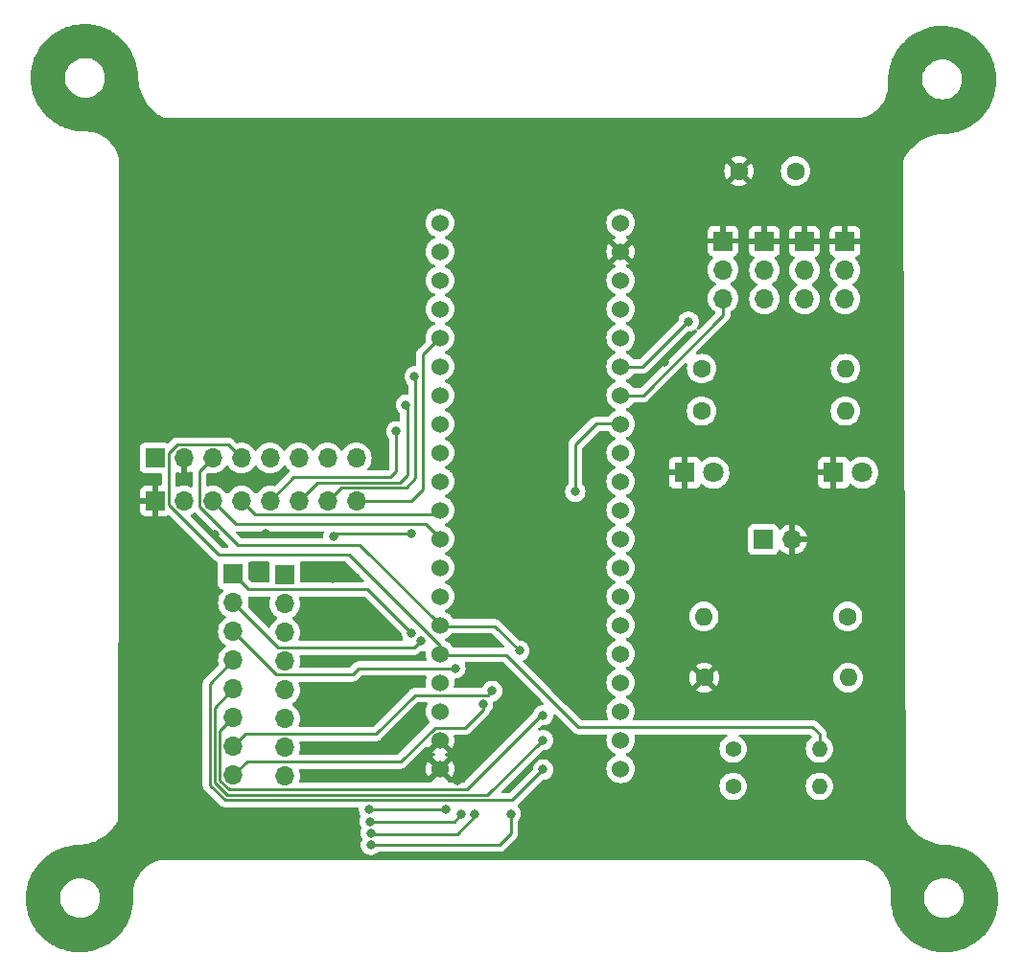
<source format=gbl>
G04 #@! TF.GenerationSoftware,KiCad,Pcbnew,7.0.7*
G04 #@! TF.CreationDate,2024-06-07T19:14:15+02:00*
G04 #@! TF.ProjectId,stm32-drone,73746d33-322d-4647-926f-6e652e6b6963,rev?*
G04 #@! TF.SameCoordinates,Original*
G04 #@! TF.FileFunction,Copper,L2,Bot*
G04 #@! TF.FilePolarity,Positive*
%FSLAX46Y46*%
G04 Gerber Fmt 4.6, Leading zero omitted, Abs format (unit mm)*
G04 Created by KiCad (PCBNEW 7.0.7) date 2024-06-07 19:14:15*
%MOMM*%
%LPD*%
G01*
G04 APERTURE LIST*
G04 #@! TA.AperFunction,ComponentPad*
%ADD10R,1.700000X1.700000*%
G04 #@! TD*
G04 #@! TA.AperFunction,ComponentPad*
%ADD11O,1.700000X1.700000*%
G04 #@! TD*
G04 #@! TA.AperFunction,ComponentPad*
%ADD12C,1.524000*%
G04 #@! TD*
G04 #@! TA.AperFunction,ComponentPad*
%ADD13C,1.600000*%
G04 #@! TD*
G04 #@! TA.AperFunction,ComponentPad*
%ADD14O,1.600000X1.600000*%
G04 #@! TD*
G04 #@! TA.AperFunction,ComponentPad*
%ADD15R,1.800000X1.800000*%
G04 #@! TD*
G04 #@! TA.AperFunction,ComponentPad*
%ADD16C,1.800000*%
G04 #@! TD*
G04 #@! TA.AperFunction,ComponentPad*
%ADD17C,1.400000*%
G04 #@! TD*
G04 #@! TA.AperFunction,ComponentPad*
%ADD18O,1.400000X1.400000*%
G04 #@! TD*
G04 #@! TA.AperFunction,ViaPad*
%ADD19C,0.800000*%
G04 #@! TD*
G04 #@! TA.AperFunction,Conductor*
%ADD20C,0.250000*%
G04 #@! TD*
G04 APERTURE END LIST*
D10*
X98850000Y-102800000D03*
D11*
X101390000Y-102800000D03*
X103930000Y-102800000D03*
X106470000Y-102800000D03*
X109010000Y-102800000D03*
X111550000Y-102800000D03*
X114090000Y-102800000D03*
X116630000Y-102800000D03*
D10*
X98840000Y-99000000D03*
D11*
X101380000Y-99000000D03*
X103920000Y-99000000D03*
X106460000Y-99000000D03*
X109000000Y-99000000D03*
X111540000Y-99000000D03*
X114080000Y-99000000D03*
X116620000Y-99000000D03*
D10*
X159775000Y-79875000D03*
D11*
X159775000Y-82415000D03*
X159775000Y-84955000D03*
D10*
X149000000Y-79820000D03*
D11*
X149000000Y-82360000D03*
X149000000Y-84900000D03*
D12*
X124000000Y-78220000D03*
X124000000Y-80760000D03*
X124000000Y-83300000D03*
X124000000Y-85840000D03*
X124000000Y-118860000D03*
X124000000Y-88380000D03*
X124000000Y-90920000D03*
X124000000Y-93460000D03*
X124000000Y-96000000D03*
X124000000Y-98540000D03*
X124000000Y-101080000D03*
X124000000Y-103620000D03*
X124000000Y-106160000D03*
X124000000Y-108700000D03*
X124000000Y-111240000D03*
X124000000Y-113780000D03*
X124000000Y-116320000D03*
X139950000Y-80760000D03*
X124000000Y-126480000D03*
X124000000Y-123940000D03*
X139950000Y-83300000D03*
X139950000Y-126480000D03*
X139950000Y-123940000D03*
X139950000Y-121400000D03*
X139950000Y-118860000D03*
X139950000Y-116320000D03*
X139950000Y-113780000D03*
X139950000Y-111240000D03*
X139950000Y-108700000D03*
X139950000Y-106160000D03*
X139950000Y-78220000D03*
X139950000Y-103620000D03*
X139950000Y-101080000D03*
X139950000Y-98540000D03*
X139950000Y-96000000D03*
X139950000Y-93460000D03*
X139950000Y-90920000D03*
X139950000Y-88380000D03*
X139950000Y-85840000D03*
X124000000Y-121400000D03*
D10*
X152525000Y-106220000D03*
D11*
X155065000Y-106220000D03*
D13*
X160000000Y-113020000D03*
D14*
X147300000Y-113020000D03*
D15*
X145610000Y-100300000D03*
D16*
X148150000Y-100300000D03*
D13*
X155400000Y-73650000D03*
X150400000Y-73650000D03*
D10*
X105750000Y-109270000D03*
D11*
X105750000Y-111810000D03*
X105750000Y-114350000D03*
X105750000Y-116890000D03*
X105750000Y-119430000D03*
X105750000Y-121970000D03*
X105750000Y-124510000D03*
X105750000Y-127050000D03*
D17*
X149880000Y-128020000D03*
D18*
X157500000Y-128020000D03*
D13*
X147100000Y-94850000D03*
D14*
X159800000Y-94850000D03*
D17*
X149880000Y-124720000D03*
D18*
X157500000Y-124720000D03*
D10*
X156200000Y-79870000D03*
D11*
X156200000Y-82410000D03*
X156200000Y-84950000D03*
D13*
X147350000Y-118420000D03*
D14*
X160050000Y-118420000D03*
D10*
X152650000Y-79860000D03*
D11*
X152650000Y-82400000D03*
X152650000Y-84940000D03*
D13*
X147100000Y-91100000D03*
D14*
X159800000Y-91100000D03*
D10*
X110300000Y-109350000D03*
D11*
X110300000Y-111890000D03*
X110300000Y-114430000D03*
X110300000Y-116970000D03*
X110300000Y-119510000D03*
X110300000Y-122050000D03*
X110300000Y-124590000D03*
X110300000Y-127130000D03*
D15*
X158760000Y-100300000D03*
D16*
X161300000Y-100300000D03*
D19*
X117200000Y-122150000D03*
X121750000Y-122300000D03*
X121750000Y-118800000D03*
X132500000Y-89400000D03*
X126000000Y-111000000D03*
X108150000Y-109100000D03*
X138100000Y-97200000D03*
X108600000Y-105700000D03*
X136200000Y-104850000D03*
X162800000Y-122800000D03*
X112050000Y-74250000D03*
X145300000Y-115800000D03*
X141900000Y-115400000D03*
X137500000Y-128000000D03*
X108350000Y-131200000D03*
X143700000Y-84100000D03*
X106300000Y-90200000D03*
X120750000Y-87850000D03*
X99400000Y-108000000D03*
X96850000Y-82900000D03*
X136800000Y-118600000D03*
X116750000Y-96200000D03*
X134450000Y-112900000D03*
X145150000Y-106200000D03*
X128487299Y-112487299D03*
X107050000Y-81500000D03*
X162550000Y-73000000D03*
X104100000Y-105800000D03*
X116850000Y-119150000D03*
X96500000Y-101050000D03*
X135700000Y-108050000D03*
X113300000Y-91300000D03*
X119950000Y-92250000D03*
X99150000Y-131800000D03*
X138100000Y-86900000D03*
X105000000Y-133550000D03*
X164200000Y-82650000D03*
X100000000Y-95450000D03*
X144750000Y-78150000D03*
X162200000Y-87850000D03*
X131350000Y-73200000D03*
X117600000Y-80950000D03*
X112750000Y-108750000D03*
X128500000Y-115000000D03*
X108050000Y-111900000D03*
X116550000Y-109600000D03*
X126100000Y-107550000D03*
X102050000Y-73900000D03*
X136700000Y-80700000D03*
X142800000Y-94000000D03*
X127800000Y-80950000D03*
X162850000Y-105600000D03*
X142400000Y-87000000D03*
X113750000Y-119900000D03*
X121700000Y-127050000D03*
X141700000Y-107400000D03*
X114500000Y-109700000D03*
X113250000Y-112850000D03*
X125550000Y-127550000D03*
X146100000Y-127200000D03*
X115650000Y-127150000D03*
X113200000Y-116950000D03*
X107750000Y-100950000D03*
X143800000Y-90500000D03*
X116850000Y-90900000D03*
X100100000Y-119150000D03*
X134900000Y-125200000D03*
X155700000Y-110200000D03*
X122700000Y-74050000D03*
X131800000Y-130100000D03*
X141650000Y-73500000D03*
X117050000Y-113750000D03*
X135550000Y-110450000D03*
X128700000Y-101100000D03*
X116250000Y-124800000D03*
X131000000Y-116050000D03*
X127800000Y-120750000D03*
X128600000Y-119600000D03*
X145950000Y-86950000D03*
X120150000Y-96650000D03*
X121000000Y-94300000D03*
X121750000Y-91800000D03*
X114600000Y-105900000D03*
X121450000Y-105650000D03*
X121500000Y-114500000D03*
X122300000Y-115200000D03*
X133100000Y-126550000D03*
X133100000Y-123950000D03*
X133100000Y-121750000D03*
X130250000Y-130450000D03*
X117900000Y-133200000D03*
X127050000Y-130500000D03*
X117900000Y-132150000D03*
X117800000Y-131150000D03*
X125900000Y-130450000D03*
X124500000Y-130100000D03*
X117750000Y-130100000D03*
X125350000Y-117600000D03*
X135950000Y-102000000D03*
D20*
X131000000Y-116050000D02*
X128830000Y-113880000D01*
X128830000Y-113880000D02*
X124120000Y-113880000D01*
X116940000Y-106700000D02*
X124000000Y-113760000D01*
X102755000Y-103286701D02*
X106168299Y-106700000D01*
X124120000Y-113880000D02*
X124000000Y-113760000D01*
X106168299Y-106700000D02*
X116940000Y-106700000D01*
X103920000Y-99000000D02*
X102755000Y-100165000D01*
X102755000Y-100165000D02*
X102755000Y-103286701D01*
X124000000Y-115624695D02*
X115925305Y-107550000D01*
X157500000Y-124720000D02*
X157500000Y-123400000D01*
X100050000Y-103121701D02*
X100050000Y-98550000D01*
X124000000Y-116300000D02*
X124000000Y-115624695D01*
X115925305Y-107550000D02*
X104478299Y-107550000D01*
X157500000Y-123400000D02*
X156900000Y-122800000D01*
X136200000Y-122800000D02*
X133400000Y-120000000D01*
X105285000Y-97825000D02*
X106460000Y-99000000D01*
X100050000Y-98550000D02*
X100775000Y-97825000D01*
X129820000Y-116420000D02*
X124360000Y-116420000D01*
X104478299Y-107550000D02*
X100050000Y-103121701D01*
X100775000Y-97825000D02*
X105285000Y-97825000D01*
X156900000Y-122800000D02*
X136200000Y-122800000D01*
X133400000Y-120000000D02*
X129820000Y-116420000D01*
X127800000Y-120750000D02*
X127800000Y-121250000D01*
X120532749Y-125850000D02*
X106950000Y-125850000D01*
X123549749Y-122833000D02*
X120532749Y-125850000D01*
X106950000Y-125850000D02*
X105750000Y-127050000D01*
X127800000Y-121250000D02*
X126217000Y-122833000D01*
X126217000Y-122833000D02*
X123549749Y-122833000D01*
X128600000Y-119600000D02*
X128250000Y-119950000D01*
X105750000Y-124510000D02*
X106845000Y-123415000D01*
X128250000Y-119950000D02*
X126627208Y-119950000D01*
X121800000Y-119950000D02*
X126600000Y-119950000D01*
X106845000Y-123415000D02*
X118335000Y-123415000D01*
X118335000Y-123415000D02*
X121800000Y-119950000D01*
X141940000Y-93460000D02*
X139950000Y-93460000D01*
X149000000Y-86400000D02*
X141940000Y-93460000D01*
X149000000Y-84900000D02*
X149000000Y-86400000D01*
X139950000Y-90920000D02*
X141880000Y-90920000D01*
X145850000Y-86950000D02*
X145950000Y-86950000D01*
X145950000Y-86850000D02*
X145950000Y-86850000D01*
X145950000Y-86950000D02*
X145950000Y-86850000D01*
X141880000Y-90920000D02*
X145850000Y-86950000D01*
X122710000Y-104850000D02*
X105980000Y-104850000D01*
X105980000Y-104850000D02*
X103930000Y-102800000D01*
X124000000Y-106140000D02*
X122710000Y-104850000D01*
X107645000Y-103975000D02*
X123625000Y-103975000D01*
X123625000Y-103975000D02*
X124000000Y-103600000D01*
X106470000Y-102800000D02*
X107645000Y-103975000D01*
X119600000Y-100725000D02*
X119625000Y-100725000D01*
X111085000Y-100725000D02*
X119600000Y-100725000D01*
X109010000Y-102800000D02*
X111085000Y-100725000D01*
X120150000Y-96650000D02*
X120150000Y-96750000D01*
X119625000Y-100725000D02*
X120150000Y-100200000D01*
X120150000Y-100200000D02*
X120150000Y-96650000D01*
X121000000Y-94300000D02*
X121050000Y-94300000D01*
X121050000Y-94300000D02*
X121050000Y-94300000D01*
X121100000Y-94400000D02*
X121000000Y-94300000D01*
X113175000Y-101175000D02*
X120475000Y-101175000D01*
X121000000Y-94350000D02*
X121000000Y-94350000D01*
X111550000Y-102800000D02*
X113175000Y-101175000D01*
X121100000Y-100550000D02*
X121100000Y-94400000D01*
X120475000Y-101175000D02*
X121100000Y-100550000D01*
X121850000Y-100800000D02*
X121850000Y-92000000D01*
X114090000Y-102800000D02*
X115265000Y-101625000D01*
X115265000Y-101625000D02*
X121025000Y-101625000D01*
X121650000Y-91800000D02*
X121650000Y-91800000D01*
X121025000Y-101625000D02*
X121850000Y-100800000D01*
X121750000Y-91800000D02*
X121650000Y-91800000D01*
X121750000Y-91900000D02*
X121750000Y-91800000D01*
X121850000Y-92000000D02*
X121750000Y-91900000D01*
X121500000Y-102800000D02*
X122500000Y-101800000D01*
X122500000Y-89860000D02*
X124000000Y-88360000D01*
X122500000Y-101800000D02*
X122500000Y-89860000D01*
X116630000Y-102800000D02*
X121500000Y-102800000D01*
X114600000Y-105900000D02*
X114850000Y-105650000D01*
X121450000Y-105650000D02*
X121350000Y-105650000D01*
X114850000Y-105650000D02*
X121450000Y-105650000D01*
X121500000Y-114500000D02*
X121450000Y-114450000D01*
X105750000Y-109270000D02*
X107085546Y-110605546D01*
X117605546Y-110605546D02*
X121500000Y-114500000D01*
X107085546Y-110605546D02*
X117605546Y-110605546D01*
X122300000Y-115200000D02*
X121705000Y-115795000D01*
X109735000Y-115795000D02*
X105750000Y-111810000D01*
X121705000Y-115795000D02*
X109735000Y-115795000D01*
X103675000Y-118965000D02*
X105750000Y-116890000D01*
X103675000Y-127909493D02*
X103675000Y-118965000D01*
X130400000Y-129250000D02*
X105015507Y-129250000D01*
X133100000Y-126550000D02*
X130400000Y-129250000D01*
X105015507Y-129250000D02*
X103675000Y-127909493D01*
X105201903Y-128800000D02*
X128200000Y-128800000D01*
X133100000Y-123950000D02*
X133100000Y-123900000D01*
X133100000Y-123900000D02*
X133100000Y-123900000D01*
X128200000Y-128800000D02*
X133050000Y-123950000D01*
X105750000Y-119430000D02*
X104125000Y-121055000D01*
X104125000Y-121055000D02*
X104125000Y-127723097D01*
X104125000Y-127723097D02*
X105201903Y-128800000D01*
X133050000Y-123950000D02*
X133100000Y-123950000D01*
X133050000Y-121800000D02*
X133100000Y-121750000D01*
X132900000Y-121800000D02*
X133050000Y-121800000D01*
X104575000Y-127536701D02*
X105343299Y-128305000D01*
X126395000Y-128305000D02*
X132900000Y-121800000D01*
X105343299Y-128305000D02*
X126395000Y-128305000D01*
X104575000Y-123145000D02*
X104575000Y-127536701D01*
X133100000Y-121750000D02*
X132950000Y-121750000D01*
X105750000Y-121970000D02*
X104575000Y-123145000D01*
X132950000Y-121750000D02*
X132900000Y-121800000D01*
X130250000Y-132200000D02*
X129250000Y-133200000D01*
X130250000Y-130450000D02*
X130250000Y-132200000D01*
X130400000Y-130450000D02*
X130450000Y-130400000D01*
X130250000Y-130450000D02*
X130400000Y-130450000D01*
X129250000Y-133200000D02*
X117900000Y-133200000D01*
X127050000Y-130500000D02*
X126850000Y-130500000D01*
X127050000Y-130700000D02*
X125500000Y-132250000D01*
X125500000Y-132250000D02*
X117800000Y-132250000D01*
X127050000Y-130500000D02*
X127050000Y-130700000D01*
X126850000Y-130500000D02*
X126750000Y-130600000D01*
X117800000Y-132250000D02*
X117900000Y-132150000D01*
X125900000Y-130500000D02*
X125900000Y-130450000D01*
X125900000Y-130450000D02*
X125950000Y-130450000D01*
X125250000Y-131150000D02*
X125900000Y-130500000D01*
X117800000Y-131150000D02*
X125250000Y-131150000D01*
X125950000Y-130450000D02*
X125900000Y-130500000D01*
X117750000Y-130100000D02*
X124500000Y-130100000D01*
X125350000Y-117600000D02*
X116824695Y-117600000D01*
X137807458Y-95980000D02*
X139950000Y-95980000D01*
X135950000Y-97837458D02*
X137807458Y-95980000D01*
X135950000Y-102000000D02*
X135950000Y-97837458D01*
X116274695Y-118150000D02*
X109550000Y-118150000D01*
X116824695Y-117600000D02*
X116274695Y-118150000D01*
X109550000Y-118150000D02*
X105750000Y-114350000D01*
G04 #@! TA.AperFunction,Conductor*
G36*
X123608064Y-124080894D02*
G01*
X123663998Y-124122765D01*
X123668539Y-124129254D01*
X123715813Y-124201612D01*
X123816157Y-124279713D01*
X123816160Y-124279714D01*
X123816511Y-124279987D01*
X123857324Y-124336697D01*
X123860999Y-124406470D01*
X123828030Y-124465522D01*
X123301811Y-124991741D01*
X123366582Y-125037094D01*
X123366588Y-125037098D01*
X123496373Y-125097618D01*
X123548812Y-125143790D01*
X123567964Y-125210984D01*
X123547748Y-125277865D01*
X123496373Y-125322382D01*
X123366586Y-125382903D01*
X123301812Y-125428257D01*
X123301811Y-125428258D01*
X123830723Y-125957170D01*
X123864208Y-126018493D01*
X123859224Y-126088185D01*
X123817352Y-126144118D01*
X123802059Y-126153906D01*
X123762749Y-126175179D01*
X123762748Y-126175179D01*
X123676626Y-126268733D01*
X123676626Y-126268734D01*
X123675911Y-126270365D01*
X123674340Y-126272233D01*
X123671008Y-126277334D01*
X123670391Y-126276931D01*
X123630952Y-126323849D01*
X123564215Y-126344535D01*
X123496888Y-126325857D01*
X123474677Y-126308230D01*
X122948258Y-125781811D01*
X122948257Y-125781812D01*
X122902903Y-125846586D01*
X122809579Y-126046720D01*
X122809575Y-126046729D01*
X122752426Y-126260013D01*
X122752424Y-126260023D01*
X122733179Y-126479999D01*
X122733179Y-126480000D01*
X122752424Y-126699976D01*
X122752426Y-126699986D01*
X122809575Y-126913270D01*
X122809580Y-126913284D01*
X122902899Y-127113407D01*
X122902900Y-127113409D01*
X122948258Y-127178187D01*
X123477050Y-126649395D01*
X123538373Y-126615910D01*
X123608064Y-126620894D01*
X123663998Y-126662765D01*
X123668539Y-126669254D01*
X123715813Y-126741612D01*
X123816157Y-126819713D01*
X123816160Y-126819714D01*
X123816511Y-126819987D01*
X123857324Y-126876697D01*
X123860999Y-126946470D01*
X123828030Y-127005522D01*
X123301811Y-127531741D01*
X123302945Y-127544694D01*
X123289178Y-127613194D01*
X123240562Y-127663376D01*
X123179417Y-127679500D01*
X111712503Y-127679500D01*
X111645464Y-127659815D01*
X111599709Y-127607011D01*
X111589765Y-127537853D01*
X111592728Y-127523407D01*
X111602531Y-127486819D01*
X111635063Y-127365408D01*
X111655659Y-127130000D01*
X111635063Y-126894592D01*
X111582941Y-126700068D01*
X111573905Y-126666344D01*
X111573902Y-126666335D01*
X111567173Y-126651905D01*
X111556681Y-126582828D01*
X111585201Y-126519044D01*
X111643677Y-126480804D01*
X111679555Y-126475500D01*
X120450006Y-126475500D01*
X120465626Y-126477224D01*
X120465653Y-126476939D01*
X120473409Y-126477671D01*
X120473416Y-126477673D01*
X120542563Y-126475500D01*
X120572099Y-126475500D01*
X120578977Y-126474630D01*
X120584790Y-126474172D01*
X120631376Y-126472709D01*
X120650618Y-126467117D01*
X120669661Y-126463174D01*
X120689541Y-126460664D01*
X120732871Y-126443507D01*
X120738395Y-126441617D01*
X120742145Y-126440527D01*
X120783139Y-126428618D01*
X120800378Y-126418422D01*
X120817852Y-126409862D01*
X120836476Y-126402488D01*
X120836476Y-126402487D01*
X120836481Y-126402486D01*
X120874198Y-126375082D01*
X120879054Y-126371892D01*
X120919169Y-126348170D01*
X120933338Y-126333999D01*
X120948128Y-126321368D01*
X120964336Y-126309594D01*
X120994048Y-126273676D01*
X120997961Y-126269376D01*
X122712347Y-124554991D01*
X122773666Y-124521509D01*
X122843358Y-124526493D01*
X122899291Y-124568365D01*
X122901599Y-124571551D01*
X122948258Y-124638187D01*
X123477050Y-124109395D01*
X123538373Y-124075910D01*
X123608064Y-124080894D01*
G37*
G04 #@! TD.AperFunction*
G04 #@! TA.AperFunction,Conductor*
G36*
X129576587Y-117065185D02*
G01*
X129597228Y-117081818D01*
X131258919Y-118743510D01*
X132919265Y-120403856D01*
X132919271Y-120403861D01*
X133153229Y-120637819D01*
X133186714Y-120699142D01*
X133181730Y-120768834D01*
X133139858Y-120824767D01*
X133074394Y-120849184D01*
X133065548Y-120849500D01*
X133005354Y-120849500D01*
X132972897Y-120856398D01*
X132820197Y-120888855D01*
X132820192Y-120888857D01*
X132647270Y-120965848D01*
X132647265Y-120965851D01*
X132494129Y-121077111D01*
X132367466Y-121217785D01*
X132272821Y-121381715D01*
X132272818Y-121381722D01*
X132214325Y-121561744D01*
X132214295Y-121562038D01*
X132214229Y-121562197D01*
X132212975Y-121568099D01*
X132211895Y-121567869D01*
X132187708Y-121626651D01*
X132178656Y-121636751D01*
X126172228Y-127643181D01*
X126110905Y-127676666D01*
X126084547Y-127679500D01*
X124820582Y-127679500D01*
X124753543Y-127659815D01*
X124707788Y-127607011D01*
X124697054Y-127544694D01*
X124698187Y-127531741D01*
X124169276Y-127002829D01*
X124135791Y-126941506D01*
X124140775Y-126871814D01*
X124182647Y-126815881D01*
X124197933Y-126806097D01*
X124237251Y-126784820D01*
X124323371Y-126691269D01*
X124324083Y-126689643D01*
X124325652Y-126687777D01*
X124328992Y-126682666D01*
X124329609Y-126683069D01*
X124369036Y-126636158D01*
X124435770Y-126615464D01*
X124503099Y-126634135D01*
X124525322Y-126651769D01*
X125051740Y-127178187D01*
X125051742Y-127178186D01*
X125097093Y-127113420D01*
X125097100Y-127113408D01*
X125190419Y-126913284D01*
X125190424Y-126913270D01*
X125247573Y-126699986D01*
X125247575Y-126699976D01*
X125266821Y-126480000D01*
X125266821Y-126479999D01*
X125247575Y-126260023D01*
X125247573Y-126260013D01*
X125190424Y-126046729D01*
X125190420Y-126046720D01*
X125097098Y-125846590D01*
X125051740Y-125781811D01*
X124522949Y-126310602D01*
X124461626Y-126344087D01*
X124391934Y-126339103D01*
X124336001Y-126297231D01*
X124331460Y-126290743D01*
X124284189Y-126218391D01*
X124284187Y-126218388D01*
X124183843Y-126140287D01*
X124183840Y-126140285D01*
X124183488Y-126140012D01*
X124142675Y-126083301D01*
X124139000Y-126013529D01*
X124171969Y-125954477D01*
X124698187Y-125428258D01*
X124633409Y-125382900D01*
X124633407Y-125382899D01*
X124503627Y-125322382D01*
X124451187Y-125276210D01*
X124432035Y-125209017D01*
X124452251Y-125142135D01*
X124503627Y-125097618D01*
X124633408Y-125037100D01*
X124633420Y-125037093D01*
X124698186Y-124991742D01*
X124698187Y-124991740D01*
X124169276Y-124462829D01*
X124135791Y-124401506D01*
X124140775Y-124331814D01*
X124182647Y-124275881D01*
X124197933Y-124266097D01*
X124237251Y-124244820D01*
X124323371Y-124151269D01*
X124324083Y-124149643D01*
X124325652Y-124147777D01*
X124328992Y-124142666D01*
X124329609Y-124143069D01*
X124369036Y-124096158D01*
X124435770Y-124075464D01*
X124503099Y-124094135D01*
X124525322Y-124111769D01*
X125051740Y-124638187D01*
X125051742Y-124638186D01*
X125097093Y-124573420D01*
X125097100Y-124573408D01*
X125190419Y-124373284D01*
X125190424Y-124373270D01*
X125247573Y-124159986D01*
X125247575Y-124159976D01*
X125266821Y-123940000D01*
X125266821Y-123939999D01*
X125247575Y-123720023D01*
X125247574Y-123720017D01*
X125219326Y-123614594D01*
X125220989Y-123544744D01*
X125260151Y-123486881D01*
X125324380Y-123459377D01*
X125339101Y-123458500D01*
X126134257Y-123458500D01*
X126149877Y-123460224D01*
X126149904Y-123459939D01*
X126157660Y-123460671D01*
X126157667Y-123460673D01*
X126226814Y-123458500D01*
X126256350Y-123458500D01*
X126263228Y-123457630D01*
X126269041Y-123457172D01*
X126315627Y-123455709D01*
X126334869Y-123450117D01*
X126353912Y-123446174D01*
X126373792Y-123443664D01*
X126417122Y-123426507D01*
X126422646Y-123424617D01*
X126426396Y-123423527D01*
X126467390Y-123411618D01*
X126484629Y-123401422D01*
X126502103Y-123392862D01*
X126520727Y-123385488D01*
X126520727Y-123385487D01*
X126520732Y-123385486D01*
X126558449Y-123358082D01*
X126563305Y-123354892D01*
X126603420Y-123331170D01*
X126617589Y-123316999D01*
X126632379Y-123304368D01*
X126648587Y-123292594D01*
X126678299Y-123256676D01*
X126682212Y-123252376D01*
X128183787Y-121750801D01*
X128196042Y-121740986D01*
X128195859Y-121740764D01*
X128201866Y-121735792D01*
X128201877Y-121735786D01*
X128236796Y-121698601D01*
X128249227Y-121685364D01*
X128259671Y-121674918D01*
X128270120Y-121664471D01*
X128274379Y-121658978D01*
X128278152Y-121654561D01*
X128310062Y-121620582D01*
X128319715Y-121603020D01*
X128330389Y-121586770D01*
X128342673Y-121570936D01*
X128361180Y-121528167D01*
X128363749Y-121522924D01*
X128386196Y-121482093D01*
X128386197Y-121482092D01*
X128391177Y-121462691D01*
X128397478Y-121444288D01*
X128399485Y-121439650D01*
X128421130Y-121405940D01*
X128532533Y-121282216D01*
X128627179Y-121118284D01*
X128685674Y-120938256D01*
X128705460Y-120750000D01*
X128691243Y-120614737D01*
X128703812Y-120546012D01*
X128751544Y-120494988D01*
X128788775Y-120480492D01*
X128879803Y-120461144D01*
X128879807Y-120461142D01*
X128879808Y-120461142D01*
X129008472Y-120403856D01*
X129052730Y-120384151D01*
X129205871Y-120272888D01*
X129332533Y-120132216D01*
X129427179Y-119968284D01*
X129485674Y-119788256D01*
X129505460Y-119600000D01*
X129485674Y-119411744D01*
X129427179Y-119231716D01*
X129332533Y-119067784D01*
X129205871Y-118927112D01*
X129205870Y-118927111D01*
X129052734Y-118815851D01*
X129052729Y-118815848D01*
X128879807Y-118738857D01*
X128879802Y-118738855D01*
X128734001Y-118707865D01*
X128694646Y-118699500D01*
X128505354Y-118699500D01*
X128472897Y-118706398D01*
X128320197Y-118738855D01*
X128320192Y-118738857D01*
X128147270Y-118815848D01*
X128147265Y-118815851D01*
X127994129Y-118927111D01*
X127867466Y-119067785D01*
X127772821Y-119231715D01*
X127772819Y-119231719D01*
X127770513Y-119238819D01*
X127731075Y-119296494D01*
X127666716Y-119323692D01*
X127652582Y-119324500D01*
X125344174Y-119324500D01*
X125277135Y-119304815D01*
X125231380Y-119252011D01*
X125221436Y-119182853D01*
X125224396Y-119168417D01*
X125248070Y-119080068D01*
X125265326Y-118882828D01*
X125267323Y-118860002D01*
X125267323Y-118859998D01*
X125256966Y-118741617D01*
X125248070Y-118639932D01*
X125248069Y-118639929D01*
X125247665Y-118635307D01*
X125261432Y-118566807D01*
X125310047Y-118516624D01*
X125371193Y-118500500D01*
X125444644Y-118500500D01*
X125444646Y-118500500D01*
X125629803Y-118461144D01*
X125802730Y-118384151D01*
X125955871Y-118272888D01*
X126082533Y-118132216D01*
X126177179Y-117968284D01*
X126177180Y-117968278D01*
X126177183Y-117968274D01*
X126205026Y-117882580D01*
X126235674Y-117788256D01*
X126255460Y-117600000D01*
X126235674Y-117411744D01*
X126177179Y-117231716D01*
X126177053Y-117231499D01*
X126177019Y-117231359D01*
X126174538Y-117225786D01*
X126175557Y-117225331D01*
X126160581Y-117163599D01*
X126183434Y-117097572D01*
X126238355Y-117054382D01*
X126284441Y-117045500D01*
X129509548Y-117045500D01*
X129576587Y-117065185D01*
G37*
G04 #@! TD.AperFunction*
G04 #@! TA.AperFunction,Conductor*
G36*
X122864931Y-120595185D02*
G01*
X122910686Y-120647989D01*
X122920630Y-120717147D01*
X122903393Y-120760626D01*
X122905172Y-120761653D01*
X122902465Y-120766340D01*
X122809107Y-120966548D01*
X122809104Y-120966554D01*
X122751930Y-121179929D01*
X122751929Y-121179937D01*
X122732677Y-121399997D01*
X122732677Y-121400002D01*
X122751929Y-121620062D01*
X122751930Y-121620070D01*
X122809104Y-121833445D01*
X122809105Y-121833447D01*
X122809106Y-121833450D01*
X122809109Y-121833456D01*
X122902466Y-122033662D01*
X122902468Y-122033666D01*
X123029170Y-122214615D01*
X123029175Y-122214621D01*
X123068674Y-122254120D01*
X123102159Y-122315443D01*
X123097175Y-122385135D01*
X123068674Y-122429482D01*
X120309977Y-125188181D01*
X120248654Y-125221666D01*
X120222296Y-125224500D01*
X111688814Y-125224500D01*
X111621775Y-125204815D01*
X111576020Y-125152011D01*
X111566076Y-125082853D01*
X111572293Y-125058087D01*
X111573903Y-125053662D01*
X111635063Y-124825408D01*
X111655659Y-124590000D01*
X111635063Y-124354592D01*
X111594073Y-124201612D01*
X111592728Y-124196593D01*
X111594391Y-124126743D01*
X111633554Y-124068881D01*
X111697782Y-124041377D01*
X111712503Y-124040500D01*
X118252257Y-124040500D01*
X118267877Y-124042224D01*
X118267904Y-124041939D01*
X118275660Y-124042671D01*
X118275667Y-124042673D01*
X118344814Y-124040500D01*
X118374350Y-124040500D01*
X118381228Y-124039630D01*
X118387041Y-124039172D01*
X118433627Y-124037709D01*
X118452869Y-124032117D01*
X118471912Y-124028174D01*
X118491792Y-124025664D01*
X118535122Y-124008507D01*
X118540646Y-124006617D01*
X118544396Y-124005527D01*
X118585390Y-123993618D01*
X118602629Y-123983422D01*
X118620103Y-123974862D01*
X118638727Y-123967488D01*
X118638727Y-123967487D01*
X118638732Y-123967486D01*
X118676449Y-123940082D01*
X118681305Y-123936892D01*
X118721420Y-123913170D01*
X118735589Y-123898999D01*
X118750379Y-123886368D01*
X118766587Y-123874594D01*
X118796299Y-123838676D01*
X118800212Y-123834376D01*
X122022771Y-120611819D01*
X122084095Y-120578334D01*
X122110453Y-120575500D01*
X122797892Y-120575500D01*
X122864931Y-120595185D01*
G37*
G04 #@! TD.AperFunction*
G04 #@! TA.AperFunction,Conductor*
G36*
X122775255Y-118245185D02*
G01*
X122821010Y-118297989D01*
X122830954Y-118367147D01*
X122820599Y-118401904D01*
X122809105Y-118426552D01*
X122809104Y-118426554D01*
X122751930Y-118639929D01*
X122751929Y-118639937D01*
X122732677Y-118859997D01*
X122732677Y-118860002D01*
X122751929Y-119080062D01*
X122751930Y-119080069D01*
X122758405Y-119104234D01*
X122775600Y-119168408D01*
X122773938Y-119238256D01*
X122734776Y-119296118D01*
X122670548Y-119323623D01*
X122655826Y-119324500D01*
X121882743Y-119324500D01*
X121867122Y-119322775D01*
X121867096Y-119323061D01*
X121859334Y-119322327D01*
X121859333Y-119322327D01*
X121790186Y-119324500D01*
X121760649Y-119324500D01*
X121753766Y-119325369D01*
X121747949Y-119325826D01*
X121701373Y-119327290D01*
X121682129Y-119332881D01*
X121663079Y-119336825D01*
X121643211Y-119339334D01*
X121599884Y-119356488D01*
X121594358Y-119358379D01*
X121549614Y-119371379D01*
X121549610Y-119371381D01*
X121532366Y-119381579D01*
X121514905Y-119390133D01*
X121496274Y-119397510D01*
X121496262Y-119397517D01*
X121458570Y-119424902D01*
X121453687Y-119428109D01*
X121413580Y-119451829D01*
X121399414Y-119465995D01*
X121384624Y-119478627D01*
X121368414Y-119490404D01*
X121368411Y-119490407D01*
X121338710Y-119526309D01*
X121334777Y-119530631D01*
X118112228Y-122753181D01*
X118050905Y-122786666D01*
X118024547Y-122789500D01*
X111639919Y-122789500D01*
X111572880Y-122769815D01*
X111527125Y-122717011D01*
X111517181Y-122647853D01*
X111527537Y-122613095D01*
X111528619Y-122610773D01*
X111573903Y-122513663D01*
X111635063Y-122285408D01*
X111655659Y-122050000D01*
X111635063Y-121814592D01*
X111582941Y-121620068D01*
X111573905Y-121586344D01*
X111573904Y-121586343D01*
X111573903Y-121586337D01*
X111474035Y-121372171D01*
X111418018Y-121292169D01*
X111338494Y-121178597D01*
X111171402Y-121011506D01*
X111171396Y-121011501D01*
X110985842Y-120881575D01*
X110942217Y-120826998D01*
X110935023Y-120757500D01*
X110966546Y-120695145D01*
X110985842Y-120678425D01*
X111076215Y-120615145D01*
X111171401Y-120548495D01*
X111338495Y-120381401D01*
X111474035Y-120187830D01*
X111573903Y-119973663D01*
X111635063Y-119745408D01*
X111655659Y-119510000D01*
X111635063Y-119274592D01*
X111582941Y-119080068D01*
X111573905Y-119046344D01*
X111573902Y-119046335D01*
X111549727Y-118994492D01*
X111529867Y-118951904D01*
X111519376Y-118882828D01*
X111547895Y-118819044D01*
X111606372Y-118780804D01*
X111642250Y-118775500D01*
X116191952Y-118775500D01*
X116207572Y-118777224D01*
X116207599Y-118776939D01*
X116215355Y-118777671D01*
X116215362Y-118777673D01*
X116284509Y-118775500D01*
X116314045Y-118775500D01*
X116320923Y-118774630D01*
X116326736Y-118774172D01*
X116373322Y-118772709D01*
X116392564Y-118767117D01*
X116411607Y-118763174D01*
X116431487Y-118760664D01*
X116474817Y-118743507D01*
X116480341Y-118741617D01*
X116489848Y-118738855D01*
X116525085Y-118728618D01*
X116542324Y-118718422D01*
X116559798Y-118709862D01*
X116578422Y-118702488D01*
X116578422Y-118702487D01*
X116578427Y-118702486D01*
X116616144Y-118675082D01*
X116621000Y-118671892D01*
X116661115Y-118648170D01*
X116675284Y-118633999D01*
X116690074Y-118621368D01*
X116706282Y-118609594D01*
X116735994Y-118573676D01*
X116739907Y-118569376D01*
X117047468Y-118261817D01*
X117108790Y-118228334D01*
X117135148Y-118225500D01*
X122708216Y-118225500D01*
X122775255Y-118245185D01*
G37*
G04 #@! TD.AperFunction*
G04 #@! TA.AperFunction,Conductor*
G36*
X122711954Y-116094417D02*
G01*
X122742786Y-116157116D01*
X122744131Y-116189075D01*
X122732677Y-116319997D01*
X122732677Y-116320002D01*
X122751929Y-116540062D01*
X122751930Y-116540070D01*
X122809104Y-116753445D01*
X122809105Y-116753447D01*
X122809106Y-116753450D01*
X122828900Y-116795898D01*
X122829925Y-116798096D01*
X122840416Y-116867174D01*
X122811896Y-116930957D01*
X122753419Y-116969197D01*
X122717542Y-116974500D01*
X116907432Y-116974500D01*
X116891815Y-116972776D01*
X116891788Y-116973062D01*
X116884026Y-116972327D01*
X116814898Y-116974500D01*
X116785345Y-116974500D01*
X116784624Y-116974590D01*
X116778452Y-116975369D01*
X116772640Y-116975826D01*
X116726067Y-116977290D01*
X116726064Y-116977291D01*
X116706821Y-116982881D01*
X116687778Y-116986825D01*
X116667899Y-116989336D01*
X116667898Y-116989337D01*
X116624573Y-117006490D01*
X116619047Y-117008382D01*
X116574303Y-117021383D01*
X116574299Y-117021385D01*
X116557060Y-117031580D01*
X116539593Y-117040137D01*
X116520964Y-117047512D01*
X116520962Y-117047513D01*
X116483259Y-117074906D01*
X116478377Y-117078112D01*
X116438275Y-117101828D01*
X116424103Y-117116000D01*
X116409318Y-117128628D01*
X116393107Y-117140407D01*
X116363404Y-117176310D01*
X116359471Y-117180631D01*
X116051921Y-117488182D01*
X115990600Y-117521666D01*
X115964242Y-117524500D01*
X111711163Y-117524500D01*
X111644124Y-117504815D01*
X111598369Y-117452011D01*
X111588425Y-117382853D01*
X111591388Y-117368407D01*
X111610863Y-117295723D01*
X111635063Y-117205408D01*
X111655659Y-116970000D01*
X111635063Y-116734592D01*
X111606550Y-116628180D01*
X111592728Y-116576593D01*
X111594391Y-116506743D01*
X111633554Y-116448881D01*
X111697782Y-116421377D01*
X111712503Y-116420500D01*
X121622257Y-116420500D01*
X121637877Y-116422224D01*
X121637904Y-116421939D01*
X121645660Y-116422671D01*
X121645667Y-116422673D01*
X121714814Y-116420500D01*
X121744350Y-116420500D01*
X121751228Y-116419630D01*
X121757041Y-116419172D01*
X121803627Y-116417709D01*
X121822869Y-116412117D01*
X121841912Y-116408174D01*
X121861792Y-116405664D01*
X121905122Y-116388507D01*
X121910646Y-116386617D01*
X121914396Y-116385527D01*
X121955390Y-116373618D01*
X121972629Y-116363422D01*
X121990103Y-116354862D01*
X122008727Y-116347488D01*
X122008727Y-116347487D01*
X122008732Y-116347486D01*
X122046449Y-116320082D01*
X122051305Y-116316892D01*
X122091420Y-116293170D01*
X122105589Y-116278999D01*
X122120379Y-116266368D01*
X122136587Y-116254594D01*
X122166295Y-116218681D01*
X122170207Y-116214381D01*
X122204081Y-116180508D01*
X122247773Y-116136818D01*
X122309097Y-116103333D01*
X122335453Y-116100500D01*
X122394644Y-116100500D01*
X122394646Y-116100500D01*
X122579803Y-116061144D01*
X122579816Y-116061138D01*
X122582278Y-116060339D01*
X122583795Y-116060295D01*
X122586160Y-116059793D01*
X122586251Y-116060225D01*
X122652119Y-116058340D01*
X122711954Y-116094417D01*
G37*
G04 #@! TD.AperFunction*
G04 #@! TA.AperFunction,Conductor*
G36*
X128586587Y-114525185D02*
G01*
X128607229Y-114541819D01*
X129648228Y-115582819D01*
X129681713Y-115644142D01*
X129676729Y-115713834D01*
X129634857Y-115769767D01*
X129569393Y-115794184D01*
X129560547Y-115794500D01*
X125226967Y-115794500D01*
X125159928Y-115774815D01*
X125114585Y-115722905D01*
X125097534Y-115686340D01*
X125097533Y-115686338D01*
X125067987Y-115644142D01*
X125018175Y-115573002D01*
X124970827Y-115505381D01*
X124970823Y-115505377D01*
X124814620Y-115349174D01*
X124814616Y-115349171D01*
X124814615Y-115349170D01*
X124633666Y-115222468D01*
X124633662Y-115222466D01*
X124504810Y-115162381D01*
X124452371Y-115116208D01*
X124433219Y-115049015D01*
X124453435Y-114982134D01*
X124504806Y-114937620D01*
X124633662Y-114877534D01*
X124814620Y-114750826D01*
X124970826Y-114594620D01*
X124981192Y-114579814D01*
X124996204Y-114558377D01*
X125050781Y-114514752D01*
X125097779Y-114505500D01*
X128519548Y-114505500D01*
X128586587Y-114525185D01*
G37*
G04 #@! TD.AperFunction*
G04 #@! TA.AperFunction,Conductor*
G36*
X117362133Y-111250731D02*
G01*
X117382775Y-111267365D01*
X120561038Y-114445628D01*
X120594523Y-114506951D01*
X120596678Y-114520347D01*
X120603517Y-114585409D01*
X120614326Y-114688256D01*
X120614327Y-114688259D01*
X120672818Y-114868277D01*
X120672821Y-114868284D01*
X120739341Y-114983500D01*
X120755814Y-115051400D01*
X120732961Y-115117427D01*
X120678040Y-115160618D01*
X120631954Y-115169500D01*
X111639919Y-115169500D01*
X111572880Y-115149815D01*
X111527125Y-115097011D01*
X111517181Y-115027853D01*
X111527537Y-114993095D01*
X111553406Y-114937618D01*
X111573903Y-114893663D01*
X111635063Y-114665408D01*
X111655659Y-114430000D01*
X111635063Y-114194592D01*
X111582941Y-114000068D01*
X111573905Y-113966344D01*
X111573904Y-113966343D01*
X111573903Y-113966337D01*
X111474035Y-113752171D01*
X111418412Y-113672732D01*
X111338494Y-113558597D01*
X111171402Y-113391506D01*
X111171396Y-113391501D01*
X110985842Y-113261575D01*
X110942217Y-113206998D01*
X110935023Y-113137500D01*
X110966546Y-113075145D01*
X110985842Y-113058425D01*
X111040721Y-113019998D01*
X111171401Y-112928495D01*
X111338495Y-112761401D01*
X111474035Y-112567830D01*
X111573903Y-112353663D01*
X111635063Y-112125408D01*
X111655659Y-111890000D01*
X111635063Y-111654592D01*
X111582941Y-111460068D01*
X111573905Y-111426344D01*
X111573902Y-111426335D01*
X111565096Y-111407451D01*
X111554604Y-111338374D01*
X111583123Y-111274590D01*
X111641600Y-111236350D01*
X111677478Y-111231046D01*
X117295094Y-111231046D01*
X117362133Y-111250731D01*
G37*
G04 #@! TD.AperFunction*
G04 #@! TA.AperFunction,Conductor*
G36*
X108989561Y-111250731D02*
G01*
X109035316Y-111303535D01*
X109045260Y-111372693D01*
X109034904Y-111407451D01*
X109026097Y-111426335D01*
X109026094Y-111426344D01*
X108964938Y-111654586D01*
X108964936Y-111654596D01*
X108944341Y-111889999D01*
X108944341Y-111890000D01*
X108964936Y-112125403D01*
X108964938Y-112125413D01*
X109026094Y-112353655D01*
X109026096Y-112353659D01*
X109026097Y-112353663D01*
X109068124Y-112443790D01*
X109125965Y-112567830D01*
X109125967Y-112567834D01*
X109261501Y-112761395D01*
X109261506Y-112761402D01*
X109428597Y-112928493D01*
X109428603Y-112928498D01*
X109614158Y-113058425D01*
X109657783Y-113113002D01*
X109664977Y-113182500D01*
X109633454Y-113244855D01*
X109614158Y-113261575D01*
X109428597Y-113391505D01*
X109261505Y-113558597D01*
X109125965Y-113752169D01*
X109125964Y-113752171D01*
X109026151Y-113966221D01*
X108979979Y-114018660D01*
X108912785Y-114037812D01*
X108845904Y-114017596D01*
X108826088Y-114001497D01*
X107090237Y-112265646D01*
X107056752Y-112204323D01*
X107058142Y-112145876D01*
X107085063Y-112045408D01*
X107105659Y-111810000D01*
X107104194Y-111793261D01*
X107093712Y-111673445D01*
X107085063Y-111574592D01*
X107034835Y-111387139D01*
X107036499Y-111317289D01*
X107075662Y-111259427D01*
X107139890Y-111231923D01*
X107154611Y-111231046D01*
X108922522Y-111231046D01*
X108989561Y-111250731D01*
G37*
G04 #@! TD.AperFunction*
G04 #@! TA.AperFunction,Conductor*
G36*
X108925297Y-108195185D02*
G01*
X108971052Y-108247989D01*
X108980996Y-108317147D01*
X108974440Y-108342834D01*
X108955908Y-108392518D01*
X108949501Y-108452116D01*
X108949501Y-108452123D01*
X108949500Y-108452135D01*
X108949501Y-109856046D01*
X108929816Y-109923085D01*
X108877013Y-109968840D01*
X108825501Y-109980046D01*
X107395999Y-109980046D01*
X107328960Y-109960361D01*
X107308318Y-109943727D01*
X107136818Y-109772227D01*
X107103333Y-109710904D01*
X107100499Y-109684546D01*
X107100499Y-108372129D01*
X107100499Y-108372128D01*
X107094116Y-108312752D01*
X107106522Y-108243995D01*
X107154133Y-108192858D01*
X107217406Y-108175500D01*
X108858258Y-108175500D01*
X108925297Y-108195185D01*
G37*
G04 #@! TD.AperFunction*
G04 #@! TA.AperFunction,Conductor*
G36*
X115681892Y-108195185D02*
G01*
X115702534Y-108211819D01*
X117259080Y-109768365D01*
X117292565Y-109829688D01*
X117287581Y-109899380D01*
X117245709Y-109955313D01*
X117180245Y-109979730D01*
X117171399Y-109980046D01*
X111774500Y-109980046D01*
X111707461Y-109960361D01*
X111661706Y-109907557D01*
X111650500Y-109856046D01*
X111650499Y-108452129D01*
X111650498Y-108452123D01*
X111650497Y-108452116D01*
X111644091Y-108392517D01*
X111625559Y-108342832D01*
X111620576Y-108273142D01*
X111654061Y-108211819D01*
X111715384Y-108178334D01*
X111741742Y-108175500D01*
X115614853Y-108175500D01*
X115681892Y-108195185D01*
G37*
G04 #@! TD.AperFunction*
G04 #@! TA.AperFunction,Conductor*
G36*
X102394773Y-103821180D02*
G01*
X102429181Y-103845472D01*
X105296528Y-106712819D01*
X105330013Y-106774142D01*
X105325029Y-106843834D01*
X105283157Y-106899767D01*
X105217693Y-106924184D01*
X105208847Y-106924500D01*
X104788752Y-106924500D01*
X104721713Y-106904815D01*
X104701071Y-106888181D01*
X102001478Y-104188588D01*
X101967993Y-104127265D01*
X101972977Y-104057573D01*
X102014849Y-104001640D01*
X102036748Y-103988528D01*
X102067830Y-103974035D01*
X102261401Y-103838495D01*
X102261414Y-103838481D01*
X102261776Y-103838179D01*
X102261977Y-103838090D01*
X102265836Y-103835389D01*
X102266378Y-103836163D01*
X102325779Y-103810154D01*
X102394773Y-103821180D01*
G37*
G04 #@! TD.AperFunction*
G04 #@! TA.AperFunction,Conductor*
G36*
X113687454Y-105495185D02*
G01*
X113733209Y-105547989D01*
X113743153Y-105617147D01*
X113738346Y-105637818D01*
X113726351Y-105674736D01*
X113714326Y-105711744D01*
X113694540Y-105900000D01*
X113698485Y-105937540D01*
X113685917Y-106006268D01*
X113638185Y-106057292D01*
X113575165Y-106074500D01*
X106478751Y-106074500D01*
X106411712Y-106054815D01*
X106391070Y-106038181D01*
X106040071Y-105687181D01*
X106006586Y-105625858D01*
X106011570Y-105556166D01*
X106053442Y-105500233D01*
X106118906Y-105475816D01*
X106127752Y-105475500D01*
X113620415Y-105475500D01*
X113687454Y-105495185D01*
G37*
G04 #@! TD.AperFunction*
G04 #@! TA.AperFunction,Conductor*
G36*
X110354855Y-99666546D02*
G01*
X110371575Y-99685842D01*
X110501501Y-99871396D01*
X110501506Y-99871402D01*
X110668598Y-100038495D01*
X110675949Y-100043642D01*
X110719575Y-100098218D01*
X110726770Y-100167716D01*
X110695249Y-100230071D01*
X110692504Y-100232905D01*
X110684407Y-100241001D01*
X110669623Y-100253628D01*
X110653448Y-100265381D01*
X110653412Y-100265407D01*
X110623709Y-100301310D01*
X110619777Y-100305631D01*
X109465646Y-101459761D01*
X109404323Y-101493246D01*
X109345873Y-101491855D01*
X109245408Y-101464937D01*
X109010001Y-101444341D01*
X109009999Y-101444341D01*
X108774596Y-101464936D01*
X108774586Y-101464938D01*
X108546344Y-101526094D01*
X108546335Y-101526098D01*
X108332171Y-101625964D01*
X108332169Y-101625965D01*
X108138597Y-101761505D01*
X107971505Y-101928597D01*
X107841575Y-102114158D01*
X107786998Y-102157783D01*
X107717500Y-102164977D01*
X107655145Y-102133454D01*
X107638425Y-102114158D01*
X107508494Y-101928597D01*
X107341402Y-101761506D01*
X107341395Y-101761501D01*
X107147834Y-101625967D01*
X107147830Y-101625965D01*
X107076727Y-101592809D01*
X106933663Y-101526097D01*
X106933659Y-101526096D01*
X106933655Y-101526094D01*
X106705413Y-101464938D01*
X106705403Y-101464936D01*
X106470001Y-101444341D01*
X106469999Y-101444341D01*
X106234596Y-101464936D01*
X106234586Y-101464938D01*
X106006344Y-101526094D01*
X106006335Y-101526098D01*
X105792171Y-101625964D01*
X105792169Y-101625965D01*
X105598597Y-101761505D01*
X105431505Y-101928597D01*
X105301575Y-102114158D01*
X105246998Y-102157783D01*
X105177500Y-102164977D01*
X105115145Y-102133454D01*
X105098425Y-102114158D01*
X104968494Y-101928597D01*
X104801402Y-101761506D01*
X104801395Y-101761501D01*
X104607834Y-101625967D01*
X104607830Y-101625965D01*
X104536727Y-101592809D01*
X104393663Y-101526097D01*
X104393659Y-101526096D01*
X104393655Y-101526094D01*
X104165413Y-101464938D01*
X104165403Y-101464936D01*
X103930001Y-101444341D01*
X103929999Y-101444341D01*
X103694596Y-101464936D01*
X103694583Y-101464939D01*
X103536592Y-101507271D01*
X103466742Y-101505608D01*
X103408880Y-101466445D01*
X103381377Y-101402216D01*
X103380500Y-101387496D01*
X103380500Y-100475451D01*
X103400185Y-100408412D01*
X103416818Y-100387771D01*
X103434405Y-100370184D01*
X103464352Y-100340236D01*
X103525673Y-100306752D01*
X103584125Y-100308143D01*
X103618780Y-100317428D01*
X103684592Y-100335063D01*
X103861034Y-100350500D01*
X103919999Y-100355659D01*
X103920000Y-100355659D01*
X103920001Y-100355659D01*
X103978966Y-100350500D01*
X104155408Y-100335063D01*
X104383663Y-100273903D01*
X104597830Y-100174035D01*
X104791401Y-100038495D01*
X104958495Y-99871401D01*
X105088426Y-99685841D01*
X105143002Y-99642217D01*
X105212500Y-99635023D01*
X105274855Y-99666546D01*
X105291575Y-99685842D01*
X105421500Y-99871395D01*
X105421505Y-99871401D01*
X105588599Y-100038495D01*
X105671676Y-100096666D01*
X105782165Y-100174032D01*
X105782167Y-100174033D01*
X105782170Y-100174035D01*
X105996337Y-100273903D01*
X106224592Y-100335063D01*
X106401034Y-100350500D01*
X106459999Y-100355659D01*
X106460000Y-100355659D01*
X106460001Y-100355659D01*
X106518966Y-100350500D01*
X106695408Y-100335063D01*
X106923663Y-100273903D01*
X107137830Y-100174035D01*
X107331401Y-100038495D01*
X107498495Y-99871401D01*
X107628426Y-99685840D01*
X107683001Y-99642217D01*
X107752499Y-99635023D01*
X107814854Y-99666546D01*
X107831574Y-99685841D01*
X107869042Y-99739350D01*
X107961505Y-99871401D01*
X108128599Y-100038495D01*
X108211676Y-100096666D01*
X108322165Y-100174032D01*
X108322167Y-100174033D01*
X108322170Y-100174035D01*
X108536337Y-100273903D01*
X108764592Y-100335063D01*
X108941034Y-100350500D01*
X108999999Y-100355659D01*
X109000000Y-100355659D01*
X109000001Y-100355659D01*
X109058966Y-100350500D01*
X109235408Y-100335063D01*
X109463663Y-100273903D01*
X109677830Y-100174035D01*
X109871401Y-100038495D01*
X110038495Y-99871401D01*
X110168426Y-99685841D01*
X110223002Y-99642217D01*
X110292500Y-99635023D01*
X110354855Y-99666546D01*
G37*
G04 #@! TD.AperFunction*
G04 #@! TA.AperFunction,Conductor*
G36*
X101557512Y-99499507D02*
G01*
X101610315Y-99545262D01*
X101630000Y-99612301D01*
X101630000Y-100330633D01*
X101843483Y-100273433D01*
X101843492Y-100273429D01*
X101953094Y-100222322D01*
X102022172Y-100211830D01*
X102085956Y-100240350D01*
X102124195Y-100298826D01*
X102129499Y-100334704D01*
X102129499Y-101460081D01*
X102109814Y-101527120D01*
X102057010Y-101572875D01*
X101987852Y-101582819D01*
X101953096Y-101572463D01*
X101905413Y-101550228D01*
X101853664Y-101526097D01*
X101853655Y-101526094D01*
X101625413Y-101464938D01*
X101625403Y-101464936D01*
X101390001Y-101444341D01*
X101389999Y-101444341D01*
X101154596Y-101464936D01*
X101154586Y-101464938D01*
X100926344Y-101526094D01*
X100926330Y-101526099D01*
X100851904Y-101560805D01*
X100782827Y-101571297D01*
X100719043Y-101542777D01*
X100680804Y-101484300D01*
X100675500Y-101448423D01*
X100675500Y-100355687D01*
X100695185Y-100288648D01*
X100747989Y-100242893D01*
X100817147Y-100232949D01*
X100851905Y-100243305D01*
X100916507Y-100273430D01*
X100916516Y-100273433D01*
X101130000Y-100330634D01*
X101130000Y-99612301D01*
X101149685Y-99545262D01*
X101202489Y-99499507D01*
X101271647Y-99489563D01*
X101344237Y-99500000D01*
X101344238Y-99500000D01*
X101415762Y-99500000D01*
X101415763Y-99500000D01*
X101488353Y-99489563D01*
X101557512Y-99499507D01*
G37*
G04 #@! TD.AperFunction*
G04 #@! TA.AperFunction,Conductor*
G36*
X146646157Y-87646890D02*
G01*
X146694852Y-87696996D01*
X146708728Y-87765474D01*
X146683379Y-87830583D01*
X146672864Y-87842544D01*
X141717228Y-92798181D01*
X141655905Y-92831666D01*
X141629547Y-92834500D01*
X141117799Y-92834500D01*
X141050760Y-92814815D01*
X141016224Y-92781623D01*
X140920827Y-92645381D01*
X140869908Y-92594462D01*
X140764620Y-92489174D01*
X140764616Y-92489171D01*
X140764615Y-92489170D01*
X140583666Y-92362468D01*
X140583658Y-92362464D01*
X140454811Y-92302382D01*
X140402371Y-92256210D01*
X140383219Y-92189017D01*
X140403435Y-92122135D01*
X140454811Y-92077618D01*
X140460802Y-92074824D01*
X140583662Y-92017534D01*
X140764620Y-91890826D01*
X140920826Y-91734620D01*
X141016224Y-91598376D01*
X141070802Y-91554752D01*
X141117800Y-91545500D01*
X141797257Y-91545500D01*
X141812877Y-91547224D01*
X141812904Y-91546939D01*
X141820660Y-91547671D01*
X141820667Y-91547673D01*
X141889814Y-91545500D01*
X141919350Y-91545500D01*
X141926228Y-91544630D01*
X141932041Y-91544172D01*
X141978627Y-91542709D01*
X141997869Y-91537117D01*
X142016912Y-91533174D01*
X142036792Y-91530664D01*
X142080122Y-91513507D01*
X142085646Y-91511617D01*
X142089396Y-91510527D01*
X142130390Y-91498618D01*
X142147629Y-91488422D01*
X142165103Y-91479862D01*
X142183727Y-91472488D01*
X142183727Y-91472487D01*
X142183732Y-91472486D01*
X142221449Y-91445082D01*
X142226305Y-91441892D01*
X142266420Y-91418170D01*
X142280589Y-91403999D01*
X142295379Y-91391368D01*
X142311587Y-91379594D01*
X142341299Y-91343676D01*
X142345212Y-91339376D01*
X145797770Y-87886819D01*
X145859094Y-87853334D01*
X145885452Y-87850500D01*
X146044644Y-87850500D01*
X146044646Y-87850500D01*
X146229803Y-87811144D01*
X146402730Y-87734151D01*
X146512300Y-87654543D01*
X146578103Y-87631065D01*
X146646157Y-87646890D01*
G37*
G04 #@! TD.AperFunction*
G04 #@! TA.AperFunction,Conductor*
G36*
X92680763Y-60649526D02*
G01*
X92691337Y-60650014D01*
X92878432Y-60658664D01*
X93087580Y-60674489D01*
X93110586Y-60676230D01*
X93114474Y-60676648D01*
X93309875Y-60703905D01*
X93539981Y-60742491D01*
X93543890Y-60743277D01*
X93735259Y-60788286D01*
X93961516Y-60847692D01*
X93965455Y-60848867D01*
X94151128Y-60911098D01*
X94371740Y-60990974D01*
X94375624Y-60992533D01*
X94553915Y-61071257D01*
X94767152Y-61171127D01*
X94770983Y-61173088D01*
X94940217Y-61267350D01*
X95058681Y-61336543D01*
X95144451Y-61386640D01*
X95148220Y-61389026D01*
X95306896Y-61497721D01*
X95402196Y-61565650D01*
X95500535Y-61635746D01*
X95504158Y-61638535D01*
X95650836Y-61760335D01*
X95832383Y-61916341D01*
X95835803Y-61919512D01*
X95969171Y-62052880D01*
X96083321Y-62170531D01*
X96137223Y-62226087D01*
X96140424Y-62229653D01*
X96259209Y-62372700D01*
X96412515Y-62562407D01*
X96415438Y-62566334D01*
X96468818Y-62644259D01*
X96518511Y-62716801D01*
X96572878Y-62798166D01*
X96655928Y-62922460D01*
X96658543Y-62926737D01*
X96744992Y-63081944D01*
X96865461Y-63303290D01*
X96867723Y-63307888D01*
X96936673Y-63464047D01*
X97039328Y-63701661D01*
X97041199Y-63706549D01*
X97091970Y-63858026D01*
X97093600Y-63862992D01*
X97176088Y-64114281D01*
X97177535Y-64119425D01*
X97209614Y-64255820D01*
X97274587Y-64537677D01*
X97275577Y-64543041D01*
X97288585Y-64636289D01*
X97333819Y-64967004D01*
X97334327Y-64972600D01*
X97353644Y-65398602D01*
X97353708Y-65401411D01*
X97353708Y-65439713D01*
X97354951Y-65450062D01*
X97358281Y-65584072D01*
X97385567Y-65816073D01*
X97391035Y-65888617D01*
X97395683Y-65902085D01*
X97401292Y-65949776D01*
X97401293Y-65949783D01*
X97460165Y-66227193D01*
X97468400Y-66273597D01*
X97471424Y-66280247D01*
X97477735Y-66309988D01*
X97477738Y-66309998D01*
X97583198Y-66649516D01*
X97583199Y-66649518D01*
X97586974Y-66661670D01*
X97728061Y-67001784D01*
X97728062Y-67001788D01*
X97899820Y-67327500D01*
X97899833Y-67327524D01*
X98100798Y-67636063D01*
X98100804Y-67636072D01*
X98329291Y-67924847D01*
X98329294Y-67924850D01*
X98329298Y-67924855D01*
X98373353Y-67971075D01*
X98583354Y-68191398D01*
X98860844Y-68433466D01*
X98884905Y-68450836D01*
X98885505Y-68451269D01*
X98889048Y-68455835D01*
X98929437Y-68482984D01*
X99159409Y-68649003D01*
X99200759Y-68673410D01*
X99208450Y-68681633D01*
X99275315Y-68717418D01*
X99476509Y-68836176D01*
X99476531Y-68836188D01*
X99623840Y-68905718D01*
X99628096Y-68908684D01*
X99641450Y-68914131D01*
X99644595Y-68915516D01*
X99649156Y-68917678D01*
X99665539Y-68914833D01*
X161039158Y-68950328D01*
X161053911Y-68954669D01*
X161065046Y-68952768D01*
X161068072Y-68952255D01*
X161068548Y-68952311D01*
X161068946Y-68952219D01*
X161072585Y-68951489D01*
X161079252Y-68950357D01*
X161079253Y-68950359D01*
X161242695Y-68922632D01*
X161438917Y-68866547D01*
X161441916Y-68865773D01*
X161515043Y-68848824D01*
X161531027Y-68840221D01*
X161561485Y-68831516D01*
X161788327Y-68738569D01*
X161843316Y-68718656D01*
X161852534Y-68712262D01*
X161868284Y-68705809D01*
X161868284Y-68705808D01*
X161868286Y-68705808D01*
X162131104Y-68562449D01*
X162154433Y-68550683D01*
X162156477Y-68548893D01*
X162156446Y-68548842D01*
X162156756Y-68548649D01*
X162157338Y-68548139D01*
X162159355Y-68547040D01*
X162431146Y-68357147D01*
X162680342Y-68138447D01*
X162903907Y-67893604D01*
X163099114Y-67625605D01*
X163181594Y-67481231D01*
X163263575Y-67337731D01*
X163263576Y-67337726D01*
X163263582Y-67337718D01*
X163395306Y-67033452D01*
X163395981Y-67031254D01*
X163396288Y-67030789D01*
X163396494Y-67030232D01*
X163396624Y-67030280D01*
X163397681Y-67028680D01*
X163404758Y-67002686D01*
X163492681Y-66716518D01*
X163495856Y-66699791D01*
X163499935Y-66691822D01*
X163508804Y-66631587D01*
X163509018Y-66630462D01*
X163554519Y-66390780D01*
X163556959Y-66359196D01*
X163562085Y-66345689D01*
X163564178Y-66266804D01*
X163564339Y-66263704D01*
X163580065Y-66060211D01*
X163576208Y-65944191D01*
X163577438Y-65939423D01*
X163574648Y-65895917D01*
X163574532Y-65893120D01*
X163574377Y-65884800D01*
X163574383Y-65883537D01*
X163574351Y-65883387D01*
X163570425Y-65671597D01*
X166599500Y-65671597D01*
X166612690Y-65759102D01*
X166638604Y-65931025D01*
X166638605Y-65931027D01*
X166638606Y-65931033D01*
X166715938Y-66181736D01*
X166829767Y-66418106D01*
X166829768Y-66418107D01*
X166829770Y-66418110D01*
X166829772Y-66418114D01*
X166959728Y-66608724D01*
X166977567Y-66634889D01*
X167156014Y-66827211D01*
X167156018Y-66827214D01*
X167156019Y-66827215D01*
X167361143Y-66990796D01*
X167588357Y-67121978D01*
X167832584Y-67217830D01*
X168088370Y-67276212D01*
X168088376Y-67276212D01*
X168088379Y-67276213D01*
X168284500Y-67290910D01*
X168284506Y-67290910D01*
X168415500Y-67290910D01*
X168611620Y-67276213D01*
X168611622Y-67276212D01*
X168611630Y-67276212D01*
X168867416Y-67217830D01*
X169111643Y-67121978D01*
X169338857Y-66990796D01*
X169543981Y-66827215D01*
X169722433Y-66634889D01*
X169870228Y-66418114D01*
X169883388Y-66390788D01*
X169937849Y-66277697D01*
X169984063Y-66181733D01*
X170061396Y-65931025D01*
X170100500Y-65671592D01*
X170100500Y-65409228D01*
X170061396Y-65149795D01*
X169984063Y-64899087D01*
X169942122Y-64811996D01*
X169870232Y-64662713D01*
X169870231Y-64662712D01*
X169870230Y-64662711D01*
X169870228Y-64662706D01*
X169722433Y-64445931D01*
X169712441Y-64435163D01*
X169543985Y-64253608D01*
X169465079Y-64190683D01*
X169338857Y-64090024D01*
X169111643Y-63958842D01*
X168867416Y-63862990D01*
X168867411Y-63862988D01*
X168867402Y-63862986D01*
X168649818Y-63813324D01*
X168611630Y-63804608D01*
X168611629Y-63804607D01*
X168611625Y-63804607D01*
X168611620Y-63804606D01*
X168415500Y-63789910D01*
X168415494Y-63789910D01*
X168284506Y-63789910D01*
X168284500Y-63789910D01*
X168088379Y-63804606D01*
X168088374Y-63804607D01*
X167832597Y-63862986D01*
X167832578Y-63862992D01*
X167588356Y-63958842D01*
X167361143Y-64090024D01*
X167156014Y-64253608D01*
X166977567Y-64445930D01*
X166829768Y-64662712D01*
X166829767Y-64662713D01*
X166715938Y-64899083D01*
X166638606Y-65149786D01*
X166638605Y-65149791D01*
X166638604Y-65149795D01*
X166633387Y-65184408D01*
X166599500Y-65409222D01*
X166599500Y-65671597D01*
X163570425Y-65671597D01*
X163566619Y-65466325D01*
X163566767Y-65460739D01*
X163570460Y-65409227D01*
X163590999Y-65122756D01*
X163597622Y-65033632D01*
X163598254Y-65028294D01*
X163645328Y-64739694D01*
X163668030Y-64604210D01*
X163669128Y-64599037D01*
X163683513Y-64543120D01*
X163736889Y-64335638D01*
X163777151Y-64182979D01*
X163778670Y-64178069D01*
X163866079Y-63932461D01*
X163872936Y-63913661D01*
X163924082Y-63773420D01*
X163926002Y-63768761D01*
X164032209Y-63538414D01*
X164107589Y-63378944D01*
X164109880Y-63374562D01*
X164233922Y-63158989D01*
X164326199Y-63002719D01*
X164328779Y-62998718D01*
X164469667Y-62798102D01*
X164578021Y-62648000D01*
X164580920Y-62644293D01*
X164737581Y-62459187D01*
X164861024Y-62317615D01*
X164864188Y-62314251D01*
X165035406Y-62145439D01*
X165172896Y-62014277D01*
X165176237Y-62011317D01*
X165360649Y-61859671D01*
X165510965Y-61740581D01*
X165514513Y-61737972D01*
X165710658Y-61604330D01*
X165872519Y-61498708D01*
X165876196Y-61496489D01*
X166082608Y-61381577D01*
X166254503Y-61290702D01*
X166258297Y-61288860D01*
X166473420Y-61193341D01*
X166653821Y-61118242D01*
X166657619Y-61116808D01*
X166879765Y-61041275D01*
X167067124Y-60982779D01*
X167070913Y-60981729D01*
X167298330Y-60926644D01*
X167490974Y-60885427D01*
X167494782Y-60884737D01*
X167725690Y-60850422D01*
X167921921Y-60826972D01*
X167925686Y-60826639D01*
X168158296Y-60813269D01*
X168356417Y-60807901D01*
X168360010Y-60807911D01*
X168592577Y-60815519D01*
X168790728Y-60828368D01*
X168794274Y-60828702D01*
X169024917Y-60857170D01*
X169221439Y-60888200D01*
X169224795Y-60888827D01*
X169451742Y-60937893D01*
X169599307Y-60975329D01*
X169644872Y-60986889D01*
X169648126Y-60987809D01*
X169869527Y-61057033D01*
X170057588Y-61123621D01*
X170060634Y-61124790D01*
X170274791Y-61213609D01*
X170456211Y-61297283D01*
X170459021Y-61298668D01*
X170664220Y-61406349D01*
X170824065Y-61498718D01*
X170837326Y-61506381D01*
X170839935Y-61507975D01*
X171034577Y-61633663D01*
X171197901Y-61749237D01*
X171200258Y-61750991D01*
X171382786Y-61893675D01*
X171534893Y-62023802D01*
X171537014Y-62025702D01*
X171704953Y-62183286D01*
X171706970Y-62185269D01*
X171718483Y-62197111D01*
X171846512Y-62328810D01*
X172000485Y-62501876D01*
X172002396Y-62504129D01*
X172128128Y-62659792D01*
X172265933Y-62846055D01*
X172267693Y-62848561D01*
X172378516Y-63014949D01*
X172499014Y-63212880D01*
X172500593Y-63215629D01*
X172595620Y-63391350D01*
X172697848Y-63599383D01*
X172699215Y-63602361D01*
X172777643Y-63785866D01*
X172860782Y-64002378D01*
X172861908Y-64005570D01*
X172923085Y-64195214D01*
X172986456Y-64418516D01*
X172987315Y-64421901D01*
X173030772Y-64616059D01*
X173073831Y-64844376D01*
X173074396Y-64847931D01*
X173099813Y-65044873D01*
X173122178Y-65276425D01*
X173122424Y-65280123D01*
X173129656Y-65478120D01*
X173131094Y-65711106D01*
X173131001Y-65714919D01*
X173120073Y-65912192D01*
X173100504Y-66144795D01*
X173100052Y-66148691D01*
X173071161Y-66343557D01*
X173030651Y-66573956D01*
X173029824Y-66577900D01*
X172983354Y-66768595D01*
X172922114Y-66995008D01*
X172920901Y-66998963D01*
X172857410Y-67183798D01*
X172775782Y-67404482D01*
X172774175Y-67408410D01*
X172694418Y-67585712D01*
X172592857Y-67799008D01*
X172590850Y-67802868D01*
X172495752Y-67971075D01*
X172374860Y-68175291D01*
X172372452Y-68179044D01*
X172263122Y-68336674D01*
X172123578Y-68530243D01*
X172120773Y-68533846D01*
X171998577Y-68679437D01*
X171841080Y-68860931D01*
X171837886Y-68864343D01*
X171704440Y-68996538D01*
X171529718Y-69164595D01*
X171526147Y-69167774D01*
X171383265Y-69285424D01*
X171192048Y-69438744D01*
X171188116Y-69441650D01*
X171038036Y-69543665D01*
X170830856Y-69681106D01*
X170826585Y-69683698D01*
X170672159Y-69769098D01*
X170449142Y-69889667D01*
X170444556Y-69891907D01*
X170289567Y-69959883D01*
X170050028Y-70062716D01*
X170045157Y-70064568D01*
X169895424Y-70114433D01*
X169636839Y-70198804D01*
X169631717Y-70200235D01*
X169497950Y-70231503D01*
X169212985Y-70296809D01*
X169207648Y-70297788D01*
X169118796Y-70310108D01*
X168783385Y-70355722D01*
X168777820Y-70356225D01*
X168375451Y-70374367D01*
X168351174Y-70375462D01*
X168348384Y-70375525D01*
X168316773Y-70375525D01*
X168301128Y-70377532D01*
X168169758Y-70382943D01*
X167942299Y-70413152D01*
X167869675Y-70419766D01*
X167856440Y-70424555D01*
X167812158Y-70430436D01*
X167812156Y-70430437D01*
X167540475Y-70491968D01*
X167493677Y-70500955D01*
X167487081Y-70504061D01*
X167460334Y-70510118D01*
X167127805Y-70617888D01*
X167126867Y-70618166D01*
X167126768Y-70618225D01*
X167117156Y-70621340D01*
X167117149Y-70621342D01*
X166785472Y-70763180D01*
X166785460Y-70763186D01*
X166468000Y-70934474D01*
X166467991Y-70934479D01*
X166167326Y-71133828D01*
X165885955Y-71359585D01*
X165885946Y-71359593D01*
X165626195Y-71609885D01*
X165626186Y-71609894D01*
X165619577Y-71617534D01*
X165619498Y-71617584D01*
X165618837Y-71618388D01*
X165390165Y-71882689D01*
X165390149Y-71882709D01*
X165374158Y-71904987D01*
X165369615Y-71908531D01*
X165342242Y-71949451D01*
X165179799Y-72175761D01*
X165179796Y-72175766D01*
X165157136Y-72214274D01*
X165149029Y-72221876D01*
X165113205Y-72288931D01*
X165068527Y-72364858D01*
X164996847Y-72486672D01*
X164957056Y-72570973D01*
X164928143Y-72632228D01*
X164925389Y-72636300D01*
X164920444Y-72648349D01*
X164919177Y-72651226D01*
X164917028Y-72655787D01*
X164919886Y-72672044D01*
X165128864Y-130913682D01*
X165126054Y-130930072D01*
X165128780Y-130935855D01*
X165128780Y-130935856D01*
X165128986Y-130936292D01*
X165135740Y-130952399D01*
X165138317Y-130956056D01*
X165203189Y-131093447D01*
X165205744Y-131098857D01*
X165205745Y-131098858D01*
X165321409Y-131295297D01*
X165356075Y-131360163D01*
X165365747Y-131370598D01*
X165388142Y-131408633D01*
X165388153Y-131408649D01*
X165549624Y-131633343D01*
X165576652Y-131673707D01*
X165582199Y-131678673D01*
X165594042Y-131695153D01*
X165597933Y-131700567D01*
X165715081Y-131835740D01*
X165825300Y-131962918D01*
X165826806Y-131964745D01*
X165827020Y-131964903D01*
X165833375Y-131972235D01*
X166092524Y-132221392D01*
X166092529Y-132221396D01*
X166092532Y-132221399D01*
X166373228Y-132445971D01*
X166373239Y-132445979D01*
X166510658Y-132536761D01*
X166673188Y-132644132D01*
X166760422Y-132690980D01*
X166989891Y-132814214D01*
X166989895Y-132814215D01*
X166989901Y-132814219D01*
X167320756Y-132954833D01*
X167329992Y-132957800D01*
X167330165Y-132957918D01*
X167332457Y-132958592D01*
X167663017Y-133064808D01*
X167678484Y-133068265D01*
X167689323Y-133070689D01*
X167694474Y-133073540D01*
X167743752Y-133082856D01*
X168013853Y-133143238D01*
X168057617Y-133148913D01*
X168067914Y-133153444D01*
X168144284Y-133160152D01*
X168370363Y-133189472D01*
X168500889Y-133194427D01*
X168506450Y-133196292D01*
X168548609Y-133196292D01*
X168551402Y-133196354D01*
X168632059Y-133200000D01*
X168975991Y-133215544D01*
X168981569Y-133216049D01*
X169071456Y-133228302D01*
X169316026Y-133261642D01*
X169403985Y-133273867D01*
X169409296Y-133274843D01*
X169650618Y-133330282D01*
X169693083Y-133340038D01*
X169720526Y-133346467D01*
X169826215Y-133371231D01*
X169831306Y-133372657D01*
X170088753Y-133456869D01*
X170237824Y-133506636D01*
X170242626Y-133508467D01*
X170392230Y-133572861D01*
X170481165Y-133611142D01*
X170635322Y-133678928D01*
X170639900Y-133681171D01*
X170861931Y-133801540D01*
X171015507Y-133886708D01*
X171019769Y-133889302D01*
X171225942Y-134026485D01*
X171276775Y-134061142D01*
X171375169Y-134128225D01*
X171379082Y-134131126D01*
X171569304Y-134284145D01*
X171711336Y-134401479D01*
X171714877Y-134404641D01*
X171870542Y-134554908D01*
X171888580Y-134572321D01*
X172021204Y-134704185D01*
X172024399Y-134707611D01*
X172180868Y-134888653D01*
X172302240Y-135033863D01*
X172305020Y-135037451D01*
X172311130Y-135045965D01*
X172443575Y-135230553D01*
X172552040Y-135387692D01*
X172554445Y-135391460D01*
X172674335Y-135595111D01*
X172768608Y-135762824D01*
X172770611Y-135766699D01*
X172871170Y-135979339D01*
X172923247Y-136095941D01*
X172949437Y-136154584D01*
X172950100Y-136156067D01*
X172951700Y-136160009D01*
X173032376Y-136380052D01*
X173095036Y-136564207D01*
X173096239Y-136568175D01*
X173156542Y-136793861D01*
X173202204Y-136983814D01*
X173203019Y-136987769D01*
X173242616Y-137217377D01*
X173270722Y-137411418D01*
X173271162Y-137415324D01*
X173289845Y-137647053D01*
X173300026Y-137843492D01*
X173300106Y-137847314D01*
X173297815Y-138079312D01*
X173289873Y-138276396D01*
X173289612Y-138280102D01*
X173266438Y-138510615D01*
X173240353Y-138706567D01*
X173239773Y-138710128D01*
X173195956Y-138937322D01*
X173151881Y-139130419D01*
X173151007Y-139133807D01*
X173086944Y-139355889D01*
X173025197Y-139544447D01*
X173024053Y-139547640D01*
X172940284Y-139762869D01*
X172861362Y-139945188D01*
X172859978Y-139948166D01*
X172757193Y-140154849D01*
X172661733Y-140329344D01*
X172660138Y-140332091D01*
X172539175Y-140528583D01*
X172427982Y-140693707D01*
X172426205Y-140696209D01*
X172288032Y-140880962D01*
X172162054Y-141035257D01*
X172160127Y-141037505D01*
X172005853Y-141209041D01*
X171866144Y-141351181D01*
X171864098Y-141353169D01*
X171696018Y-141509127D01*
X171693882Y-141511020D01*
X171541690Y-141639723D01*
X171359137Y-141780725D01*
X171356751Y-141782478D01*
X171193439Y-141896600D01*
X170998869Y-142020586D01*
X170996241Y-142022170D01*
X170823296Y-142120699D01*
X170618290Y-142226653D01*
X170615432Y-142228039D01*
X170434313Y-142310183D01*
X170220536Y-142397235D01*
X170217462Y-142398393D01*
X170029741Y-142463475D01*
X169808845Y-142530930D01*
X169805575Y-142531832D01*
X169612955Y-142579310D01*
X169386685Y-142626604D01*
X169383240Y-142627223D01*
X169187406Y-142656742D01*
X168957571Y-142683461D01*
X168953977Y-142683773D01*
X168756619Y-142695143D01*
X168525010Y-142701028D01*
X168521294Y-142701011D01*
X168324197Y-142694205D01*
X168092649Y-142679152D01*
X168088843Y-142678786D01*
X167893703Y-142653953D01*
X167664055Y-142618013D01*
X167660192Y-142617282D01*
X167468761Y-142574749D01*
X167242773Y-142518110D01*
X167238890Y-142517001D01*
X167052881Y-142457274D01*
X166832323Y-142380273D01*
X166828456Y-142378776D01*
X166649489Y-142302527D01*
X166436089Y-142205633D01*
X166432278Y-142203742D01*
X166261979Y-142111848D01*
X166057419Y-141995663D01*
X166053704Y-141993377D01*
X165893516Y-141886844D01*
X165699388Y-141752069D01*
X165695810Y-141749389D01*
X165547229Y-141629496D01*
X165365004Y-141476884D01*
X165361606Y-141473818D01*
X165225942Y-141342003D01*
X165057051Y-141172397D01*
X165053873Y-141168955D01*
X165012590Y-141120704D01*
X164932277Y-141026834D01*
X164811155Y-140880962D01*
X164778075Y-140841123D01*
X164775176Y-140837343D01*
X164673570Y-140693707D01*
X164668765Y-140686914D01*
X164530411Y-140485822D01*
X164527795Y-140481678D01*
X164497975Y-140430030D01*
X164437514Y-140325309D01*
X164316086Y-140109399D01*
X164313837Y-140104993D01*
X164240420Y-139945562D01*
X164136934Y-139715061D01*
X164135047Y-139710347D01*
X164078995Y-139551631D01*
X163994412Y-139306024D01*
X163992926Y-139301034D01*
X163992824Y-139300632D01*
X163954467Y-139148778D01*
X163932626Y-139060046D01*
X163889711Y-138885692D01*
X163888669Y-138880510D01*
X163867504Y-138745374D01*
X163823706Y-138457564D01*
X163823127Y-138452186D01*
X163817513Y-138363622D01*
X163797312Y-138031187D01*
X166749500Y-138031187D01*
X166769794Y-138165823D01*
X166788604Y-138290615D01*
X166788605Y-138290617D01*
X166788606Y-138290623D01*
X166854794Y-138505199D01*
X166864269Y-138535917D01*
X166865938Y-138541326D01*
X166979767Y-138777696D01*
X166979768Y-138777697D01*
X166979770Y-138777700D01*
X166979772Y-138777704D01*
X167084916Y-138931921D01*
X167127567Y-138994479D01*
X167306014Y-139186801D01*
X167306018Y-139186804D01*
X167306019Y-139186805D01*
X167511143Y-139350386D01*
X167738357Y-139481568D01*
X167982584Y-139577420D01*
X168238370Y-139635802D01*
X168238376Y-139635802D01*
X168238379Y-139635803D01*
X168434500Y-139650500D01*
X168434506Y-139650500D01*
X168565500Y-139650500D01*
X168761620Y-139635803D01*
X168761622Y-139635802D01*
X168761630Y-139635802D01*
X169017416Y-139577420D01*
X169261643Y-139481568D01*
X169488857Y-139350386D01*
X169693981Y-139186805D01*
X169872433Y-138994479D01*
X170020228Y-138777704D01*
X170134063Y-138541323D01*
X170211396Y-138290615D01*
X170250500Y-138031182D01*
X170250500Y-137768818D01*
X170211396Y-137509385D01*
X170134063Y-137258677D01*
X170111551Y-137211931D01*
X170020232Y-137022303D01*
X170020231Y-137022302D01*
X170020230Y-137022301D01*
X170020228Y-137022296D01*
X169872433Y-136805521D01*
X169856479Y-136788327D01*
X169693985Y-136613198D01*
X169632552Y-136564207D01*
X169488857Y-136449614D01*
X169261643Y-136318432D01*
X169017416Y-136222580D01*
X169017411Y-136222578D01*
X169017402Y-136222576D01*
X168799818Y-136172914D01*
X168761630Y-136164198D01*
X168761629Y-136164197D01*
X168761625Y-136164197D01*
X168761620Y-136164196D01*
X168565500Y-136149500D01*
X168565494Y-136149500D01*
X168434506Y-136149500D01*
X168434500Y-136149500D01*
X168238379Y-136164196D01*
X168238374Y-136164197D01*
X167982597Y-136222576D01*
X167982578Y-136222582D01*
X167738356Y-136318432D01*
X167511143Y-136449614D01*
X167306014Y-136613198D01*
X167127567Y-136805520D01*
X166979768Y-137022302D01*
X166979767Y-137022303D01*
X166865938Y-137258673D01*
X166788606Y-137509376D01*
X166788605Y-137509381D01*
X166788604Y-137509385D01*
X166774455Y-137603255D01*
X166749500Y-137768812D01*
X166749500Y-138031187D01*
X163797312Y-138031187D01*
X163797033Y-138026599D01*
X163796947Y-138021046D01*
X163809327Y-137603385D01*
X163809369Y-137603255D01*
X163809371Y-137601899D01*
X163809581Y-137594809D01*
X163811990Y-137562374D01*
X163811181Y-137546342D01*
X163815029Y-137429931D01*
X163799364Y-137227745D01*
X163799203Y-137224630D01*
X163797195Y-137149428D01*
X163791947Y-137132009D01*
X163789551Y-137101070D01*
X163774583Y-137022302D01*
X163744069Y-136861719D01*
X163735497Y-136803568D01*
X163731048Y-136793197D01*
X163727976Y-136777027D01*
X163709208Y-136715976D01*
X163640562Y-136492680D01*
X163633546Y-136466931D01*
X163632384Y-136464891D01*
X163632234Y-136464947D01*
X163631898Y-136464038D01*
X163631591Y-136463498D01*
X163631051Y-136461740D01*
X163631048Y-136461733D01*
X163631046Y-136461726D01*
X163499965Y-136159073D01*
X163499963Y-136159070D01*
X163499960Y-136159063D01*
X163336300Y-135872682D01*
X163142067Y-135606090D01*
X162919628Y-135362535D01*
X162919626Y-135362533D01*
X162919624Y-135362531D01*
X162671695Y-135144986D01*
X162671683Y-135144977D01*
X162401293Y-134956097D01*
X162399658Y-134955206D01*
X162399338Y-134954886D01*
X162398378Y-134954292D01*
X162398517Y-134954066D01*
X162397427Y-134952977D01*
X162372815Y-134940566D01*
X162111717Y-134798172D01*
X162111710Y-134798168D01*
X162096459Y-134791920D01*
X162089431Y-134786301D01*
X162031878Y-134765463D01*
X161806488Y-134673127D01*
X161776643Y-134664598D01*
X161764397Y-134656852D01*
X161687328Y-134638992D01*
X161684313Y-134638213D01*
X161489334Y-134582494D01*
X161489326Y-134582492D01*
X161489319Y-134582491D01*
X161332577Y-134555908D01*
X161327043Y-134554969D01*
X161320875Y-134553700D01*
X161317667Y-134553407D01*
X161303242Y-134551008D01*
X161292307Y-134554773D01*
X161286601Y-134554904D01*
X99440488Y-134549503D01*
X99425725Y-134545167D01*
X99410168Y-134547783D01*
X99407509Y-134548005D01*
X99397587Y-134549953D01*
X99237323Y-134577132D01*
X99043340Y-134632563D01*
X99040301Y-134633349D01*
X98966592Y-134650428D01*
X98950478Y-134659099D01*
X98920170Y-134667759D01*
X98920168Y-134667760D01*
X98695906Y-134759630D01*
X98640040Y-134779857D01*
X98630676Y-134786352D01*
X98614954Y-134792792D01*
X98614950Y-134792794D01*
X98355188Y-134934456D01*
X98330570Y-134946869D01*
X98328260Y-134948892D01*
X98328276Y-134948918D01*
X98328122Y-134949013D01*
X98327508Y-134949551D01*
X98325372Y-134950715D01*
X98325369Y-134950717D01*
X98054972Y-135139597D01*
X98054965Y-135139603D01*
X97807030Y-135357147D01*
X97807026Y-135357151D01*
X97584593Y-135600695D01*
X97584591Y-135600697D01*
X97390355Y-135867288D01*
X97226699Y-136153655D01*
X97226691Y-136153672D01*
X97095602Y-136456341D01*
X97095600Y-136456346D01*
X97094885Y-136458673D01*
X97094560Y-136459164D01*
X97094414Y-136459561D01*
X97094320Y-136459526D01*
X97093091Y-136461386D01*
X97085606Y-136488855D01*
X96998677Y-136771616D01*
X96998676Y-136771620D01*
X96995501Y-136788327D01*
X96991359Y-136796411D01*
X96982344Y-136857570D01*
X96937099Y-137095664D01*
X96934666Y-137127071D01*
X96929477Y-137140733D01*
X96927366Y-137220269D01*
X96927202Y-137223413D01*
X96911622Y-137424522D01*
X96911622Y-137424529D01*
X96915477Y-137541221D01*
X96913934Y-137547199D01*
X96917068Y-137589376D01*
X96929701Y-138015615D01*
X96929614Y-138021215D01*
X96909136Y-138358208D01*
X96903524Y-138446749D01*
X96902942Y-138452157D01*
X96859122Y-138740113D01*
X96837983Y-138875079D01*
X96836932Y-138880306D01*
X96772182Y-139143369D01*
X96733722Y-139295626D01*
X96732231Y-139300632D01*
X96647675Y-139546159D01*
X96591608Y-139704919D01*
X96589707Y-139709669D01*
X96486261Y-139940083D01*
X96412821Y-140099563D01*
X96410545Y-140104023D01*
X96289131Y-140319910D01*
X96198853Y-140476268D01*
X96196238Y-140480412D01*
X96057862Y-140681537D01*
X95951486Y-140831915D01*
X95948569Y-140835717D01*
X95794350Y-141021452D01*
X95672769Y-141163553D01*
X95669591Y-141166995D01*
X95500724Y-141336578D01*
X95365036Y-141468415D01*
X95361637Y-141471482D01*
X95179402Y-141624101D01*
X95030843Y-141743976D01*
X95027266Y-141746655D01*
X94833119Y-141881444D01*
X94672951Y-141987964D01*
X94669237Y-141990250D01*
X94464669Y-142106439D01*
X94294370Y-142198333D01*
X94290559Y-142200223D01*
X94077135Y-142297128D01*
X93898210Y-142373360D01*
X93894343Y-142374857D01*
X93673769Y-142451864D01*
X93487752Y-142511593D01*
X93483869Y-142512702D01*
X93257885Y-142569339D01*
X93066469Y-142611870D01*
X93062607Y-142612601D01*
X92832911Y-142648549D01*
X92637818Y-142673376D01*
X92634012Y-142673742D01*
X92402453Y-142688796D01*
X92205342Y-142695601D01*
X92201627Y-142695618D01*
X91970038Y-142689733D01*
X91772670Y-142678363D01*
X91769076Y-142678051D01*
X91539242Y-142651332D01*
X91343416Y-142621815D01*
X91339971Y-142621196D01*
X91113672Y-142573895D01*
X90921087Y-142526426D01*
X90917817Y-142525524D01*
X90696883Y-142458057D01*
X90670838Y-142449027D01*
X90509210Y-142392990D01*
X90506137Y-142391833D01*
X90292330Y-142304770D01*
X90123143Y-142228039D01*
X90111207Y-142222625D01*
X90108357Y-142221243D01*
X89903352Y-142115289D01*
X89788693Y-142049967D01*
X89730392Y-142016752D01*
X89727786Y-142015181D01*
X89533188Y-141891175D01*
X89369928Y-141777091D01*
X89367541Y-141775337D01*
X89184939Y-141634297D01*
X89032778Y-141505619D01*
X89030642Y-141503727D01*
X89001712Y-141476884D01*
X88862478Y-141347692D01*
X88860524Y-141345794D01*
X88720801Y-141203636D01*
X88684751Y-141163553D01*
X88571387Y-141037505D01*
X88566511Y-141032083D01*
X88564583Y-141029834D01*
X88557739Y-141021452D01*
X88438633Y-140875573D01*
X88302619Y-140693707D01*
X88300425Y-140690773D01*
X88298648Y-140688271D01*
X88297734Y-140686914D01*
X88187486Y-140523192D01*
X88066490Y-140326647D01*
X88064906Y-140323919D01*
X88062713Y-140319910D01*
X87969466Y-140149459D01*
X87866655Y-139942727D01*
X87865302Y-139939817D01*
X87786367Y-139757464D01*
X87702590Y-139542216D01*
X87701446Y-139539022D01*
X87639713Y-139350503D01*
X87626887Y-139306041D01*
X87575629Y-139128355D01*
X87574770Y-139125028D01*
X87530700Y-138931944D01*
X87486867Y-138704673D01*
X87486299Y-138701183D01*
X87460213Y-138505215D01*
X87437033Y-138274658D01*
X87436777Y-138271031D01*
X87428834Y-138073948D01*
X87428358Y-138025778D01*
X90476151Y-138025778D01*
X90496445Y-138160414D01*
X90515255Y-138285206D01*
X90515256Y-138285208D01*
X90515257Y-138285214D01*
X90592589Y-138535917D01*
X90706418Y-138772287D01*
X90706419Y-138772288D01*
X90706421Y-138772291D01*
X90706423Y-138772295D01*
X90818937Y-138937322D01*
X90854218Y-138989070D01*
X91032665Y-139181392D01*
X91032669Y-139181395D01*
X91032670Y-139181396D01*
X91237794Y-139344977D01*
X91465008Y-139476159D01*
X91709235Y-139572011D01*
X91965021Y-139630393D01*
X91965027Y-139630393D01*
X91965030Y-139630394D01*
X92161151Y-139645091D01*
X92161157Y-139645091D01*
X92292151Y-139645091D01*
X92488271Y-139630394D01*
X92488273Y-139630393D01*
X92488281Y-139630393D01*
X92744067Y-139572011D01*
X92988294Y-139476159D01*
X93215508Y-139344977D01*
X93420632Y-139181396D01*
X93599084Y-138989070D01*
X93746879Y-138772295D01*
X93759844Y-138745374D01*
X93781125Y-138701183D01*
X93860714Y-138535914D01*
X93938047Y-138285206D01*
X93977151Y-138025773D01*
X93977151Y-137763409D01*
X93938047Y-137503976D01*
X93860714Y-137253268D01*
X93840807Y-137211931D01*
X93746883Y-137016894D01*
X93746882Y-137016893D01*
X93746881Y-137016892D01*
X93746879Y-137016887D01*
X93599084Y-136800112D01*
X93572644Y-136771616D01*
X93420636Y-136607789D01*
X93299745Y-136511382D01*
X93215508Y-136444205D01*
X92988294Y-136313023D01*
X92744067Y-136217171D01*
X92744062Y-136217169D01*
X92744053Y-136217167D01*
X92489481Y-136159063D01*
X92488281Y-136158789D01*
X92488280Y-136158788D01*
X92488276Y-136158788D01*
X92488271Y-136158787D01*
X92292151Y-136144091D01*
X92292145Y-136144091D01*
X92161157Y-136144091D01*
X92161151Y-136144091D01*
X91965030Y-136158787D01*
X91965025Y-136158788D01*
X91709248Y-136217167D01*
X91709229Y-136217173D01*
X91465007Y-136313023D01*
X91237794Y-136444205D01*
X91032665Y-136607789D01*
X90854218Y-136800111D01*
X90706419Y-137016893D01*
X90706418Y-137016894D01*
X90592589Y-137253264D01*
X90515257Y-137503967D01*
X90515256Y-137503972D01*
X90515255Y-137503976D01*
X90502458Y-137588875D01*
X90476151Y-137763403D01*
X90476151Y-138025778D01*
X87428358Y-138025778D01*
X87426542Y-137841859D01*
X87426621Y-137838100D01*
X87436803Y-137641661D01*
X87455489Y-137409879D01*
X87455920Y-137406056D01*
X87484033Y-137211967D01*
X87523634Y-136982330D01*
X87524439Y-136978430D01*
X87570098Y-136788483D01*
X87630417Y-136562737D01*
X87631602Y-136558827D01*
X87694257Y-136374684D01*
X87774964Y-136154558D01*
X87776528Y-136150705D01*
X87855443Y-135974004D01*
X87956084Y-135761194D01*
X87958014Y-135757460D01*
X88052288Y-135589746D01*
X88062817Y-135571859D01*
X88172240Y-135385986D01*
X88174587Y-135382310D01*
X88283022Y-135225215D01*
X88421660Y-135031998D01*
X88424397Y-135028466D01*
X88545710Y-134883326D01*
X88702270Y-134702177D01*
X88705423Y-134698795D01*
X88838035Y-134566944D01*
X89011798Y-134399206D01*
X89015288Y-134396090D01*
X89157288Y-134278781D01*
X89347576Y-134125709D01*
X89351491Y-134122808D01*
X89384211Y-134100500D01*
X89500578Y-134021160D01*
X89706905Y-133883876D01*
X89711135Y-133881301D01*
X89864643Y-133796171D01*
X90086762Y-133675753D01*
X90091317Y-133673522D01*
X90245374Y-133605778D01*
X90484028Y-133503055D01*
X90488864Y-133501212D01*
X90637627Y-133451547D01*
X90895364Y-133367240D01*
X90900435Y-133365820D01*
X91033064Y-133334743D01*
X91317366Y-133269431D01*
X91322675Y-133268454D01*
X91410114Y-133256302D01*
X91712963Y-133215017D01*
X91745081Y-133210639D01*
X91750659Y-133210134D01*
X92175216Y-133190946D01*
X92178016Y-133190883D01*
X92210787Y-133190883D01*
X92225796Y-133188978D01*
X92356286Y-133184027D01*
X92581463Y-133154827D01*
X92655113Y-133148358D01*
X92668584Y-133143529D01*
X92712795Y-133137797D01*
X92981749Y-133077675D01*
X93030014Y-133068551D01*
X93036836Y-133065361D01*
X93063631Y-133059372D01*
X93392810Y-132953602D01*
X93395842Y-132952711D01*
X93396154Y-132952528D01*
X93405891Y-132949400D01*
X93405891Y-132949399D01*
X93405897Y-132949398D01*
X93682801Y-132831716D01*
X93736746Y-132808790D01*
X94053460Y-132638706D01*
X94353412Y-132440554D01*
X94634124Y-132215972D01*
X94764455Y-132090668D01*
X94893266Y-131966825D01*
X94893267Y-131966823D01*
X94893273Y-131966818D01*
X94899971Y-131959089D01*
X94900219Y-131958929D01*
X94902328Y-131956369D01*
X95128716Y-131695152D01*
X95144729Y-131672869D01*
X95149428Y-131669206D01*
X95177651Y-131627056D01*
X95338507Y-131403221D01*
X95339033Y-131402328D01*
X95361115Y-131364826D01*
X95369386Y-131357072D01*
X95405718Y-131289074D01*
X95408617Y-131284151D01*
X95520911Y-131093439D01*
X95587787Y-130951800D01*
X95590976Y-130947370D01*
X95596986Y-130932552D01*
X95598441Y-130929243D01*
X95600530Y-130924845D01*
X95597726Y-130908537D01*
X95628643Y-99897870D01*
X97489500Y-99897870D01*
X97489501Y-99897876D01*
X97495908Y-99957483D01*
X97546202Y-100092328D01*
X97546206Y-100092335D01*
X97632452Y-100207544D01*
X97632455Y-100207547D01*
X97747664Y-100293793D01*
X97747671Y-100293797D01*
X97882517Y-100344091D01*
X97882516Y-100344091D01*
X97889444Y-100344835D01*
X97942127Y-100350500D01*
X99300500Y-100350499D01*
X99367539Y-100370184D01*
X99413294Y-100422987D01*
X99424500Y-100474499D01*
X99424500Y-101326000D01*
X99404815Y-101393039D01*
X99352011Y-101438794D01*
X99300500Y-101450000D01*
X99100000Y-101450000D01*
X99100000Y-102187698D01*
X99080315Y-102254737D01*
X99027511Y-102300492D01*
X98958355Y-102310436D01*
X98885766Y-102300000D01*
X98885763Y-102300000D01*
X98814237Y-102300000D01*
X98814233Y-102300000D01*
X98741645Y-102310436D01*
X98672487Y-102300492D01*
X98619684Y-102254736D01*
X98600000Y-102187698D01*
X98600000Y-101450000D01*
X97952155Y-101450000D01*
X97892627Y-101456401D01*
X97892620Y-101456403D01*
X97757913Y-101506645D01*
X97757906Y-101506649D01*
X97642812Y-101592809D01*
X97642809Y-101592812D01*
X97556649Y-101707906D01*
X97556645Y-101707913D01*
X97506403Y-101842620D01*
X97506401Y-101842627D01*
X97500000Y-101902155D01*
X97500000Y-102550000D01*
X98236653Y-102550000D01*
X98303692Y-102569685D01*
X98349447Y-102622489D01*
X98359391Y-102691647D01*
X98355631Y-102708933D01*
X98350000Y-102728111D01*
X98350000Y-102871888D01*
X98355631Y-102891067D01*
X98355630Y-102960936D01*
X98317855Y-103019714D01*
X98254299Y-103048738D01*
X98236653Y-103050000D01*
X97500000Y-103050000D01*
X97500000Y-103697844D01*
X97506401Y-103757372D01*
X97506403Y-103757379D01*
X97556645Y-103892086D01*
X97556649Y-103892093D01*
X97642809Y-104007187D01*
X97642812Y-104007190D01*
X97757906Y-104093350D01*
X97757913Y-104093354D01*
X97892620Y-104143596D01*
X97892627Y-104143598D01*
X97952155Y-104149999D01*
X97952172Y-104150000D01*
X98600000Y-104150000D01*
X98600000Y-103412301D01*
X98619685Y-103345262D01*
X98672489Y-103299507D01*
X98741647Y-103289563D01*
X98814237Y-103300000D01*
X98814238Y-103300000D01*
X98885762Y-103300000D01*
X98885763Y-103300000D01*
X98958353Y-103289563D01*
X99027512Y-103299507D01*
X99080315Y-103345262D01*
X99100000Y-103412301D01*
X99100000Y-104150000D01*
X99747828Y-104150000D01*
X99747844Y-104149999D01*
X99807372Y-104143598D01*
X99807376Y-104143597D01*
X99942088Y-104093352D01*
X99942090Y-104093351D01*
X99967573Y-104074274D01*
X100033036Y-104049855D01*
X100101310Y-104064705D01*
X100129567Y-104085858D01*
X103977493Y-107933784D01*
X103987318Y-107946048D01*
X103987539Y-107945866D01*
X103992509Y-107951873D01*
X103992512Y-107951876D01*
X103992513Y-107951877D01*
X104042950Y-107999241D01*
X104063829Y-108020120D01*
X104069303Y-108024366D01*
X104073741Y-108028156D01*
X104107717Y-108060062D01*
X104125272Y-108069713D01*
X104141530Y-108080392D01*
X104157363Y-108092674D01*
X104179314Y-108102172D01*
X104200136Y-108111183D01*
X104205380Y-108113752D01*
X104246207Y-108136197D01*
X104265611Y-108141179D01*
X104284009Y-108147478D01*
X104302404Y-108155438D01*
X104305931Y-108155996D01*
X104308468Y-108157199D01*
X104309896Y-108157614D01*
X104309829Y-108157844D01*
X104369067Y-108185922D01*
X104406001Y-108245231D01*
X104407217Y-108306981D01*
X104405908Y-108312519D01*
X104399501Y-108372116D01*
X104399500Y-108372135D01*
X104399500Y-110167870D01*
X104399501Y-110167876D01*
X104405908Y-110227483D01*
X104456202Y-110362328D01*
X104456206Y-110362335D01*
X104542452Y-110477544D01*
X104542455Y-110477547D01*
X104657664Y-110563793D01*
X104657671Y-110563797D01*
X104789081Y-110612810D01*
X104845015Y-110654681D01*
X104869432Y-110720145D01*
X104854580Y-110788418D01*
X104833430Y-110816673D01*
X104711503Y-110938600D01*
X104575965Y-111132169D01*
X104575964Y-111132171D01*
X104476098Y-111346335D01*
X104476094Y-111346344D01*
X104414938Y-111574586D01*
X104414936Y-111574596D01*
X104394341Y-111809999D01*
X104394341Y-111810000D01*
X104414936Y-112045403D01*
X104414938Y-112045413D01*
X104476094Y-112273655D01*
X104476096Y-112273659D01*
X104476097Y-112273663D01*
X104549415Y-112430894D01*
X104575965Y-112487830D01*
X104575967Y-112487834D01*
X104711501Y-112681395D01*
X104711506Y-112681402D01*
X104878597Y-112848493D01*
X104878603Y-112848498D01*
X105064158Y-112978425D01*
X105107783Y-113033002D01*
X105114977Y-113102500D01*
X105083454Y-113164855D01*
X105064158Y-113181575D01*
X104878597Y-113311505D01*
X104711505Y-113478597D01*
X104575965Y-113672169D01*
X104575964Y-113672171D01*
X104476098Y-113886335D01*
X104476094Y-113886344D01*
X104414938Y-114114586D01*
X104414936Y-114114596D01*
X104394341Y-114349999D01*
X104394341Y-114350000D01*
X104414936Y-114585403D01*
X104414938Y-114585413D01*
X104476094Y-114813655D01*
X104476096Y-114813659D01*
X104476097Y-114813663D01*
X104549415Y-114970894D01*
X104575965Y-115027830D01*
X104575967Y-115027834D01*
X104711501Y-115221395D01*
X104711506Y-115221402D01*
X104878597Y-115388493D01*
X104878603Y-115388498D01*
X105064158Y-115518425D01*
X105107783Y-115573002D01*
X105114977Y-115642500D01*
X105083454Y-115704855D01*
X105064158Y-115721575D01*
X104878597Y-115851505D01*
X104711505Y-116018597D01*
X104575965Y-116212169D01*
X104575964Y-116212171D01*
X104476098Y-116426335D01*
X104476094Y-116426344D01*
X104414938Y-116654586D01*
X104414936Y-116654596D01*
X104394341Y-116889999D01*
X104394341Y-116890000D01*
X104414937Y-117125408D01*
X104441855Y-117225873D01*
X104440192Y-117295723D01*
X104409761Y-117345646D01*
X103291208Y-118464199D01*
X103278951Y-118474020D01*
X103279134Y-118474241D01*
X103273123Y-118479213D01*
X103225772Y-118529636D01*
X103204889Y-118550519D01*
X103204877Y-118550532D01*
X103200621Y-118556017D01*
X103196837Y-118560447D01*
X103164937Y-118594418D01*
X103164936Y-118594420D01*
X103155284Y-118611976D01*
X103144610Y-118628226D01*
X103132329Y-118644061D01*
X103132324Y-118644068D01*
X103113815Y-118686838D01*
X103111245Y-118692084D01*
X103088803Y-118732906D01*
X103083822Y-118752307D01*
X103077521Y-118770710D01*
X103069562Y-118789102D01*
X103069561Y-118789105D01*
X103062271Y-118835127D01*
X103061087Y-118840846D01*
X103049501Y-118885972D01*
X103049500Y-118885982D01*
X103049500Y-118906016D01*
X103047973Y-118925413D01*
X103044840Y-118945196D01*
X103046839Y-118966344D01*
X103049225Y-118991583D01*
X103049500Y-118997421D01*
X103049500Y-127826748D01*
X103047775Y-127842365D01*
X103048061Y-127842392D01*
X103047326Y-127850158D01*
X103049500Y-127919307D01*
X103049500Y-127948836D01*
X103049501Y-127948853D01*
X103050368Y-127955724D01*
X103050826Y-127961543D01*
X103052290Y-128008117D01*
X103052291Y-128008120D01*
X103057880Y-128027360D01*
X103061824Y-128046404D01*
X103064336Y-128066284D01*
X103081490Y-128109612D01*
X103083382Y-128115140D01*
X103096381Y-128159881D01*
X103106580Y-128177127D01*
X103115138Y-128194596D01*
X103122514Y-128213225D01*
X103149898Y-128250916D01*
X103153106Y-128255800D01*
X103176827Y-128295909D01*
X103176833Y-128295917D01*
X103190990Y-128310073D01*
X103203628Y-128324869D01*
X103215405Y-128341079D01*
X103215406Y-128341080D01*
X103251309Y-128370781D01*
X103255620Y-128374703D01*
X104505200Y-129624284D01*
X104514704Y-129633788D01*
X104524529Y-129646051D01*
X104524750Y-129645869D01*
X104529721Y-129651878D01*
X104550550Y-129671437D01*
X104580142Y-129699226D01*
X104601036Y-129720120D01*
X104606518Y-129724373D01*
X104610950Y-129728157D01*
X104644925Y-129760062D01*
X104662483Y-129769714D01*
X104678742Y-129780395D01*
X104694571Y-129792673D01*
X104737345Y-129811182D01*
X104742563Y-129813738D01*
X104783415Y-129836197D01*
X104802823Y-129841180D01*
X104821224Y-129847480D01*
X104839611Y-129855437D01*
X104882995Y-129862308D01*
X104885626Y-129862725D01*
X104891346Y-129863909D01*
X104936488Y-129875500D01*
X104956523Y-129875500D01*
X104975921Y-129877026D01*
X104995701Y-129880159D01*
X104995702Y-129880160D01*
X104995702Y-129880159D01*
X104995703Y-129880160D01*
X105042090Y-129875775D01*
X105047929Y-129875500D01*
X116730420Y-129875500D01*
X116797459Y-129895185D01*
X116843214Y-129947989D01*
X116853740Y-130012459D01*
X116844540Y-130100000D01*
X116864326Y-130288256D01*
X116864327Y-130288259D01*
X116922818Y-130468277D01*
X116922820Y-130468281D01*
X116922821Y-130468284D01*
X116967474Y-130545627D01*
X117002505Y-130606302D01*
X117018977Y-130674202D01*
X117002505Y-130730300D01*
X116972820Y-130781716D01*
X116917362Y-130952399D01*
X116914326Y-130961744D01*
X116894540Y-131150000D01*
X116914326Y-131338256D01*
X116914327Y-131338259D01*
X116972818Y-131518277D01*
X116972820Y-131518281D01*
X116972821Y-131518284D01*
X116990323Y-131548598D01*
X117063976Y-131676170D01*
X117080448Y-131744070D01*
X117074519Y-131776487D01*
X117014327Y-131961740D01*
X117014326Y-131961744D01*
X116994540Y-132150000D01*
X117014326Y-132338256D01*
X117014327Y-132338259D01*
X117072818Y-132518277D01*
X117072820Y-132518281D01*
X117072821Y-132518284D01*
X117103641Y-132571666D01*
X117127505Y-132613000D01*
X117143977Y-132680900D01*
X117127505Y-132736998D01*
X117072819Y-132831718D01*
X117015263Y-133008860D01*
X117014326Y-133011744D01*
X116994540Y-133200000D01*
X117014326Y-133388256D01*
X117014327Y-133388259D01*
X117072818Y-133568277D01*
X117072821Y-133568284D01*
X117167467Y-133732216D01*
X117288401Y-133866526D01*
X117294129Y-133872888D01*
X117447265Y-133984148D01*
X117447270Y-133984151D01*
X117620192Y-134061142D01*
X117620197Y-134061144D01*
X117805354Y-134100500D01*
X117805355Y-134100500D01*
X117994644Y-134100500D01*
X117994646Y-134100500D01*
X118179803Y-134061144D01*
X118352730Y-133984151D01*
X118505871Y-133872888D01*
X118508788Y-133869647D01*
X118511600Y-133866526D01*
X118571087Y-133829879D01*
X118603748Y-133825500D01*
X129167257Y-133825500D01*
X129182877Y-133827224D01*
X129182904Y-133826939D01*
X129190660Y-133827671D01*
X129190667Y-133827673D01*
X129259814Y-133825500D01*
X129289350Y-133825500D01*
X129296228Y-133824630D01*
X129302041Y-133824172D01*
X129348627Y-133822709D01*
X129367869Y-133817117D01*
X129386912Y-133813174D01*
X129406792Y-133810664D01*
X129450122Y-133793507D01*
X129455646Y-133791617D01*
X129459396Y-133790527D01*
X129500390Y-133778618D01*
X129517629Y-133768422D01*
X129535103Y-133759862D01*
X129553727Y-133752488D01*
X129553727Y-133752487D01*
X129553732Y-133752486D01*
X129591449Y-133725082D01*
X129596305Y-133721892D01*
X129636420Y-133698170D01*
X129650589Y-133683999D01*
X129665379Y-133671368D01*
X129681587Y-133659594D01*
X129711299Y-133623676D01*
X129715212Y-133619376D01*
X130633786Y-132700802D01*
X130646048Y-132690980D01*
X130645865Y-132690759D01*
X130651867Y-132685792D01*
X130651877Y-132685786D01*
X130699241Y-132635348D01*
X130720120Y-132614470D01*
X130724373Y-132608986D01*
X130728150Y-132604563D01*
X130760062Y-132570582D01*
X130769714Y-132553023D01*
X130780389Y-132536772D01*
X130792674Y-132520936D01*
X130811186Y-132478152D01*
X130813742Y-132472935D01*
X130836197Y-132432092D01*
X130841180Y-132412680D01*
X130847477Y-132394291D01*
X130855438Y-132375895D01*
X130862729Y-132329853D01*
X130863908Y-132324162D01*
X130875500Y-132279019D01*
X130875500Y-132258982D01*
X130877027Y-132239582D01*
X130880160Y-132219804D01*
X130875775Y-132173415D01*
X130875500Y-132167577D01*
X130875500Y-131148687D01*
X130895185Y-131081648D01*
X130907350Y-131065715D01*
X130937514Y-131032214D01*
X130982533Y-130982216D01*
X131077179Y-130818284D01*
X131135674Y-130638256D01*
X131155460Y-130450000D01*
X131135674Y-130261744D01*
X131077179Y-130081716D01*
X130982533Y-129917784D01*
X130887988Y-129812782D01*
X130857759Y-129749792D01*
X130866384Y-129680457D01*
X130892455Y-129642133D01*
X132514589Y-128020000D01*
X148674356Y-128020000D01*
X148694884Y-128241535D01*
X148694885Y-128241537D01*
X148755769Y-128455523D01*
X148755775Y-128455538D01*
X148854938Y-128654683D01*
X148854943Y-128654691D01*
X148989020Y-128832238D01*
X149153437Y-128982123D01*
X149153439Y-128982125D01*
X149342595Y-129099245D01*
X149342596Y-129099245D01*
X149342599Y-129099247D01*
X149550060Y-129179618D01*
X149768757Y-129220500D01*
X149768759Y-129220500D01*
X149991241Y-129220500D01*
X149991243Y-129220500D01*
X150209940Y-129179618D01*
X150417401Y-129099247D01*
X150606562Y-128982124D01*
X150770981Y-128832236D01*
X150905058Y-128654689D01*
X151004229Y-128455528D01*
X151065115Y-128241536D01*
X151085643Y-128020000D01*
X156294356Y-128020000D01*
X156314884Y-128241535D01*
X156314885Y-128241537D01*
X156375769Y-128455523D01*
X156375775Y-128455538D01*
X156474938Y-128654683D01*
X156474943Y-128654691D01*
X156609020Y-128832238D01*
X156773437Y-128982123D01*
X156773439Y-128982125D01*
X156962595Y-129099245D01*
X156962596Y-129099245D01*
X156962599Y-129099247D01*
X157170060Y-129179618D01*
X157388757Y-129220500D01*
X157388759Y-129220500D01*
X157611241Y-129220500D01*
X157611243Y-129220500D01*
X157829940Y-129179618D01*
X158037401Y-129099247D01*
X158226562Y-128982124D01*
X158390981Y-128832236D01*
X158525058Y-128654689D01*
X158624229Y-128455528D01*
X158685115Y-128241536D01*
X158705643Y-128020000D01*
X158700344Y-127962819D01*
X158685115Y-127798464D01*
X158685114Y-127798462D01*
X158648817Y-127670892D01*
X158624229Y-127584472D01*
X158624224Y-127584461D01*
X158525061Y-127385316D01*
X158525056Y-127385308D01*
X158390979Y-127207761D01*
X158226562Y-127057876D01*
X158226560Y-127057874D01*
X158037404Y-126940754D01*
X158037398Y-126940752D01*
X157829940Y-126860382D01*
X157611243Y-126819500D01*
X157388757Y-126819500D01*
X157170060Y-126860382D01*
X157081754Y-126894592D01*
X156962601Y-126940752D01*
X156962595Y-126940754D01*
X156773439Y-127057874D01*
X156773437Y-127057876D01*
X156609020Y-127207761D01*
X156474943Y-127385308D01*
X156474938Y-127385316D01*
X156375775Y-127584461D01*
X156375769Y-127584476D01*
X156314885Y-127798462D01*
X156314884Y-127798464D01*
X156294356Y-128019999D01*
X156294356Y-128020000D01*
X151085643Y-128020000D01*
X151080344Y-127962819D01*
X151065115Y-127798464D01*
X151065114Y-127798462D01*
X151028817Y-127670892D01*
X151004229Y-127584472D01*
X151004224Y-127584461D01*
X150905061Y-127385316D01*
X150905056Y-127385308D01*
X150770979Y-127207761D01*
X150606562Y-127057876D01*
X150606560Y-127057874D01*
X150417404Y-126940754D01*
X150417398Y-126940752D01*
X150209940Y-126860382D01*
X149991243Y-126819500D01*
X149768757Y-126819500D01*
X149550060Y-126860382D01*
X149461754Y-126894592D01*
X149342601Y-126940752D01*
X149342595Y-126940754D01*
X149153439Y-127057874D01*
X149153437Y-127057876D01*
X148989020Y-127207761D01*
X148854943Y-127385308D01*
X148854938Y-127385316D01*
X148755775Y-127584461D01*
X148755769Y-127584476D01*
X148694885Y-127798462D01*
X148694884Y-127798464D01*
X148674356Y-128019999D01*
X148674356Y-128020000D01*
X132514589Y-128020000D01*
X133047770Y-127486819D01*
X133109094Y-127453334D01*
X133135452Y-127450500D01*
X133194644Y-127450500D01*
X133194646Y-127450500D01*
X133379803Y-127411144D01*
X133552730Y-127334151D01*
X133705871Y-127222888D01*
X133832533Y-127082216D01*
X133927179Y-126918284D01*
X133985674Y-126738256D01*
X134005460Y-126550000D01*
X133985674Y-126361744D01*
X133927179Y-126181716D01*
X133832533Y-126017784D01*
X133705871Y-125877112D01*
X133705870Y-125877111D01*
X133552734Y-125765851D01*
X133552729Y-125765848D01*
X133379807Y-125688857D01*
X133379802Y-125688855D01*
X133234001Y-125657865D01*
X133194646Y-125649500D01*
X133005354Y-125649500D01*
X132972897Y-125656398D01*
X132820197Y-125688855D01*
X132820192Y-125688857D01*
X132647270Y-125765848D01*
X132647265Y-125765851D01*
X132494129Y-125877111D01*
X132367466Y-126017785D01*
X132272821Y-126181715D01*
X132272818Y-126181722D01*
X132218736Y-126348170D01*
X132214326Y-126361744D01*
X132201897Y-126479999D01*
X132196679Y-126529649D01*
X132170094Y-126594263D01*
X132161039Y-126604368D01*
X130177228Y-128588181D01*
X130115905Y-128621666D01*
X130089547Y-128624500D01*
X129559452Y-128624500D01*
X129492413Y-128604815D01*
X129446658Y-128552011D01*
X129436714Y-128482853D01*
X129465739Y-128419297D01*
X129471771Y-128412819D01*
X132997771Y-124886819D01*
X133059094Y-124853334D01*
X133085452Y-124850500D01*
X133194644Y-124850500D01*
X133194646Y-124850500D01*
X133379803Y-124811144D01*
X133552730Y-124734151D01*
X133705871Y-124622888D01*
X133832533Y-124482216D01*
X133927179Y-124318284D01*
X133985674Y-124138256D01*
X134005460Y-123950000D01*
X133985674Y-123761744D01*
X133927179Y-123581716D01*
X133832533Y-123417784D01*
X133705871Y-123277112D01*
X133702089Y-123274364D01*
X133552734Y-123165851D01*
X133552729Y-123165848D01*
X133379807Y-123088857D01*
X133379802Y-123088855D01*
X133234001Y-123057865D01*
X133194646Y-123049500D01*
X133005354Y-123049500D01*
X132876784Y-123076828D01*
X132817617Y-123089404D01*
X132747950Y-123084087D01*
X132692217Y-123041949D01*
X132668112Y-122976369D01*
X132683289Y-122908168D01*
X132704152Y-122880436D01*
X132899047Y-122685541D01*
X132960368Y-122652058D01*
X132999700Y-122649905D01*
X133005352Y-122650499D01*
X133005354Y-122650500D01*
X133005356Y-122650500D01*
X133194644Y-122650500D01*
X133194646Y-122650500D01*
X133379803Y-122611144D01*
X133552730Y-122534151D01*
X133705871Y-122422888D01*
X133832533Y-122282216D01*
X133927179Y-122118284D01*
X133985674Y-121938256D01*
X134003009Y-121773317D01*
X134029592Y-121708706D01*
X134086890Y-121668721D01*
X134156709Y-121666061D01*
X134214010Y-121698601D01*
X135699197Y-123183788D01*
X135709022Y-123196051D01*
X135709243Y-123195869D01*
X135714214Y-123201878D01*
X135740217Y-123226295D01*
X135764635Y-123249226D01*
X135785529Y-123270120D01*
X135791011Y-123274373D01*
X135795443Y-123278157D01*
X135829418Y-123310062D01*
X135846976Y-123319714D01*
X135863233Y-123330393D01*
X135879064Y-123342673D01*
X135897997Y-123350866D01*
X135921833Y-123361182D01*
X135927077Y-123363750D01*
X135967908Y-123386197D01*
X135980523Y-123389435D01*
X135987305Y-123391177D01*
X136005719Y-123397481D01*
X136024104Y-123405438D01*
X136070157Y-123412732D01*
X136075826Y-123413906D01*
X136120981Y-123425500D01*
X136141016Y-123425500D01*
X136160413Y-123427026D01*
X136180196Y-123430160D01*
X136226583Y-123425775D01*
X136232422Y-123425500D01*
X138619223Y-123425500D01*
X138686262Y-123445185D01*
X138732017Y-123497989D01*
X138741961Y-123567147D01*
X138738998Y-123581591D01*
X138738965Y-123581716D01*
X138701930Y-123719930D01*
X138701929Y-123719937D01*
X138682677Y-123939997D01*
X138682677Y-123940002D01*
X138701929Y-124160062D01*
X138701930Y-124160070D01*
X138759104Y-124373445D01*
X138759105Y-124373447D01*
X138759106Y-124373450D01*
X138809824Y-124482216D01*
X138852466Y-124573662D01*
X138852468Y-124573666D01*
X138979170Y-124754615D01*
X138979175Y-124754621D01*
X139135378Y-124910824D01*
X139135384Y-124910829D01*
X139316333Y-125037531D01*
X139316335Y-125037532D01*
X139316338Y-125037534D01*
X139435748Y-125093215D01*
X139445189Y-125097618D01*
X139497628Y-125143790D01*
X139516780Y-125210984D01*
X139496564Y-125277865D01*
X139445189Y-125322382D01*
X139316340Y-125382465D01*
X139316338Y-125382466D01*
X139135377Y-125509175D01*
X138979175Y-125665377D01*
X138852466Y-125846338D01*
X138852465Y-125846340D01*
X138759107Y-126046548D01*
X138759104Y-126046554D01*
X138701930Y-126259929D01*
X138701929Y-126259937D01*
X138682677Y-126479997D01*
X138682677Y-126480002D01*
X138701929Y-126700062D01*
X138701930Y-126700070D01*
X138759104Y-126913445D01*
X138759105Y-126913447D01*
X138759106Y-126913450D01*
X138800784Y-127002829D01*
X138852466Y-127113662D01*
X138852468Y-127113666D01*
X138979170Y-127294615D01*
X138979175Y-127294621D01*
X139135378Y-127450824D01*
X139135384Y-127450829D01*
X139316333Y-127577531D01*
X139316335Y-127577532D01*
X139316338Y-127577534D01*
X139516550Y-127670894D01*
X139729932Y-127728070D01*
X139887123Y-127741822D01*
X139949998Y-127747323D01*
X139950000Y-127747323D01*
X139950002Y-127747323D01*
X140005016Y-127742509D01*
X140170068Y-127728070D01*
X140383450Y-127670894D01*
X140583662Y-127577534D01*
X140764620Y-127450826D01*
X140920826Y-127294620D01*
X141047534Y-127113662D01*
X141140894Y-126913450D01*
X141198070Y-126700068D01*
X141217323Y-126480000D01*
X141217119Y-126477673D01*
X141206977Y-126361740D01*
X141198070Y-126259932D01*
X141140894Y-126046550D01*
X141047534Y-125846339D01*
X140932550Y-125682124D01*
X140920827Y-125665381D01*
X140904946Y-125649500D01*
X140764620Y-125509174D01*
X140764616Y-125509171D01*
X140764615Y-125509170D01*
X140583666Y-125382468D01*
X140583662Y-125382466D01*
X140454810Y-125322381D01*
X140402371Y-125276208D01*
X140383219Y-125209015D01*
X140403435Y-125142134D01*
X140454806Y-125097620D01*
X140583662Y-125037534D01*
X140764620Y-124910826D01*
X140920826Y-124754620D01*
X141047534Y-124573662D01*
X141140894Y-124373450D01*
X141198070Y-124160068D01*
X141216580Y-123948497D01*
X141217323Y-123940002D01*
X141217323Y-123939997D01*
X141201728Y-123761744D01*
X141198070Y-123719932D01*
X141161002Y-123581593D01*
X141162665Y-123511744D01*
X141201827Y-123453881D01*
X141266056Y-123426377D01*
X141280777Y-123425500D01*
X149254430Y-123425500D01*
X149321469Y-123445185D01*
X149367224Y-123497989D01*
X149377168Y-123567147D01*
X149348143Y-123630703D01*
X149319707Y-123654927D01*
X149153439Y-123757874D01*
X149153437Y-123757876D01*
X148989020Y-123907761D01*
X148854943Y-124085308D01*
X148854938Y-124085316D01*
X148755775Y-124284461D01*
X148755769Y-124284476D01*
X148694885Y-124498462D01*
X148694884Y-124498464D01*
X148674356Y-124719999D01*
X148674356Y-124720000D01*
X148694884Y-124941535D01*
X148694885Y-124941537D01*
X148755769Y-125155523D01*
X148755775Y-125155538D01*
X148854938Y-125354683D01*
X148854943Y-125354691D01*
X148989020Y-125532238D01*
X149153437Y-125682123D01*
X149153439Y-125682125D01*
X149342595Y-125799245D01*
X149342596Y-125799245D01*
X149342599Y-125799247D01*
X149550060Y-125879618D01*
X149768757Y-125920500D01*
X149768759Y-125920500D01*
X149991241Y-125920500D01*
X149991243Y-125920500D01*
X150209940Y-125879618D01*
X150417401Y-125799247D01*
X150606562Y-125682124D01*
X150770981Y-125532236D01*
X150905058Y-125354689D01*
X151004229Y-125155528D01*
X151065115Y-124941536D01*
X151085643Y-124720000D01*
X151072059Y-124573408D01*
X151065115Y-124498464D01*
X151065114Y-124498462D01*
X151029545Y-124373451D01*
X151004229Y-124284472D01*
X151001996Y-124279987D01*
X150905061Y-124085316D01*
X150905056Y-124085308D01*
X150770979Y-123907761D01*
X150606562Y-123757876D01*
X150606560Y-123757874D01*
X150440293Y-123654927D01*
X150393657Y-123602899D01*
X150382553Y-123533918D01*
X150410506Y-123469883D01*
X150468641Y-123431127D01*
X150505570Y-123425500D01*
X156589548Y-123425500D01*
X156656587Y-123445185D01*
X156677229Y-123461819D01*
X156786539Y-123571129D01*
X156820024Y-123632452D01*
X156815040Y-123702144D01*
X156776965Y-123753236D01*
X156777674Y-123754014D01*
X156773658Y-123757674D01*
X156773600Y-123757753D01*
X156773439Y-123757874D01*
X156609020Y-123907761D01*
X156474943Y-124085308D01*
X156474938Y-124085316D01*
X156375775Y-124284461D01*
X156375769Y-124284476D01*
X156314885Y-124498462D01*
X156314884Y-124498464D01*
X156294356Y-124719999D01*
X156294356Y-124720000D01*
X156314884Y-124941535D01*
X156314885Y-124941537D01*
X156375769Y-125155523D01*
X156375775Y-125155538D01*
X156474938Y-125354683D01*
X156474943Y-125354691D01*
X156609020Y-125532238D01*
X156773437Y-125682123D01*
X156773439Y-125682125D01*
X156962595Y-125799245D01*
X156962596Y-125799245D01*
X156962599Y-125799247D01*
X157170060Y-125879618D01*
X157388757Y-125920500D01*
X157388759Y-125920500D01*
X157611241Y-125920500D01*
X157611243Y-125920500D01*
X157829940Y-125879618D01*
X158037401Y-125799247D01*
X158226562Y-125682124D01*
X158390981Y-125532236D01*
X158525058Y-125354689D01*
X158624229Y-125155528D01*
X158685115Y-124941536D01*
X158705643Y-124720000D01*
X158692059Y-124573408D01*
X158685115Y-124498464D01*
X158685114Y-124498462D01*
X158649545Y-124373451D01*
X158624229Y-124284472D01*
X158621996Y-124279987D01*
X158525061Y-124085316D01*
X158525056Y-124085308D01*
X158390979Y-123907761D01*
X158226563Y-123757877D01*
X158226562Y-123757876D01*
X158184222Y-123731660D01*
X158137587Y-123679631D01*
X158125500Y-123626233D01*
X158125500Y-123482738D01*
X158127224Y-123467124D01*
X158126938Y-123467097D01*
X158127672Y-123459334D01*
X158127258Y-123446173D01*
X158125500Y-123390203D01*
X158125500Y-123360650D01*
X158124629Y-123353759D01*
X158124172Y-123347945D01*
X158124006Y-123342673D01*
X158122709Y-123301373D01*
X158120158Y-123292595D01*
X158117122Y-123282144D01*
X158113174Y-123263084D01*
X158110664Y-123243208D01*
X158093507Y-123199875D01*
X158091619Y-123194359D01*
X158078619Y-123149612D01*
X158068418Y-123132363D01*
X158059860Y-123114894D01*
X158052486Y-123096268D01*
X158052483Y-123096264D01*
X158052483Y-123096263D01*
X158025098Y-123058571D01*
X158021890Y-123053687D01*
X157998172Y-123013582D01*
X157998163Y-123013571D01*
X157984005Y-122999413D01*
X157971370Y-122984620D01*
X157959593Y-122968412D01*
X157923693Y-122938713D01*
X157919381Y-122934790D01*
X157400803Y-122416212D01*
X157390980Y-122403950D01*
X157390759Y-122404134D01*
X157385786Y-122398123D01*
X157340820Y-122355897D01*
X157335364Y-122350773D01*
X157324919Y-122340328D01*
X157314475Y-122329883D01*
X157308986Y-122325625D01*
X157304561Y-122321847D01*
X157270582Y-122289938D01*
X157270580Y-122289936D01*
X157270577Y-122289935D01*
X157253029Y-122280288D01*
X157236763Y-122269604D01*
X157220933Y-122257325D01*
X157178168Y-122238818D01*
X157172922Y-122236248D01*
X157132093Y-122213803D01*
X157132092Y-122213802D01*
X157112693Y-122208822D01*
X157094281Y-122202518D01*
X157075898Y-122194562D01*
X157075892Y-122194560D01*
X157029874Y-122187272D01*
X157024152Y-122186087D01*
X156979021Y-122174500D01*
X156979019Y-122174500D01*
X156958984Y-122174500D01*
X156939586Y-122172973D01*
X156928271Y-122171181D01*
X156919805Y-122169840D01*
X156919804Y-122169840D01*
X156873416Y-122174225D01*
X156867578Y-122174500D01*
X141176501Y-122174500D01*
X141109462Y-122154815D01*
X141063707Y-122102011D01*
X141053763Y-122032853D01*
X141064119Y-121998096D01*
X141140891Y-121833456D01*
X141140894Y-121833450D01*
X141198070Y-121620068D01*
X141215028Y-121426234D01*
X141217323Y-121400002D01*
X141217323Y-121399997D01*
X141202284Y-121228097D01*
X141198070Y-121179932D01*
X141140894Y-120966550D01*
X141047534Y-120766339D01*
X140941668Y-120615145D01*
X140920827Y-120585381D01*
X140881458Y-120546012D01*
X140764620Y-120429174D01*
X140764616Y-120429171D01*
X140764615Y-120429170D01*
X140583666Y-120302468D01*
X140583662Y-120302466D01*
X140454810Y-120242381D01*
X140402371Y-120196208D01*
X140383219Y-120129015D01*
X140403435Y-120062134D01*
X140454806Y-120017620D01*
X140583662Y-119957534D01*
X140764620Y-119830826D01*
X140920826Y-119674620D01*
X141047534Y-119493662D01*
X141140894Y-119293450D01*
X141198070Y-119080068D01*
X141215326Y-118882828D01*
X141217323Y-118860002D01*
X141217323Y-118859997D01*
X141206966Y-118741617D01*
X141198070Y-118639932D01*
X141140894Y-118426550D01*
X141137841Y-118420002D01*
X146045034Y-118420002D01*
X146064858Y-118646599D01*
X146064860Y-118646610D01*
X146123730Y-118866317D01*
X146123734Y-118866326D01*
X146219865Y-119072481D01*
X146219866Y-119072483D01*
X146270973Y-119145471D01*
X146270973Y-119145472D01*
X146812580Y-118603865D01*
X146873903Y-118570380D01*
X146943594Y-118575364D01*
X146999528Y-118617235D01*
X147010742Y-118635246D01*
X147016527Y-118646599D01*
X147022358Y-118658044D01*
X147022363Y-118658050D01*
X147111949Y-118747636D01*
X147111951Y-118747637D01*
X147111955Y-118747641D01*
X147134747Y-118759254D01*
X147185542Y-118807228D01*
X147202337Y-118875049D01*
X147179799Y-118941184D01*
X147166132Y-118957419D01*
X146624526Y-119499025D01*
X146624526Y-119499026D01*
X146697512Y-119550131D01*
X146697516Y-119550133D01*
X146903673Y-119646265D01*
X146903682Y-119646269D01*
X147123389Y-119705139D01*
X147123400Y-119705141D01*
X147349998Y-119724966D01*
X147350002Y-119724966D01*
X147576599Y-119705141D01*
X147576610Y-119705139D01*
X147796317Y-119646269D01*
X147796331Y-119646264D01*
X148002478Y-119550136D01*
X148075472Y-119499025D01*
X147533866Y-118957419D01*
X147500381Y-118896096D01*
X147505365Y-118826404D01*
X147547237Y-118770471D01*
X147565245Y-118759258D01*
X147588045Y-118747641D01*
X147677641Y-118658045D01*
X147689254Y-118635252D01*
X147737225Y-118584458D01*
X147805046Y-118567661D01*
X147871181Y-118590197D01*
X147887419Y-118603866D01*
X148429025Y-119145472D01*
X148480136Y-119072478D01*
X148576264Y-118866331D01*
X148576269Y-118866317D01*
X148635139Y-118646610D01*
X148635141Y-118646599D01*
X148654966Y-118420002D01*
X148654966Y-118420001D01*
X158744532Y-118420001D01*
X158764364Y-118646686D01*
X158764366Y-118646697D01*
X158823258Y-118866488D01*
X158823261Y-118866497D01*
X158919431Y-119072732D01*
X158919432Y-119072734D01*
X159049954Y-119259141D01*
X159210858Y-119420045D01*
X159210861Y-119420047D01*
X159397266Y-119550568D01*
X159603504Y-119646739D01*
X159823308Y-119705635D01*
X159985230Y-119719801D01*
X160049998Y-119725468D01*
X160050000Y-119725468D01*
X160050002Y-119725468D01*
X160106672Y-119720509D01*
X160276692Y-119705635D01*
X160496496Y-119646739D01*
X160702734Y-119550568D01*
X160889139Y-119420047D01*
X161050047Y-119259139D01*
X161180568Y-119072734D01*
X161276739Y-118866496D01*
X161335635Y-118646692D01*
X161355468Y-118420000D01*
X161335635Y-118193308D01*
X161276739Y-117973504D01*
X161180568Y-117767266D01*
X161050047Y-117580861D01*
X161050045Y-117580858D01*
X160889141Y-117419954D01*
X160702734Y-117289432D01*
X160702732Y-117289431D01*
X160496497Y-117193261D01*
X160496488Y-117193258D01*
X160276697Y-117134366D01*
X160276693Y-117134365D01*
X160276692Y-117134365D01*
X160276691Y-117134364D01*
X160276686Y-117134364D01*
X160050002Y-117114532D01*
X160049998Y-117114532D01*
X159823313Y-117134364D01*
X159823302Y-117134366D01*
X159603511Y-117193258D01*
X159603502Y-117193261D01*
X159397267Y-117289431D01*
X159397265Y-117289432D01*
X159210858Y-117419954D01*
X159049954Y-117580858D01*
X158919432Y-117767265D01*
X158919431Y-117767267D01*
X158823261Y-117973502D01*
X158823258Y-117973511D01*
X158764366Y-118193302D01*
X158764364Y-118193313D01*
X158744532Y-118419998D01*
X158744532Y-118420001D01*
X148654966Y-118420001D01*
X148654966Y-118419997D01*
X148635141Y-118193400D01*
X148635139Y-118193389D01*
X148576269Y-117973682D01*
X148576265Y-117973673D01*
X148480133Y-117767516D01*
X148480131Y-117767512D01*
X148429026Y-117694526D01*
X148429025Y-117694526D01*
X147887419Y-118236132D01*
X147826096Y-118269617D01*
X147756404Y-118264633D01*
X147700471Y-118222761D01*
X147689256Y-118204751D01*
X147677641Y-118181955D01*
X147677637Y-118181951D01*
X147677636Y-118181949D01*
X147588050Y-118092363D01*
X147588044Y-118092358D01*
X147578109Y-118087296D01*
X147565250Y-118080744D01*
X147514456Y-118032773D01*
X147497660Y-117964952D01*
X147520197Y-117898817D01*
X147533865Y-117882580D01*
X148075472Y-117340973D01*
X148002483Y-117289866D01*
X148002481Y-117289865D01*
X147796326Y-117193734D01*
X147796317Y-117193730D01*
X147576610Y-117134860D01*
X147576599Y-117134858D01*
X147350002Y-117115034D01*
X147349998Y-117115034D01*
X147123400Y-117134858D01*
X147123389Y-117134860D01*
X146903682Y-117193730D01*
X146903673Y-117193734D01*
X146697513Y-117289868D01*
X146624526Y-117340973D01*
X147166133Y-117882580D01*
X147199618Y-117943903D01*
X147194634Y-118013595D01*
X147152762Y-118069528D01*
X147134748Y-118080745D01*
X147111956Y-118092358D01*
X147111949Y-118092363D01*
X147022363Y-118181949D01*
X147022358Y-118181956D01*
X147010745Y-118204748D01*
X146962770Y-118255544D01*
X146894949Y-118272338D01*
X146828814Y-118249800D01*
X146812580Y-118236133D01*
X146270973Y-117694526D01*
X146219868Y-117767513D01*
X146123734Y-117973673D01*
X146123730Y-117973682D01*
X146064860Y-118193389D01*
X146064858Y-118193400D01*
X146045034Y-118419997D01*
X146045034Y-118420002D01*
X141137841Y-118420002D01*
X141047534Y-118226339D01*
X140953720Y-118092358D01*
X140920827Y-118045381D01*
X140843720Y-117968274D01*
X140764620Y-117889174D01*
X140764616Y-117889171D01*
X140764615Y-117889170D01*
X140583666Y-117762468D01*
X140583658Y-117762464D01*
X140454811Y-117702382D01*
X140402371Y-117656210D01*
X140383219Y-117589017D01*
X140403435Y-117522135D01*
X140454811Y-117477618D01*
X140460802Y-117474824D01*
X140583662Y-117417534D01*
X140764620Y-117290826D01*
X140920826Y-117134620D01*
X141047534Y-116953662D01*
X141140894Y-116753450D01*
X141198070Y-116540068D01*
X141214918Y-116347486D01*
X141217323Y-116320002D01*
X141217323Y-116319997D01*
X141205869Y-116189075D01*
X141198070Y-116099932D01*
X141140894Y-115886550D01*
X141047534Y-115686339D01*
X140968175Y-115573002D01*
X140920827Y-115505381D01*
X140920823Y-115505377D01*
X140764620Y-115349174D01*
X140764616Y-115349171D01*
X140764615Y-115349170D01*
X140583666Y-115222468D01*
X140583662Y-115222466D01*
X140454810Y-115162381D01*
X140402371Y-115116208D01*
X140383219Y-115049015D01*
X140403435Y-114982134D01*
X140454806Y-114937620D01*
X140583662Y-114877534D01*
X140764620Y-114750826D01*
X140920826Y-114594620D01*
X141047534Y-114413662D01*
X141140894Y-114213450D01*
X141198070Y-114000068D01*
X141217323Y-113780000D01*
X141214888Y-113752171D01*
X141198070Y-113559937D01*
X141198070Y-113559932D01*
X141140894Y-113346550D01*
X141047534Y-113146339D01*
X140959072Y-113020001D01*
X145994532Y-113020001D01*
X146014364Y-113246686D01*
X146014366Y-113246697D01*
X146073258Y-113466488D01*
X146073261Y-113466497D01*
X146169431Y-113672732D01*
X146169432Y-113672734D01*
X146299954Y-113859141D01*
X146460858Y-114020045D01*
X146460861Y-114020047D01*
X146647266Y-114150568D01*
X146853504Y-114246739D01*
X147073308Y-114305635D01*
X147235230Y-114319801D01*
X147299998Y-114325468D01*
X147300000Y-114325468D01*
X147300002Y-114325468D01*
X147356673Y-114320509D01*
X147526692Y-114305635D01*
X147746496Y-114246739D01*
X147952734Y-114150568D01*
X148139139Y-114020047D01*
X148300047Y-113859139D01*
X148430568Y-113672734D01*
X148526739Y-113466496D01*
X148585635Y-113246692D01*
X148602634Y-113052384D01*
X148605468Y-113020001D01*
X158694532Y-113020001D01*
X158714364Y-113246686D01*
X158714366Y-113246697D01*
X158773258Y-113466488D01*
X158773261Y-113466497D01*
X158869431Y-113672732D01*
X158869432Y-113672734D01*
X158999954Y-113859141D01*
X159160858Y-114020045D01*
X159160861Y-114020047D01*
X159347266Y-114150568D01*
X159553504Y-114246739D01*
X159773308Y-114305635D01*
X159935230Y-114319801D01*
X159999998Y-114325468D01*
X160000000Y-114325468D01*
X160000002Y-114325468D01*
X160056672Y-114320509D01*
X160226692Y-114305635D01*
X160446496Y-114246739D01*
X160652734Y-114150568D01*
X160839139Y-114020047D01*
X161000047Y-113859139D01*
X161130568Y-113672734D01*
X161226739Y-113466496D01*
X161285635Y-113246692D01*
X161302634Y-113052384D01*
X161305468Y-113020001D01*
X161305468Y-113019998D01*
X161297462Y-112928493D01*
X161285635Y-112793308D01*
X161226739Y-112573504D01*
X161130568Y-112367266D01*
X161000047Y-112180861D01*
X161000045Y-112180858D01*
X160839141Y-112019954D01*
X160652734Y-111889432D01*
X160652732Y-111889431D01*
X160446497Y-111793261D01*
X160446488Y-111793258D01*
X160226697Y-111734366D01*
X160226693Y-111734365D01*
X160226692Y-111734365D01*
X160226691Y-111734364D01*
X160226686Y-111734364D01*
X160000002Y-111714532D01*
X159999998Y-111714532D01*
X159773313Y-111734364D01*
X159773302Y-111734366D01*
X159553511Y-111793258D01*
X159553502Y-111793261D01*
X159347267Y-111889431D01*
X159347265Y-111889432D01*
X159160858Y-112019954D01*
X158999954Y-112180858D01*
X158869432Y-112367265D01*
X158869431Y-112367267D01*
X158773261Y-112573502D01*
X158773258Y-112573511D01*
X158714366Y-112793302D01*
X158714364Y-112793313D01*
X158694532Y-113019998D01*
X158694532Y-113020001D01*
X148605468Y-113020001D01*
X148605468Y-113019998D01*
X148597462Y-112928493D01*
X148585635Y-112793308D01*
X148526739Y-112573504D01*
X148430568Y-112367266D01*
X148300047Y-112180861D01*
X148300045Y-112180858D01*
X148139141Y-112019954D01*
X147952734Y-111889432D01*
X147952732Y-111889431D01*
X147746497Y-111793261D01*
X147746488Y-111793258D01*
X147526697Y-111734366D01*
X147526693Y-111734365D01*
X147526692Y-111734365D01*
X147526691Y-111734364D01*
X147526686Y-111734364D01*
X147300002Y-111714532D01*
X147299998Y-111714532D01*
X147073313Y-111734364D01*
X147073302Y-111734366D01*
X146853511Y-111793258D01*
X146853502Y-111793261D01*
X146647267Y-111889431D01*
X146647265Y-111889432D01*
X146460858Y-112019954D01*
X146299954Y-112180858D01*
X146169432Y-112367265D01*
X146169431Y-112367267D01*
X146073261Y-112573502D01*
X146073258Y-112573511D01*
X146014366Y-112793302D01*
X146014364Y-112793313D01*
X145994532Y-113019998D01*
X145994532Y-113020001D01*
X140959072Y-113020001D01*
X140959070Y-113019998D01*
X140920827Y-112965381D01*
X140883939Y-112928493D01*
X140764620Y-112809174D01*
X140764616Y-112809171D01*
X140764615Y-112809170D01*
X140583666Y-112682468D01*
X140583658Y-112682464D01*
X140454811Y-112622382D01*
X140402371Y-112576210D01*
X140383219Y-112509017D01*
X140403435Y-112442135D01*
X140454811Y-112397618D01*
X140460802Y-112394824D01*
X140583662Y-112337534D01*
X140764620Y-112210826D01*
X140920826Y-112054620D01*
X141047534Y-111873662D01*
X141140894Y-111673450D01*
X141198070Y-111460068D01*
X141214929Y-111267365D01*
X141217323Y-111240002D01*
X141217323Y-111239997D01*
X141198070Y-111019937D01*
X141198070Y-111019932D01*
X141140894Y-110806550D01*
X141047534Y-110606339D01*
X140984180Y-110515859D01*
X140920827Y-110425381D01*
X140857774Y-110362328D01*
X140764620Y-110269174D01*
X140764616Y-110269171D01*
X140764615Y-110269170D01*
X140583666Y-110142468D01*
X140583658Y-110142464D01*
X140454811Y-110082382D01*
X140402371Y-110036210D01*
X140383219Y-109969017D01*
X140403435Y-109902135D01*
X140454811Y-109857618D01*
X140460802Y-109854824D01*
X140583662Y-109797534D01*
X140764620Y-109670826D01*
X140920826Y-109514620D01*
X141047534Y-109333662D01*
X141140894Y-109133450D01*
X141198070Y-108920068D01*
X141217323Y-108700000D01*
X141198070Y-108479932D01*
X141140894Y-108266550D01*
X141047534Y-108066339D01*
X140963306Y-107946048D01*
X140920827Y-107885381D01*
X140920823Y-107885377D01*
X140764620Y-107729174D01*
X140764616Y-107729171D01*
X140764615Y-107729170D01*
X140583666Y-107602468D01*
X140583658Y-107602464D01*
X140454811Y-107542382D01*
X140402371Y-107496210D01*
X140383219Y-107429017D01*
X140403435Y-107362135D01*
X140454811Y-107317618D01*
X140466160Y-107312326D01*
X140583662Y-107257534D01*
X140764620Y-107130826D01*
X140777576Y-107117870D01*
X151174500Y-107117870D01*
X151174501Y-107117876D01*
X151180908Y-107177483D01*
X151231202Y-107312328D01*
X151231206Y-107312335D01*
X151317452Y-107427544D01*
X151317455Y-107427547D01*
X151432664Y-107513793D01*
X151432671Y-107513797D01*
X151567517Y-107564091D01*
X151567516Y-107564091D01*
X151574444Y-107564835D01*
X151627127Y-107570500D01*
X153422872Y-107570499D01*
X153482483Y-107564091D01*
X153617331Y-107513796D01*
X153732546Y-107427546D01*
X153818796Y-107312331D01*
X153868002Y-107180401D01*
X153909872Y-107124468D01*
X153975337Y-107100050D01*
X154043610Y-107114901D01*
X154071865Y-107136053D01*
X154193917Y-107258105D01*
X154387421Y-107393600D01*
X154601507Y-107493429D01*
X154601516Y-107493433D01*
X154815000Y-107550634D01*
X154815000Y-106832301D01*
X154834685Y-106765262D01*
X154887489Y-106719507D01*
X154956647Y-106709563D01*
X155029237Y-106720000D01*
X155029238Y-106720000D01*
X155100762Y-106720000D01*
X155100763Y-106720000D01*
X155173353Y-106709563D01*
X155242512Y-106719507D01*
X155295315Y-106765262D01*
X155315000Y-106832301D01*
X155315000Y-107550633D01*
X155528483Y-107493433D01*
X155528492Y-107493429D01*
X155742578Y-107393600D01*
X155936082Y-107258105D01*
X156103105Y-107091082D01*
X156238600Y-106897578D01*
X156338429Y-106683492D01*
X156338432Y-106683486D01*
X156395636Y-106470000D01*
X155678347Y-106470000D01*
X155611308Y-106450315D01*
X155565553Y-106397511D01*
X155555609Y-106328353D01*
X155559369Y-106311067D01*
X155562550Y-106300233D01*
X155565000Y-106291889D01*
X155565000Y-106148111D01*
X155559368Y-106128933D01*
X155559370Y-106059064D01*
X155597145Y-106000286D01*
X155660701Y-105971262D01*
X155678347Y-105970000D01*
X156395636Y-105970000D01*
X156395635Y-105969999D01*
X156338432Y-105756513D01*
X156338429Y-105756507D01*
X156238600Y-105542422D01*
X156238599Y-105542420D01*
X156103113Y-105348926D01*
X156103108Y-105348920D01*
X155936082Y-105181894D01*
X155742578Y-105046399D01*
X155528492Y-104946570D01*
X155528486Y-104946567D01*
X155315000Y-104889364D01*
X155315000Y-105607698D01*
X155295315Y-105674737D01*
X155242511Y-105720492D01*
X155173355Y-105730436D01*
X155100766Y-105720000D01*
X155100763Y-105720000D01*
X155029237Y-105720000D01*
X155029233Y-105720000D01*
X154956645Y-105730436D01*
X154887487Y-105720492D01*
X154834684Y-105674736D01*
X154815000Y-105607698D01*
X154815000Y-104889364D01*
X154814999Y-104889364D01*
X154601513Y-104946567D01*
X154601507Y-104946570D01*
X154387422Y-105046399D01*
X154387420Y-105046400D01*
X154193926Y-105181886D01*
X154071865Y-105303947D01*
X154010542Y-105337431D01*
X153940850Y-105332447D01*
X153884917Y-105290575D01*
X153868002Y-105259598D01*
X153818797Y-105127671D01*
X153818793Y-105127664D01*
X153732547Y-105012455D01*
X153732544Y-105012452D01*
X153617335Y-104926206D01*
X153617328Y-104926202D01*
X153482482Y-104875908D01*
X153482483Y-104875908D01*
X153422883Y-104869501D01*
X153422881Y-104869500D01*
X153422873Y-104869500D01*
X153422864Y-104869500D01*
X151627129Y-104869500D01*
X151627123Y-104869501D01*
X151567516Y-104875908D01*
X151432671Y-104926202D01*
X151432664Y-104926206D01*
X151317455Y-105012452D01*
X151317452Y-105012455D01*
X151231206Y-105127664D01*
X151231202Y-105127671D01*
X151180908Y-105262517D01*
X151174501Y-105322116D01*
X151174500Y-105322135D01*
X151174500Y-107117870D01*
X140777576Y-107117870D01*
X140920826Y-106974620D01*
X141047534Y-106793662D01*
X141140894Y-106593450D01*
X141198070Y-106380068D01*
X141212509Y-106215016D01*
X141217323Y-106160002D01*
X141217323Y-106159997D01*
X141204924Y-106018277D01*
X141198070Y-105939932D01*
X141140894Y-105726550D01*
X141047534Y-105526339D01*
X140920826Y-105345380D01*
X140764620Y-105189174D01*
X140764616Y-105189171D01*
X140764615Y-105189170D01*
X140583666Y-105062468D01*
X140583658Y-105062464D01*
X140454811Y-105002382D01*
X140402371Y-104956210D01*
X140383219Y-104889017D01*
X140403435Y-104822135D01*
X140454811Y-104777618D01*
X140460802Y-104774824D01*
X140583662Y-104717534D01*
X140764620Y-104590826D01*
X140920826Y-104434620D01*
X141047534Y-104253662D01*
X141140894Y-104053450D01*
X141198070Y-103840068D01*
X141217323Y-103620000D01*
X141198070Y-103399932D01*
X141140894Y-103186550D01*
X141047534Y-102986339D01*
X140920826Y-102805380D01*
X140764620Y-102649174D01*
X140764616Y-102649171D01*
X140764615Y-102649170D01*
X140583666Y-102522468D01*
X140583658Y-102522464D01*
X140454811Y-102462382D01*
X140402371Y-102416210D01*
X140383219Y-102349017D01*
X140403435Y-102282135D01*
X140454811Y-102237618D01*
X140460802Y-102234824D01*
X140583662Y-102177534D01*
X140764620Y-102050826D01*
X140920826Y-101894620D01*
X141047534Y-101713662D01*
X141140894Y-101513450D01*
X141198070Y-101300068D01*
X141202639Y-101247844D01*
X144210000Y-101247844D01*
X144216401Y-101307372D01*
X144216403Y-101307379D01*
X144266645Y-101442086D01*
X144266649Y-101442093D01*
X144352809Y-101557187D01*
X144352812Y-101557190D01*
X144467906Y-101643350D01*
X144467913Y-101643354D01*
X144602620Y-101693596D01*
X144602627Y-101693598D01*
X144662155Y-101699999D01*
X144662172Y-101700000D01*
X145360000Y-101700000D01*
X145360000Y-100861821D01*
X145379685Y-100794782D01*
X145432489Y-100749027D01*
X145501647Y-100739083D01*
X145520547Y-100743329D01*
X145542173Y-100750000D01*
X145643723Y-100750000D01*
X145643724Y-100750000D01*
X145717519Y-100738877D01*
X145786742Y-100748350D01*
X145839857Y-100793744D01*
X145859997Y-100860648D01*
X145860000Y-100861492D01*
X145860000Y-101700000D01*
X146557828Y-101700000D01*
X146557844Y-101699999D01*
X146617372Y-101693598D01*
X146617379Y-101693596D01*
X146752086Y-101643354D01*
X146752093Y-101643350D01*
X146867187Y-101557190D01*
X146867190Y-101557187D01*
X146953350Y-101442093D01*
X146953355Y-101442084D01*
X146982075Y-101365081D01*
X147023945Y-101309147D01*
X147089409Y-101284729D01*
X147157682Y-101299580D01*
X147189484Y-101324428D01*
X147198216Y-101333913D01*
X147198219Y-101333915D01*
X147198222Y-101333918D01*
X147381365Y-101476464D01*
X147381371Y-101476468D01*
X147381374Y-101476470D01*
X147585497Y-101586936D01*
X147699182Y-101625964D01*
X147805015Y-101662297D01*
X147805017Y-101662297D01*
X147805019Y-101662298D01*
X148033951Y-101700500D01*
X148033952Y-101700500D01*
X148266048Y-101700500D01*
X148266049Y-101700500D01*
X148494981Y-101662298D01*
X148714503Y-101586936D01*
X148918626Y-101476470D01*
X148933443Y-101464938D01*
X149014028Y-101402216D01*
X149101784Y-101333913D01*
X149181016Y-101247844D01*
X157360000Y-101247844D01*
X157366401Y-101307372D01*
X157366403Y-101307379D01*
X157416645Y-101442086D01*
X157416649Y-101442093D01*
X157502809Y-101557187D01*
X157502812Y-101557190D01*
X157617906Y-101643350D01*
X157617913Y-101643354D01*
X157752620Y-101693596D01*
X157752627Y-101693598D01*
X157812155Y-101699999D01*
X157812172Y-101700000D01*
X158510000Y-101700000D01*
X158510000Y-100861821D01*
X158529685Y-100794782D01*
X158582489Y-100749027D01*
X158651647Y-100739083D01*
X158670547Y-100743329D01*
X158692173Y-100750000D01*
X158793723Y-100750000D01*
X158793724Y-100750000D01*
X158867519Y-100738877D01*
X158936742Y-100748350D01*
X158989857Y-100793744D01*
X159009997Y-100860648D01*
X159010000Y-100861492D01*
X159010000Y-101700000D01*
X159707828Y-101700000D01*
X159707844Y-101699999D01*
X159767372Y-101693598D01*
X159767379Y-101693596D01*
X159902086Y-101643354D01*
X159902093Y-101643350D01*
X160017187Y-101557190D01*
X160017190Y-101557187D01*
X160103350Y-101442093D01*
X160103355Y-101442084D01*
X160132075Y-101365081D01*
X160173945Y-101309147D01*
X160239409Y-101284729D01*
X160307682Y-101299580D01*
X160339484Y-101324428D01*
X160348216Y-101333913D01*
X160348219Y-101333915D01*
X160348222Y-101333918D01*
X160531365Y-101476464D01*
X160531371Y-101476468D01*
X160531374Y-101476470D01*
X160735497Y-101586936D01*
X160849182Y-101625964D01*
X160955015Y-101662297D01*
X160955017Y-101662297D01*
X160955019Y-101662298D01*
X161183951Y-101700500D01*
X161183952Y-101700500D01*
X161416048Y-101700500D01*
X161416049Y-101700500D01*
X161644981Y-101662298D01*
X161864503Y-101586936D01*
X162068626Y-101476470D01*
X162083443Y-101464938D01*
X162164028Y-101402216D01*
X162251784Y-101333913D01*
X162408979Y-101163153D01*
X162535924Y-100968849D01*
X162629157Y-100756300D01*
X162686134Y-100531305D01*
X162691524Y-100466260D01*
X162705300Y-100300006D01*
X162705300Y-100299993D01*
X162686135Y-100068702D01*
X162686133Y-100068691D01*
X162629157Y-99843699D01*
X162535924Y-99631151D01*
X162408983Y-99436852D01*
X162408980Y-99436849D01*
X162408979Y-99436847D01*
X162251784Y-99266087D01*
X162251779Y-99266083D01*
X162251777Y-99266081D01*
X162068634Y-99123535D01*
X162068628Y-99123531D01*
X161864504Y-99013064D01*
X161864495Y-99013061D01*
X161644984Y-98937702D01*
X161457404Y-98906401D01*
X161416049Y-98899500D01*
X161183951Y-98899500D01*
X161142596Y-98906401D01*
X160955015Y-98937702D01*
X160735504Y-99013061D01*
X160735495Y-99013064D01*
X160531371Y-99123531D01*
X160531365Y-99123535D01*
X160348222Y-99266081D01*
X160348215Y-99266087D01*
X160339484Y-99275572D01*
X160279595Y-99311561D01*
X160209757Y-99309458D01*
X160152143Y-99269932D01*
X160132075Y-99234918D01*
X160103355Y-99157915D01*
X160103350Y-99157906D01*
X160017190Y-99042812D01*
X160017187Y-99042809D01*
X159902093Y-98956649D01*
X159902086Y-98956645D01*
X159767379Y-98906403D01*
X159767372Y-98906401D01*
X159707844Y-98900000D01*
X159010000Y-98900000D01*
X159010000Y-99738178D01*
X158990315Y-99805217D01*
X158937511Y-99850972D01*
X158868353Y-99860916D01*
X158849454Y-99856670D01*
X158827829Y-99850000D01*
X158827827Y-99850000D01*
X158726276Y-99850000D01*
X158726268Y-99850000D01*
X158652481Y-99861122D01*
X158583256Y-99851649D01*
X158530143Y-99806254D01*
X158510003Y-99739350D01*
X158510000Y-99738507D01*
X158510000Y-98900000D01*
X157812155Y-98900000D01*
X157752627Y-98906401D01*
X157752620Y-98906403D01*
X157617913Y-98956645D01*
X157617906Y-98956649D01*
X157502812Y-99042809D01*
X157502809Y-99042812D01*
X157416649Y-99157906D01*
X157416645Y-99157913D01*
X157366403Y-99292620D01*
X157366401Y-99292627D01*
X157360000Y-99352155D01*
X157360000Y-100050000D01*
X158199997Y-100050000D01*
X158267036Y-100069685D01*
X158312791Y-100122489D01*
X158322735Y-100191647D01*
X158320888Y-100201592D01*
X158306189Y-100265992D01*
X158306189Y-100265993D01*
X158317021Y-100410532D01*
X158314920Y-100410689D01*
X158311405Y-100468139D01*
X158270110Y-100524499D01*
X158204899Y-100549587D01*
X158194784Y-100550000D01*
X157360000Y-100550000D01*
X157360000Y-101247844D01*
X149181016Y-101247844D01*
X149258979Y-101163153D01*
X149385924Y-100968849D01*
X149479157Y-100756300D01*
X149536134Y-100531305D01*
X149541524Y-100466260D01*
X149555300Y-100300006D01*
X149555300Y-100299993D01*
X149536135Y-100068702D01*
X149536133Y-100068691D01*
X149479157Y-99843699D01*
X149385924Y-99631151D01*
X149258983Y-99436852D01*
X149258980Y-99436849D01*
X149258979Y-99436847D01*
X149101784Y-99266087D01*
X149101779Y-99266083D01*
X149101777Y-99266081D01*
X148918634Y-99123535D01*
X148918628Y-99123531D01*
X148714504Y-99013064D01*
X148714495Y-99013061D01*
X148494984Y-98937702D01*
X148307404Y-98906401D01*
X148266049Y-98899500D01*
X148033951Y-98899500D01*
X147992596Y-98906401D01*
X147805015Y-98937702D01*
X147585504Y-99013061D01*
X147585495Y-99013064D01*
X147381371Y-99123531D01*
X147381365Y-99123535D01*
X147198222Y-99266081D01*
X147198215Y-99266087D01*
X147189484Y-99275572D01*
X147129595Y-99311561D01*
X147059757Y-99309458D01*
X147002143Y-99269932D01*
X146982075Y-99234918D01*
X146953355Y-99157915D01*
X146953350Y-99157906D01*
X146867190Y-99042812D01*
X146867187Y-99042809D01*
X146752093Y-98956649D01*
X146752086Y-98956645D01*
X146617379Y-98906403D01*
X146617372Y-98906401D01*
X146557844Y-98900000D01*
X145860000Y-98900000D01*
X145860000Y-99738178D01*
X145840315Y-99805217D01*
X145787511Y-99850972D01*
X145718353Y-99860916D01*
X145699454Y-99856670D01*
X145677829Y-99850000D01*
X145677827Y-99850000D01*
X145576276Y-99850000D01*
X145576268Y-99850000D01*
X145502481Y-99861122D01*
X145433256Y-99851649D01*
X145380143Y-99806254D01*
X145360003Y-99739350D01*
X145360000Y-99738507D01*
X145360000Y-98900000D01*
X144662155Y-98900000D01*
X144602627Y-98906401D01*
X144602620Y-98906403D01*
X144467913Y-98956645D01*
X144467906Y-98956649D01*
X144352812Y-99042809D01*
X144352809Y-99042812D01*
X144266649Y-99157906D01*
X144266645Y-99157913D01*
X144216403Y-99292620D01*
X144216401Y-99292627D01*
X144210000Y-99352155D01*
X144210000Y-100050000D01*
X145049997Y-100050000D01*
X145117036Y-100069685D01*
X145162791Y-100122489D01*
X145172735Y-100191647D01*
X145170888Y-100201592D01*
X145156189Y-100265992D01*
X145156189Y-100265993D01*
X145167021Y-100410532D01*
X145164920Y-100410689D01*
X145161405Y-100468139D01*
X145120110Y-100524499D01*
X145054899Y-100549587D01*
X145044784Y-100550000D01*
X144210000Y-100550000D01*
X144210000Y-101247844D01*
X141202639Y-101247844D01*
X141217323Y-101080000D01*
X141198070Y-100859932D01*
X141140894Y-100646550D01*
X141047534Y-100446339D01*
X140937795Y-100289614D01*
X140920827Y-100265381D01*
X140847093Y-100191647D01*
X140764620Y-100109174D01*
X140764616Y-100109171D01*
X140764615Y-100109170D01*
X140583666Y-99982468D01*
X140583658Y-99982464D01*
X140454811Y-99922382D01*
X140402371Y-99876210D01*
X140383219Y-99809017D01*
X140403435Y-99742135D01*
X140454811Y-99697618D01*
X140460802Y-99694824D01*
X140583662Y-99637534D01*
X140764620Y-99510826D01*
X140920826Y-99354620D01*
X141047534Y-99173662D01*
X141140894Y-98973450D01*
X141198070Y-98760068D01*
X141217323Y-98540000D01*
X141217002Y-98536335D01*
X141202011Y-98364977D01*
X141198070Y-98319932D01*
X141140894Y-98106550D01*
X141047534Y-97906339D01*
X140967790Y-97792452D01*
X140920827Y-97725381D01*
X140844946Y-97649500D01*
X140764620Y-97569174D01*
X140764616Y-97569171D01*
X140764615Y-97569170D01*
X140583666Y-97442468D01*
X140583658Y-97442464D01*
X140454811Y-97382382D01*
X140402371Y-97336210D01*
X140383219Y-97269017D01*
X140403435Y-97202135D01*
X140454811Y-97157618D01*
X140460802Y-97154824D01*
X140583662Y-97097534D01*
X140764620Y-96970826D01*
X140920826Y-96814620D01*
X141047534Y-96633662D01*
X141140894Y-96433450D01*
X141198070Y-96220068D01*
X141217323Y-96000000D01*
X141198070Y-95779932D01*
X141140894Y-95566550D01*
X141047534Y-95366339D01*
X140920826Y-95185380D01*
X140764620Y-95029174D01*
X140764616Y-95029171D01*
X140764615Y-95029170D01*
X140583666Y-94902468D01*
X140583658Y-94902464D01*
X140471150Y-94850001D01*
X145794532Y-94850001D01*
X145814364Y-95076686D01*
X145814366Y-95076697D01*
X145873258Y-95296488D01*
X145873261Y-95296497D01*
X145969431Y-95502732D01*
X145969432Y-95502734D01*
X146099954Y-95689141D01*
X146260858Y-95850045D01*
X146260861Y-95850047D01*
X146447266Y-95980568D01*
X146653504Y-96076739D01*
X146873308Y-96135635D01*
X147035230Y-96149801D01*
X147099998Y-96155468D01*
X147100000Y-96155468D01*
X147100002Y-96155468D01*
X147156673Y-96150509D01*
X147326692Y-96135635D01*
X147546496Y-96076739D01*
X147752734Y-95980568D01*
X147939139Y-95850047D01*
X148100047Y-95689139D01*
X148230568Y-95502734D01*
X148326739Y-95296496D01*
X148385635Y-95076692D01*
X148405468Y-94850001D01*
X158494532Y-94850001D01*
X158514364Y-95076686D01*
X158514366Y-95076697D01*
X158573258Y-95296488D01*
X158573261Y-95296497D01*
X158669431Y-95502732D01*
X158669432Y-95502734D01*
X158799954Y-95689141D01*
X158960858Y-95850045D01*
X158960861Y-95850047D01*
X159147266Y-95980568D01*
X159353504Y-96076739D01*
X159573308Y-96135635D01*
X159735230Y-96149801D01*
X159799998Y-96155468D01*
X159800000Y-96155468D01*
X159800002Y-96155468D01*
X159856672Y-96150509D01*
X160026692Y-96135635D01*
X160246496Y-96076739D01*
X160452734Y-95980568D01*
X160639139Y-95850047D01*
X160800047Y-95689139D01*
X160930568Y-95502734D01*
X161026739Y-95296496D01*
X161085635Y-95076692D01*
X161105468Y-94850000D01*
X161085635Y-94623308D01*
X161026739Y-94403504D01*
X160930568Y-94197266D01*
X160828584Y-94051617D01*
X160800045Y-94010858D01*
X160639141Y-93849954D01*
X160452734Y-93719432D01*
X160452732Y-93719431D01*
X160246497Y-93623261D01*
X160246488Y-93623258D01*
X160026697Y-93564366D01*
X160026693Y-93564365D01*
X160026692Y-93564365D01*
X160026691Y-93564364D01*
X160026686Y-93564364D01*
X159800002Y-93544532D01*
X159799998Y-93544532D01*
X159573313Y-93564364D01*
X159573302Y-93564366D01*
X159353511Y-93623258D01*
X159353502Y-93623261D01*
X159147267Y-93719431D01*
X159147265Y-93719432D01*
X158960858Y-93849954D01*
X158799954Y-94010858D01*
X158669432Y-94197265D01*
X158669431Y-94197267D01*
X158573261Y-94403502D01*
X158573258Y-94403511D01*
X158514366Y-94623302D01*
X158514364Y-94623313D01*
X158494532Y-94849998D01*
X158494532Y-94850001D01*
X148405468Y-94850001D01*
X148405468Y-94850000D01*
X148385635Y-94623308D01*
X148326739Y-94403504D01*
X148230568Y-94197266D01*
X148128584Y-94051617D01*
X148100045Y-94010858D01*
X147939141Y-93849954D01*
X147752734Y-93719432D01*
X147752732Y-93719431D01*
X147546497Y-93623261D01*
X147546488Y-93623258D01*
X147326697Y-93564366D01*
X147326693Y-93564365D01*
X147326692Y-93564365D01*
X147326691Y-93564364D01*
X147326686Y-93564364D01*
X147100002Y-93544532D01*
X147099998Y-93544532D01*
X146873313Y-93564364D01*
X146873302Y-93564366D01*
X146653511Y-93623258D01*
X146653502Y-93623261D01*
X146447267Y-93719431D01*
X146447265Y-93719432D01*
X146260858Y-93849954D01*
X146099954Y-94010858D01*
X145969432Y-94197265D01*
X145969431Y-94197267D01*
X145873261Y-94403502D01*
X145873258Y-94403511D01*
X145814366Y-94623302D01*
X145814364Y-94623313D01*
X145794532Y-94849998D01*
X145794532Y-94850001D01*
X140471150Y-94850001D01*
X140454811Y-94842382D01*
X140402371Y-94796210D01*
X140383219Y-94729017D01*
X140403435Y-94662135D01*
X140454811Y-94617618D01*
X140460802Y-94614824D01*
X140583662Y-94557534D01*
X140764620Y-94430826D01*
X140920826Y-94274620D01*
X141016224Y-94138376D01*
X141070802Y-94094752D01*
X141117800Y-94085500D01*
X141857257Y-94085500D01*
X141872877Y-94087224D01*
X141872904Y-94086939D01*
X141880660Y-94087671D01*
X141880667Y-94087673D01*
X141949814Y-94085500D01*
X141979350Y-94085500D01*
X141986228Y-94084630D01*
X141992041Y-94084172D01*
X142038627Y-94082709D01*
X142057869Y-94077117D01*
X142076912Y-94073174D01*
X142096792Y-94070664D01*
X142140122Y-94053507D01*
X142145646Y-94051617D01*
X142149396Y-94050527D01*
X142190390Y-94038618D01*
X142207629Y-94028422D01*
X142225103Y-94019862D01*
X142243727Y-94012488D01*
X142243727Y-94012487D01*
X142243732Y-94012486D01*
X142281449Y-93985082D01*
X142286305Y-93981892D01*
X142326420Y-93958170D01*
X142340589Y-93943999D01*
X142355379Y-93931368D01*
X142371587Y-93919594D01*
X142401299Y-93883676D01*
X142405212Y-93879376D01*
X145634675Y-90649913D01*
X145695996Y-90616430D01*
X145765688Y-90621414D01*
X145821621Y-90663286D01*
X145846038Y-90728750D01*
X145842129Y-90769689D01*
X145814366Y-90873302D01*
X145814364Y-90873313D01*
X145794532Y-91099998D01*
X145794532Y-91100001D01*
X145814364Y-91326686D01*
X145814366Y-91326697D01*
X145873258Y-91546488D01*
X145873261Y-91546497D01*
X145969431Y-91752732D01*
X145969432Y-91752734D01*
X146099954Y-91939141D01*
X146260858Y-92100045D01*
X146260861Y-92100047D01*
X146447266Y-92230568D01*
X146653504Y-92326739D01*
X146653509Y-92326740D01*
X146653511Y-92326741D01*
X146706415Y-92340916D01*
X146873308Y-92385635D01*
X147035123Y-92399792D01*
X147099998Y-92405468D01*
X147100000Y-92405468D01*
X147100002Y-92405468D01*
X147164877Y-92399792D01*
X147326692Y-92385635D01*
X147546496Y-92326739D01*
X147752734Y-92230568D01*
X147939139Y-92100047D01*
X148100047Y-91939139D01*
X148230568Y-91752734D01*
X148326739Y-91546496D01*
X148385635Y-91326692D01*
X148405468Y-91100001D01*
X158494532Y-91100001D01*
X158514364Y-91326686D01*
X158514366Y-91326697D01*
X158573258Y-91546488D01*
X158573261Y-91546497D01*
X158669431Y-91752732D01*
X158669432Y-91752734D01*
X158799954Y-91939141D01*
X158960858Y-92100045D01*
X158960861Y-92100047D01*
X159147266Y-92230568D01*
X159353504Y-92326739D01*
X159353509Y-92326740D01*
X159353511Y-92326741D01*
X159406415Y-92340916D01*
X159573308Y-92385635D01*
X159735123Y-92399792D01*
X159799998Y-92405468D01*
X159800000Y-92405468D01*
X159800002Y-92405468D01*
X159864877Y-92399792D01*
X160026692Y-92385635D01*
X160246496Y-92326739D01*
X160452734Y-92230568D01*
X160639139Y-92100047D01*
X160800047Y-91939139D01*
X160930568Y-91752734D01*
X161026739Y-91546496D01*
X161085635Y-91326692D01*
X161105468Y-91100000D01*
X161085635Y-90873308D01*
X161026739Y-90653504D01*
X160930568Y-90447266D01*
X160800047Y-90260861D01*
X160800045Y-90260858D01*
X160639141Y-90099954D01*
X160452734Y-89969432D01*
X160452732Y-89969431D01*
X160246497Y-89873261D01*
X160246488Y-89873258D01*
X160026697Y-89814366D01*
X160026693Y-89814365D01*
X160026692Y-89814365D01*
X160026691Y-89814364D01*
X160026686Y-89814364D01*
X159800002Y-89794532D01*
X159799998Y-89794532D01*
X159573313Y-89814364D01*
X159573302Y-89814366D01*
X159353511Y-89873258D01*
X159353502Y-89873261D01*
X159147267Y-89969431D01*
X159147265Y-89969432D01*
X158960858Y-90099954D01*
X158799954Y-90260858D01*
X158669432Y-90447265D01*
X158669431Y-90447267D01*
X158573261Y-90653502D01*
X158573258Y-90653511D01*
X158514366Y-90873302D01*
X158514364Y-90873313D01*
X158494532Y-91099998D01*
X158494532Y-91100001D01*
X148405468Y-91100001D01*
X148405468Y-91100000D01*
X148385635Y-90873308D01*
X148326739Y-90653504D01*
X148230568Y-90447266D01*
X148100047Y-90260861D01*
X148100045Y-90260858D01*
X147939141Y-90099954D01*
X147752734Y-89969432D01*
X147752732Y-89969431D01*
X147546497Y-89873261D01*
X147546488Y-89873258D01*
X147326697Y-89814366D01*
X147326693Y-89814365D01*
X147326692Y-89814365D01*
X147326691Y-89814364D01*
X147326686Y-89814364D01*
X147100002Y-89794532D01*
X147099998Y-89794532D01*
X146873313Y-89814364D01*
X146873302Y-89814366D01*
X146769689Y-89842129D01*
X146699839Y-89840466D01*
X146641977Y-89801303D01*
X146614473Y-89737074D01*
X146626060Y-89668172D01*
X146649912Y-89634676D01*
X149383786Y-86900802D01*
X149396048Y-86890980D01*
X149395865Y-86890759D01*
X149401867Y-86885792D01*
X149401877Y-86885786D01*
X149449241Y-86835348D01*
X149470120Y-86814470D01*
X149474373Y-86808986D01*
X149478150Y-86804563D01*
X149510062Y-86770582D01*
X149519714Y-86753023D01*
X149530389Y-86736772D01*
X149542674Y-86720936D01*
X149561186Y-86678152D01*
X149563742Y-86672935D01*
X149586197Y-86632092D01*
X149591180Y-86612680D01*
X149597477Y-86594291D01*
X149605438Y-86575895D01*
X149612729Y-86529853D01*
X149613908Y-86524162D01*
X149625500Y-86479019D01*
X149625500Y-86458982D01*
X149627027Y-86439582D01*
X149630160Y-86419804D01*
X149625775Y-86373415D01*
X149625500Y-86367577D01*
X149625500Y-86175226D01*
X149645185Y-86108187D01*
X149678374Y-86073654D01*
X149871401Y-85938495D01*
X150038495Y-85771401D01*
X150174035Y-85577830D01*
X150273903Y-85363663D01*
X150335063Y-85135408D01*
X150352159Y-84940000D01*
X151294341Y-84940000D01*
X151314936Y-85175403D01*
X151314938Y-85175413D01*
X151376094Y-85403655D01*
X151376096Y-85403659D01*
X151376097Y-85403663D01*
X151457313Y-85577830D01*
X151475965Y-85617830D01*
X151475967Y-85617834D01*
X151583492Y-85771395D01*
X151611505Y-85811401D01*
X151778599Y-85978495D01*
X151864102Y-86038365D01*
X151972165Y-86114032D01*
X151972167Y-86114033D01*
X151972170Y-86114035D01*
X152186337Y-86213903D01*
X152414592Y-86275063D01*
X152586016Y-86290061D01*
X152649999Y-86295659D01*
X152650000Y-86295659D01*
X152650001Y-86295659D01*
X152689234Y-86292226D01*
X152885408Y-86275063D01*
X153113663Y-86213903D01*
X153327830Y-86114035D01*
X153521401Y-85978495D01*
X153688495Y-85811401D01*
X153824035Y-85617830D01*
X153923903Y-85403663D01*
X153985063Y-85175408D01*
X154004784Y-84950000D01*
X154844341Y-84950000D01*
X154864936Y-85185403D01*
X154864938Y-85185413D01*
X154926094Y-85413655D01*
X154926096Y-85413659D01*
X154926097Y-85413663D01*
X155021302Y-85617830D01*
X155025965Y-85627830D01*
X155025967Y-85627834D01*
X155126490Y-85771395D01*
X155161505Y-85821401D01*
X155328599Y-85988495D01*
X155399821Y-86038365D01*
X155522165Y-86124032D01*
X155522167Y-86124033D01*
X155522170Y-86124035D01*
X155736337Y-86223903D01*
X155964592Y-86285063D01*
X156152918Y-86301539D01*
X156199999Y-86305659D01*
X156200000Y-86305659D01*
X156200001Y-86305659D01*
X156239234Y-86302226D01*
X156435408Y-86285063D01*
X156663663Y-86223903D01*
X156877830Y-86124035D01*
X157071401Y-85988495D01*
X157238495Y-85821401D01*
X157374035Y-85627830D01*
X157473903Y-85413663D01*
X157535063Y-85185408D01*
X157555222Y-84955000D01*
X158419341Y-84955000D01*
X158439936Y-85190403D01*
X158439938Y-85190413D01*
X158501094Y-85418655D01*
X158501096Y-85418659D01*
X158501097Y-85418663D01*
X158575318Y-85577830D01*
X158600965Y-85632830D01*
X158600967Y-85632834D01*
X158697994Y-85771402D01*
X158736505Y-85826401D01*
X158903599Y-85993495D01*
X158967680Y-86038365D01*
X159097165Y-86129032D01*
X159097167Y-86129033D01*
X159097170Y-86129035D01*
X159311337Y-86228903D01*
X159539592Y-86290063D01*
X159717851Y-86305659D01*
X159774999Y-86310659D01*
X159775000Y-86310659D01*
X159775001Y-86310659D01*
X159832149Y-86305659D01*
X160010408Y-86290063D01*
X160238663Y-86228903D01*
X160452830Y-86129035D01*
X160646401Y-85993495D01*
X160813495Y-85826401D01*
X160949035Y-85632830D01*
X161048903Y-85418663D01*
X161110063Y-85190408D01*
X161130659Y-84955000D01*
X161130221Y-84949999D01*
X161110063Y-84719596D01*
X161110063Y-84719592D01*
X161048903Y-84491337D01*
X160949035Y-84277171D01*
X160944595Y-84270829D01*
X160813494Y-84083597D01*
X160646402Y-83916506D01*
X160646401Y-83916505D01*
X160460842Y-83786575D01*
X160460841Y-83786574D01*
X160417216Y-83731997D01*
X160410024Y-83662498D01*
X160441546Y-83600144D01*
X160460836Y-83583428D01*
X160646401Y-83453495D01*
X160813495Y-83286401D01*
X160949035Y-83092830D01*
X161048903Y-82878663D01*
X161110063Y-82650408D01*
X161130659Y-82415000D01*
X161130221Y-82409999D01*
X161110063Y-82179596D01*
X161110063Y-82179592D01*
X161048903Y-81951337D01*
X160949035Y-81737171D01*
X160944594Y-81730829D01*
X160813496Y-81543600D01*
X160758495Y-81488599D01*
X160691179Y-81421283D01*
X160657696Y-81359963D01*
X160662680Y-81290271D01*
X160704551Y-81234337D01*
X160735529Y-81217422D01*
X160867086Y-81168354D01*
X160867093Y-81168350D01*
X160982187Y-81082190D01*
X160982190Y-81082187D01*
X161068350Y-80967093D01*
X161068354Y-80967086D01*
X161118596Y-80832379D01*
X161118598Y-80832372D01*
X161124999Y-80772844D01*
X161125000Y-80772827D01*
X161125000Y-80125000D01*
X160388347Y-80125000D01*
X160321308Y-80105315D01*
X160275553Y-80052511D01*
X160265609Y-79983353D01*
X160269369Y-79966067D01*
X160275000Y-79946888D01*
X160275000Y-79803111D01*
X160269369Y-79783933D01*
X160269370Y-79714064D01*
X160307145Y-79655286D01*
X160370701Y-79626262D01*
X160388347Y-79625000D01*
X161125000Y-79625000D01*
X161125000Y-78977172D01*
X161124999Y-78977155D01*
X161118598Y-78917627D01*
X161118596Y-78917620D01*
X161068354Y-78782913D01*
X161068350Y-78782906D01*
X160982190Y-78667812D01*
X160982187Y-78667809D01*
X160867093Y-78581649D01*
X160867086Y-78581645D01*
X160732379Y-78531403D01*
X160732372Y-78531401D01*
X160672844Y-78525000D01*
X160025000Y-78525000D01*
X160025000Y-79262698D01*
X160005315Y-79329737D01*
X159952511Y-79375492D01*
X159883355Y-79385436D01*
X159810766Y-79375000D01*
X159810763Y-79375000D01*
X159739237Y-79375000D01*
X159739233Y-79375000D01*
X159666645Y-79385436D01*
X159597487Y-79375492D01*
X159544684Y-79329736D01*
X159525000Y-79262698D01*
X159525000Y-78525000D01*
X158877155Y-78525000D01*
X158817627Y-78531401D01*
X158817620Y-78531403D01*
X158682913Y-78581645D01*
X158682906Y-78581649D01*
X158567812Y-78667809D01*
X158567809Y-78667812D01*
X158481649Y-78782906D01*
X158481645Y-78782913D01*
X158431403Y-78917620D01*
X158431401Y-78917627D01*
X158425000Y-78977155D01*
X158425000Y-79625000D01*
X159161653Y-79625000D01*
X159228692Y-79644685D01*
X159274447Y-79697489D01*
X159284391Y-79766647D01*
X159280631Y-79783933D01*
X159275000Y-79803111D01*
X159275000Y-79946888D01*
X159280631Y-79966067D01*
X159280630Y-80035936D01*
X159242855Y-80094714D01*
X159179299Y-80123738D01*
X159161653Y-80125000D01*
X158425000Y-80125000D01*
X158425000Y-80772844D01*
X158431401Y-80832372D01*
X158431403Y-80832379D01*
X158481645Y-80967086D01*
X158481649Y-80967093D01*
X158567809Y-81082187D01*
X158567812Y-81082190D01*
X158682906Y-81168350D01*
X158682913Y-81168354D01*
X158814470Y-81217421D01*
X158870403Y-81259292D01*
X158894821Y-81324756D01*
X158879970Y-81393029D01*
X158858819Y-81421284D01*
X158736503Y-81543600D01*
X158600965Y-81737169D01*
X158600964Y-81737171D01*
X158508093Y-81936335D01*
X158503430Y-81946335D01*
X158501098Y-81951335D01*
X158501094Y-81951344D01*
X158439938Y-82179586D01*
X158439936Y-82179596D01*
X158419341Y-82414999D01*
X158419341Y-82415000D01*
X158439936Y-82650403D01*
X158439938Y-82650413D01*
X158501094Y-82878655D01*
X158501096Y-82878659D01*
X158501097Y-82878663D01*
X158575318Y-83037830D01*
X158600965Y-83092830D01*
X158600967Y-83092834D01*
X158736501Y-83286395D01*
X158736506Y-83286402D01*
X158903597Y-83453493D01*
X158903603Y-83453498D01*
X159089158Y-83583425D01*
X159132783Y-83638002D01*
X159139977Y-83707500D01*
X159108454Y-83769855D01*
X159089158Y-83786575D01*
X158903597Y-83916505D01*
X158736505Y-84083597D01*
X158600965Y-84277169D01*
X158600964Y-84277171D01*
X158508093Y-84476335D01*
X158503430Y-84486335D01*
X158501098Y-84491335D01*
X158501094Y-84491344D01*
X158439938Y-84719586D01*
X158439936Y-84719596D01*
X158419341Y-84954999D01*
X158419341Y-84955000D01*
X157555222Y-84955000D01*
X157555659Y-84950000D01*
X157535063Y-84714592D01*
X157488626Y-84541285D01*
X157473905Y-84486344D01*
X157473904Y-84486343D01*
X157473903Y-84486337D01*
X157374035Y-84272171D01*
X157373096Y-84270829D01*
X157238494Y-84078597D01*
X157071402Y-83911506D01*
X157071396Y-83911501D01*
X156885842Y-83781575D01*
X156842217Y-83726998D01*
X156835023Y-83657500D01*
X156866546Y-83595145D01*
X156885842Y-83578425D01*
X156957249Y-83528425D01*
X157071401Y-83448495D01*
X157238495Y-83281401D01*
X157374035Y-83087830D01*
X157473903Y-82873663D01*
X157535063Y-82645408D01*
X157555659Y-82410000D01*
X157535063Y-82174592D01*
X157488626Y-82001285D01*
X157473905Y-81946344D01*
X157473904Y-81946343D01*
X157473903Y-81946337D01*
X157374035Y-81732171D01*
X157373095Y-81730829D01*
X157238496Y-81538600D01*
X157188495Y-81488599D01*
X157116179Y-81416283D01*
X157082696Y-81354963D01*
X157087680Y-81285271D01*
X157129551Y-81229337D01*
X157160529Y-81212422D01*
X157292086Y-81163354D01*
X157292093Y-81163350D01*
X157407187Y-81077190D01*
X157407190Y-81077187D01*
X157493350Y-80962093D01*
X157493354Y-80962086D01*
X157543596Y-80827379D01*
X157543598Y-80827372D01*
X157549999Y-80767844D01*
X157550000Y-80767827D01*
X157550000Y-80120000D01*
X156813347Y-80120000D01*
X156746308Y-80100315D01*
X156700553Y-80047511D01*
X156690609Y-79978353D01*
X156694369Y-79961067D01*
X156698532Y-79946888D01*
X156700000Y-79941889D01*
X156700000Y-79798111D01*
X156694368Y-79778933D01*
X156694370Y-79709064D01*
X156732145Y-79650286D01*
X156795701Y-79621262D01*
X156813347Y-79620000D01*
X157550000Y-79620000D01*
X157550000Y-78972172D01*
X157549999Y-78972155D01*
X157543598Y-78912627D01*
X157543596Y-78912620D01*
X157493354Y-78777913D01*
X157493350Y-78777906D01*
X157407190Y-78662812D01*
X157407187Y-78662809D01*
X157292093Y-78576649D01*
X157292086Y-78576645D01*
X157157379Y-78526403D01*
X157157372Y-78526401D01*
X157097844Y-78520000D01*
X156450000Y-78520000D01*
X156450000Y-79257698D01*
X156430315Y-79324737D01*
X156377511Y-79370492D01*
X156308355Y-79380436D01*
X156235766Y-79370000D01*
X156235763Y-79370000D01*
X156164237Y-79370000D01*
X156164233Y-79370000D01*
X156091645Y-79380436D01*
X156022487Y-79370492D01*
X155969684Y-79324736D01*
X155950000Y-79257698D01*
X155950000Y-78520000D01*
X155302155Y-78520000D01*
X155242627Y-78526401D01*
X155242620Y-78526403D01*
X155107913Y-78576645D01*
X155107906Y-78576649D01*
X154992812Y-78662809D01*
X154992809Y-78662812D01*
X154906649Y-78777906D01*
X154906645Y-78777913D01*
X154856403Y-78912620D01*
X154856401Y-78912627D01*
X154850000Y-78972155D01*
X154850000Y-79620000D01*
X155586653Y-79620000D01*
X155653692Y-79639685D01*
X155699447Y-79692489D01*
X155709391Y-79761647D01*
X155705631Y-79778933D01*
X155700000Y-79798111D01*
X155700000Y-79941889D01*
X155701468Y-79946888D01*
X155705631Y-79961067D01*
X155705630Y-80030936D01*
X155667855Y-80089714D01*
X155604299Y-80118738D01*
X155586653Y-80120000D01*
X154850000Y-80120000D01*
X154850000Y-80767844D01*
X154856401Y-80827372D01*
X154856403Y-80827379D01*
X154906645Y-80962086D01*
X154906649Y-80962093D01*
X154992809Y-81077187D01*
X154992812Y-81077190D01*
X155107906Y-81163350D01*
X155107913Y-81163354D01*
X155239470Y-81212421D01*
X155295403Y-81254292D01*
X155319821Y-81319756D01*
X155304970Y-81388029D01*
X155283819Y-81416284D01*
X155161503Y-81538600D01*
X155025965Y-81732169D01*
X155025964Y-81732171D01*
X154926098Y-81946335D01*
X154926094Y-81946344D01*
X154864938Y-82174586D01*
X154864936Y-82174596D01*
X154844341Y-82409999D01*
X154844341Y-82410000D01*
X154864936Y-82645403D01*
X154864938Y-82645413D01*
X154926094Y-82873655D01*
X154926096Y-82873659D01*
X154926097Y-82873663D01*
X155021302Y-83077830D01*
X155025965Y-83087830D01*
X155025967Y-83087834D01*
X155161501Y-83281395D01*
X155161506Y-83281402D01*
X155328597Y-83448493D01*
X155328603Y-83448498D01*
X155514158Y-83578425D01*
X155557783Y-83633002D01*
X155564977Y-83702500D01*
X155533454Y-83764855D01*
X155514158Y-83781575D01*
X155328597Y-83911505D01*
X155161505Y-84078597D01*
X155025965Y-84272169D01*
X155025964Y-84272171D01*
X154926098Y-84486335D01*
X154926094Y-84486344D01*
X154864938Y-84714586D01*
X154864936Y-84714596D01*
X154844341Y-84949999D01*
X154844341Y-84950000D01*
X154004784Y-84950000D01*
X154005659Y-84940000D01*
X153985063Y-84704592D01*
X153931259Y-84503790D01*
X153923905Y-84476344D01*
X153923904Y-84476343D01*
X153923903Y-84476337D01*
X153824035Y-84262171D01*
X153796026Y-84222169D01*
X153688494Y-84068597D01*
X153521402Y-83901506D01*
X153521396Y-83901501D01*
X153335842Y-83771575D01*
X153292217Y-83716998D01*
X153285023Y-83647500D01*
X153316546Y-83585145D01*
X153335842Y-83568425D01*
X153404911Y-83520062D01*
X153521401Y-83438495D01*
X153688495Y-83271401D01*
X153824035Y-83077830D01*
X153923903Y-82863663D01*
X153985063Y-82635408D01*
X154005659Y-82400000D01*
X153985063Y-82164592D01*
X153931185Y-81963514D01*
X153923905Y-81936344D01*
X153923904Y-81936343D01*
X153923903Y-81936337D01*
X153824035Y-81722171D01*
X153796025Y-81682169D01*
X153688496Y-81528600D01*
X153648495Y-81488599D01*
X153566179Y-81406283D01*
X153532696Y-81344963D01*
X153537680Y-81275271D01*
X153579551Y-81219337D01*
X153610529Y-81202422D01*
X153742086Y-81153354D01*
X153742093Y-81153350D01*
X153857187Y-81067190D01*
X153857190Y-81067187D01*
X153943350Y-80952093D01*
X153943354Y-80952086D01*
X153993596Y-80817379D01*
X153993598Y-80817372D01*
X153999999Y-80757844D01*
X154000000Y-80757827D01*
X154000000Y-80110000D01*
X153263347Y-80110000D01*
X153196308Y-80090315D01*
X153150553Y-80037511D01*
X153140609Y-79968353D01*
X153144369Y-79951067D01*
X153150000Y-79931888D01*
X153150000Y-79788111D01*
X153144369Y-79768933D01*
X153144370Y-79699064D01*
X153182145Y-79640286D01*
X153245701Y-79611262D01*
X153263347Y-79610000D01*
X154000000Y-79610000D01*
X154000000Y-78962172D01*
X153999999Y-78962155D01*
X153993598Y-78902627D01*
X153993596Y-78902620D01*
X153943354Y-78767913D01*
X153943350Y-78767906D01*
X153857190Y-78652812D01*
X153857187Y-78652809D01*
X153742093Y-78566649D01*
X153742086Y-78566645D01*
X153607379Y-78516403D01*
X153607372Y-78516401D01*
X153547844Y-78510000D01*
X152900000Y-78510000D01*
X152900000Y-79247698D01*
X152880315Y-79314737D01*
X152827511Y-79360492D01*
X152758355Y-79370436D01*
X152685766Y-79360000D01*
X152685763Y-79360000D01*
X152614237Y-79360000D01*
X152614233Y-79360000D01*
X152541645Y-79370436D01*
X152472487Y-79360492D01*
X152419684Y-79314736D01*
X152400000Y-79247698D01*
X152400000Y-78510000D01*
X151752155Y-78510000D01*
X151692627Y-78516401D01*
X151692620Y-78516403D01*
X151557913Y-78566645D01*
X151557906Y-78566649D01*
X151442812Y-78652809D01*
X151442809Y-78652812D01*
X151356649Y-78767906D01*
X151356645Y-78767913D01*
X151306403Y-78902620D01*
X151306401Y-78902627D01*
X151300000Y-78962155D01*
X151300000Y-79610000D01*
X152036653Y-79610000D01*
X152103692Y-79629685D01*
X152149447Y-79682489D01*
X152159391Y-79751647D01*
X152155631Y-79768933D01*
X152150000Y-79788111D01*
X152150000Y-79931888D01*
X152155631Y-79951067D01*
X152155630Y-80020936D01*
X152117855Y-80079714D01*
X152054299Y-80108738D01*
X152036653Y-80110000D01*
X151300000Y-80110000D01*
X151300000Y-80757844D01*
X151306401Y-80817372D01*
X151306403Y-80817379D01*
X151356645Y-80952086D01*
X151356649Y-80952093D01*
X151442809Y-81067187D01*
X151442812Y-81067190D01*
X151557906Y-81153350D01*
X151557913Y-81153354D01*
X151689470Y-81202421D01*
X151745403Y-81244292D01*
X151769821Y-81309756D01*
X151754970Y-81378029D01*
X151733819Y-81406284D01*
X151611503Y-81528600D01*
X151475965Y-81722169D01*
X151475964Y-81722171D01*
X151376098Y-81936335D01*
X151376094Y-81936344D01*
X151314938Y-82164586D01*
X151314936Y-82164596D01*
X151294341Y-82399999D01*
X151294341Y-82400000D01*
X151314936Y-82635403D01*
X151314938Y-82635413D01*
X151376094Y-82863655D01*
X151376096Y-82863659D01*
X151376097Y-82863663D01*
X151457313Y-83037830D01*
X151475965Y-83077830D01*
X151475967Y-83077834D01*
X151611501Y-83271395D01*
X151611506Y-83271402D01*
X151778597Y-83438493D01*
X151778603Y-83438498D01*
X151964158Y-83568425D01*
X152007783Y-83623002D01*
X152014977Y-83692500D01*
X151983454Y-83754855D01*
X151964158Y-83771575D01*
X151778597Y-83901505D01*
X151611505Y-84068597D01*
X151475965Y-84262169D01*
X151475964Y-84262171D01*
X151376098Y-84476335D01*
X151376094Y-84476344D01*
X151314938Y-84704586D01*
X151314936Y-84704596D01*
X151294341Y-84939999D01*
X151294341Y-84940000D01*
X150352159Y-84940000D01*
X150355659Y-84900000D01*
X150335063Y-84664592D01*
X150273903Y-84436337D01*
X150174035Y-84222171D01*
X150098728Y-84114620D01*
X150038494Y-84028597D01*
X149871402Y-83861506D01*
X149871401Y-83861505D01*
X149719089Y-83754855D01*
X149685841Y-83731574D01*
X149642216Y-83676997D01*
X149635024Y-83607498D01*
X149666546Y-83545144D01*
X149685836Y-83528428D01*
X149871401Y-83398495D01*
X150038495Y-83231401D01*
X150174035Y-83037830D01*
X150273903Y-82823663D01*
X150335063Y-82595408D01*
X150355659Y-82360000D01*
X150335063Y-82124592D01*
X150273903Y-81896337D01*
X150174035Y-81682171D01*
X150098727Y-81574620D01*
X150038496Y-81488600D01*
X150008082Y-81458186D01*
X149916179Y-81366283D01*
X149882696Y-81304963D01*
X149887680Y-81235271D01*
X149929551Y-81179337D01*
X149960529Y-81162422D01*
X150092086Y-81113354D01*
X150092093Y-81113350D01*
X150207187Y-81027190D01*
X150207190Y-81027187D01*
X150293350Y-80912093D01*
X150293354Y-80912086D01*
X150343596Y-80777379D01*
X150343598Y-80777372D01*
X150349999Y-80717844D01*
X150350000Y-80717827D01*
X150350000Y-80070000D01*
X149613347Y-80070000D01*
X149546308Y-80050315D01*
X149500553Y-79997511D01*
X149490609Y-79928353D01*
X149494369Y-79911067D01*
X149500000Y-79891888D01*
X149500000Y-79748111D01*
X149494369Y-79728933D01*
X149494370Y-79659064D01*
X149532145Y-79600286D01*
X149595701Y-79571262D01*
X149613347Y-79570000D01*
X150350000Y-79570000D01*
X150350000Y-78922172D01*
X150349999Y-78922155D01*
X150343598Y-78862627D01*
X150343596Y-78862620D01*
X150293354Y-78727913D01*
X150293350Y-78727906D01*
X150207190Y-78612812D01*
X150207187Y-78612809D01*
X150092093Y-78526649D01*
X150092086Y-78526645D01*
X149957379Y-78476403D01*
X149957372Y-78476401D01*
X149897844Y-78470000D01*
X149250000Y-78470000D01*
X149250000Y-79207698D01*
X149230315Y-79274737D01*
X149177511Y-79320492D01*
X149108355Y-79330436D01*
X149035766Y-79320000D01*
X149035763Y-79320000D01*
X148964237Y-79320000D01*
X148964233Y-79320000D01*
X148891645Y-79330436D01*
X148822487Y-79320492D01*
X148769684Y-79274736D01*
X148750000Y-79207698D01*
X148750000Y-78470000D01*
X148102155Y-78470000D01*
X148042627Y-78476401D01*
X148042620Y-78476403D01*
X147907913Y-78526645D01*
X147907906Y-78526649D01*
X147792812Y-78612809D01*
X147792809Y-78612812D01*
X147706649Y-78727906D01*
X147706645Y-78727913D01*
X147656403Y-78862620D01*
X147656401Y-78862627D01*
X147650000Y-78922155D01*
X147650000Y-79570000D01*
X148386653Y-79570000D01*
X148453692Y-79589685D01*
X148499447Y-79642489D01*
X148509391Y-79711647D01*
X148505631Y-79728933D01*
X148500000Y-79748111D01*
X148500000Y-79891888D01*
X148505631Y-79911067D01*
X148505630Y-79980936D01*
X148467855Y-80039714D01*
X148404299Y-80068738D01*
X148386653Y-80070000D01*
X147650000Y-80070000D01*
X147650000Y-80717844D01*
X147656401Y-80777372D01*
X147656403Y-80777379D01*
X147706645Y-80912086D01*
X147706649Y-80912093D01*
X147792809Y-81027187D01*
X147792812Y-81027190D01*
X147907906Y-81113350D01*
X147907913Y-81113354D01*
X148039470Y-81162421D01*
X148095403Y-81204292D01*
X148119821Y-81269756D01*
X148104970Y-81338029D01*
X148083819Y-81366284D01*
X147961503Y-81488600D01*
X147825965Y-81682169D01*
X147825964Y-81682171D01*
X147726098Y-81896335D01*
X147726094Y-81896344D01*
X147664938Y-82124586D01*
X147664936Y-82124596D01*
X147644341Y-82359999D01*
X147644341Y-82360000D01*
X147664936Y-82595403D01*
X147664938Y-82595413D01*
X147726094Y-82823655D01*
X147726096Y-82823659D01*
X147726097Y-82823663D01*
X147825964Y-83037830D01*
X147825965Y-83037830D01*
X147825967Y-83037834D01*
X147961501Y-83231395D01*
X147961506Y-83231402D01*
X148128597Y-83398493D01*
X148128603Y-83398498D01*
X148314158Y-83528425D01*
X148357783Y-83583002D01*
X148364977Y-83652500D01*
X148333454Y-83714855D01*
X148314158Y-83731575D01*
X148128597Y-83861505D01*
X147961505Y-84028597D01*
X147825965Y-84222169D01*
X147825964Y-84222171D01*
X147726098Y-84436335D01*
X147726094Y-84436344D01*
X147664938Y-84664586D01*
X147664936Y-84664596D01*
X147644341Y-84899999D01*
X147644341Y-84900000D01*
X147664936Y-85135403D01*
X147664938Y-85135413D01*
X147726094Y-85363655D01*
X147726096Y-85363659D01*
X147726097Y-85363663D01*
X147825965Y-85577829D01*
X147825965Y-85577830D01*
X147825967Y-85577834D01*
X147860975Y-85627830D01*
X147961505Y-85771401D01*
X148128599Y-85938495D01*
X148271230Y-86038366D01*
X148314854Y-86092942D01*
X148322048Y-86162440D01*
X148290525Y-86224795D01*
X148287787Y-86227621D01*
X146860772Y-87654636D01*
X146799449Y-87688121D01*
X146729757Y-87683137D01*
X146673824Y-87641265D01*
X146649407Y-87575801D01*
X146664259Y-87507528D01*
X146680948Y-87483976D01*
X146682533Y-87482216D01*
X146777179Y-87318284D01*
X146835674Y-87138256D01*
X146855460Y-86950000D01*
X146835674Y-86761744D01*
X146777179Y-86581716D01*
X146682533Y-86417784D01*
X146555871Y-86277112D01*
X146550824Y-86273445D01*
X146402734Y-86165851D01*
X146402729Y-86165848D01*
X146229807Y-86088857D01*
X146229802Y-86088855D01*
X146084000Y-86057865D01*
X146044646Y-86049500D01*
X145855354Y-86049500D01*
X145822897Y-86056398D01*
X145670197Y-86088855D01*
X145670192Y-86088857D01*
X145497270Y-86165848D01*
X145497265Y-86165851D01*
X145344129Y-86277111D01*
X145217466Y-86417785D01*
X145122821Y-86581715D01*
X145122818Y-86581722D01*
X145064327Y-86761739D01*
X145064326Y-86761741D01*
X145058423Y-86817907D01*
X145031837Y-86882521D01*
X145022783Y-86892625D01*
X141657228Y-90258181D01*
X141595905Y-90291666D01*
X141569547Y-90294500D01*
X141117799Y-90294500D01*
X141050760Y-90274815D01*
X141016224Y-90241623D01*
X140920827Y-90105381D01*
X140915399Y-90099953D01*
X140764620Y-89949174D01*
X140764616Y-89949171D01*
X140764615Y-89949170D01*
X140583666Y-89822468D01*
X140583658Y-89822464D01*
X140454811Y-89762382D01*
X140402371Y-89716210D01*
X140383219Y-89649017D01*
X140403435Y-89582135D01*
X140454811Y-89537618D01*
X140460802Y-89534824D01*
X140583662Y-89477534D01*
X140764620Y-89350826D01*
X140920826Y-89194620D01*
X141047534Y-89013662D01*
X141140894Y-88813450D01*
X141198070Y-88600068D01*
X141217323Y-88380000D01*
X141198070Y-88159932D01*
X141140894Y-87946550D01*
X141047534Y-87746339D01*
X140920826Y-87565380D01*
X140764620Y-87409174D01*
X140764616Y-87409171D01*
X140764615Y-87409170D01*
X140583666Y-87282468D01*
X140583658Y-87282464D01*
X140454811Y-87222382D01*
X140402371Y-87176210D01*
X140383219Y-87109017D01*
X140403435Y-87042135D01*
X140454811Y-86997618D01*
X140460802Y-86994824D01*
X140583662Y-86937534D01*
X140764620Y-86810826D01*
X140920826Y-86654620D01*
X141047534Y-86473662D01*
X141140894Y-86273450D01*
X141198070Y-86060068D01*
X141217323Y-85840000D01*
X141216133Y-85826402D01*
X141210103Y-85757474D01*
X141198070Y-85619932D01*
X141140894Y-85406550D01*
X141047534Y-85206339D01*
X140920826Y-85025380D01*
X140764620Y-84869174D01*
X140764616Y-84869171D01*
X140764615Y-84869170D01*
X140583666Y-84742468D01*
X140583658Y-84742464D01*
X140454811Y-84682382D01*
X140402371Y-84636210D01*
X140383219Y-84569017D01*
X140403435Y-84502135D01*
X140454811Y-84457618D01*
X140500448Y-84436337D01*
X140583662Y-84397534D01*
X140764620Y-84270826D01*
X140920826Y-84114620D01*
X141047534Y-83933662D01*
X141140894Y-83733450D01*
X141198070Y-83520068D01*
X141217323Y-83300000D01*
X141216133Y-83286402D01*
X141210103Y-83217474D01*
X141198070Y-83079932D01*
X141140894Y-82866550D01*
X141047534Y-82666339D01*
X140920826Y-82485380D01*
X140764620Y-82329174D01*
X140764616Y-82329171D01*
X140764615Y-82329170D01*
X140583666Y-82202468D01*
X140583658Y-82202464D01*
X140454219Y-82142106D01*
X140401779Y-82095934D01*
X140382627Y-82028741D01*
X140402843Y-81961859D01*
X140454219Y-81917342D01*
X140583408Y-81857100D01*
X140583420Y-81857093D01*
X140648186Y-81811742D01*
X140648187Y-81811740D01*
X140119276Y-81282829D01*
X140085791Y-81221506D01*
X140090775Y-81151814D01*
X140132647Y-81095881D01*
X140147933Y-81086097D01*
X140187251Y-81064820D01*
X140273371Y-80971269D01*
X140274083Y-80969643D01*
X140275652Y-80967777D01*
X140278992Y-80962666D01*
X140279609Y-80963069D01*
X140319036Y-80916158D01*
X140385770Y-80895464D01*
X140453099Y-80914135D01*
X140475322Y-80931769D01*
X141001740Y-81458187D01*
X141001742Y-81458186D01*
X141047093Y-81393420D01*
X141047100Y-81393408D01*
X141140419Y-81193284D01*
X141140424Y-81193270D01*
X141197573Y-80979986D01*
X141197575Y-80979976D01*
X141216821Y-80760000D01*
X141216821Y-80759999D01*
X141197575Y-80540023D01*
X141197573Y-80540013D01*
X141140424Y-80326729D01*
X141140420Y-80326720D01*
X141047098Y-80126590D01*
X141001740Y-80061811D01*
X140472949Y-80590602D01*
X140411626Y-80624087D01*
X140341934Y-80619103D01*
X140286001Y-80577231D01*
X140281460Y-80570743D01*
X140234189Y-80498391D01*
X140234187Y-80498388D01*
X140178673Y-80455180D01*
X140133843Y-80420287D01*
X140133840Y-80420285D01*
X140133488Y-80420012D01*
X140092675Y-80363301D01*
X140089000Y-80293529D01*
X140121969Y-80234477D01*
X140648187Y-79708258D01*
X140583409Y-79662900D01*
X140583407Y-79662899D01*
X140454219Y-79602658D01*
X140401779Y-79556486D01*
X140382627Y-79489293D01*
X140402843Y-79422411D01*
X140454219Y-79377894D01*
X140460425Y-79375000D01*
X140583662Y-79317534D01*
X140764620Y-79190826D01*
X140920826Y-79034620D01*
X141047534Y-78853662D01*
X141140894Y-78653450D01*
X141198070Y-78440068D01*
X141217323Y-78220000D01*
X141198070Y-77999932D01*
X141140894Y-77786550D01*
X141047534Y-77586339D01*
X140920826Y-77405380D01*
X140764620Y-77249174D01*
X140764616Y-77249171D01*
X140764615Y-77249170D01*
X140583666Y-77122468D01*
X140583662Y-77122466D01*
X140583662Y-77122465D01*
X140383450Y-77029106D01*
X140383447Y-77029105D01*
X140383445Y-77029104D01*
X140170070Y-76971930D01*
X140170062Y-76971929D01*
X139950002Y-76952677D01*
X139949998Y-76952677D01*
X139729937Y-76971929D01*
X139729929Y-76971930D01*
X139516554Y-77029104D01*
X139516548Y-77029107D01*
X139316340Y-77122465D01*
X139316338Y-77122466D01*
X139135377Y-77249175D01*
X138979175Y-77405377D01*
X138852466Y-77586338D01*
X138852465Y-77586340D01*
X138759107Y-77786548D01*
X138759104Y-77786554D01*
X138701930Y-77999929D01*
X138701929Y-77999937D01*
X138682677Y-78219997D01*
X138682677Y-78220002D01*
X138701929Y-78440062D01*
X138701930Y-78440070D01*
X138759104Y-78653445D01*
X138759105Y-78653447D01*
X138759106Y-78653450D01*
X138852466Y-78853662D01*
X138852468Y-78853666D01*
X138979170Y-79034615D01*
X138979175Y-79034621D01*
X139135378Y-79190824D01*
X139135384Y-79190829D01*
X139316333Y-79317531D01*
X139316335Y-79317532D01*
X139316338Y-79317534D01*
X139407407Y-79360000D01*
X139445781Y-79377894D01*
X139498220Y-79424066D01*
X139517372Y-79491260D01*
X139497156Y-79558141D01*
X139445781Y-79602658D01*
X139316586Y-79662903D01*
X139251812Y-79708257D01*
X139251811Y-79708258D01*
X139780723Y-80237170D01*
X139814208Y-80298493D01*
X139809224Y-80368185D01*
X139767352Y-80424118D01*
X139752059Y-80433906D01*
X139712749Y-80455179D01*
X139712748Y-80455179D01*
X139626626Y-80548733D01*
X139626626Y-80548734D01*
X139625911Y-80550365D01*
X139624340Y-80552233D01*
X139621008Y-80557334D01*
X139620391Y-80556931D01*
X139580952Y-80603849D01*
X139514215Y-80624535D01*
X139446888Y-80605857D01*
X139424677Y-80588230D01*
X138898258Y-80061811D01*
X138898257Y-80061812D01*
X138852903Y-80126586D01*
X138759579Y-80326720D01*
X138759575Y-80326729D01*
X138702426Y-80540013D01*
X138702424Y-80540023D01*
X138683179Y-80759999D01*
X138683179Y-80760000D01*
X138702424Y-80979976D01*
X138702426Y-80979986D01*
X138759575Y-81193270D01*
X138759580Y-81193284D01*
X138852899Y-81393407D01*
X138852900Y-81393409D01*
X138898258Y-81458187D01*
X139427050Y-80929395D01*
X139488373Y-80895910D01*
X139558064Y-80900894D01*
X139613998Y-80942765D01*
X139618539Y-80949254D01*
X139665813Y-81021612D01*
X139766157Y-81099713D01*
X139766160Y-81099714D01*
X139766511Y-81099987D01*
X139807324Y-81156697D01*
X139810999Y-81226470D01*
X139778030Y-81285522D01*
X139251811Y-81811741D01*
X139316582Y-81857094D01*
X139316588Y-81857098D01*
X139445781Y-81917342D01*
X139498220Y-81963514D01*
X139517372Y-82030708D01*
X139497156Y-82097589D01*
X139445781Y-82142106D01*
X139316340Y-82202465D01*
X139316338Y-82202466D01*
X139135377Y-82329175D01*
X138979175Y-82485377D01*
X138852466Y-82666338D01*
X138852465Y-82666340D01*
X138759107Y-82866548D01*
X138759104Y-82866554D01*
X138701930Y-83079929D01*
X138701929Y-83079937D01*
X138682677Y-83299997D01*
X138682677Y-83300002D01*
X138701929Y-83520062D01*
X138701930Y-83520070D01*
X138759104Y-83733445D01*
X138759105Y-83733447D01*
X138759106Y-83733450D01*
X138842132Y-83911501D01*
X138852466Y-83933662D01*
X138852468Y-83933666D01*
X138979170Y-84114615D01*
X138979175Y-84114621D01*
X139135378Y-84270824D01*
X139135384Y-84270829D01*
X139316333Y-84397531D01*
X139316335Y-84397532D01*
X139316338Y-84397534D01*
X139399552Y-84436337D01*
X139445189Y-84457618D01*
X139497628Y-84503790D01*
X139516780Y-84570984D01*
X139496564Y-84637865D01*
X139445189Y-84682382D01*
X139316340Y-84742465D01*
X139316338Y-84742466D01*
X139135377Y-84869175D01*
X138979175Y-85025377D01*
X138852466Y-85206338D01*
X138852465Y-85206340D01*
X138759107Y-85406548D01*
X138759104Y-85406554D01*
X138701930Y-85619929D01*
X138701929Y-85619937D01*
X138682677Y-85839997D01*
X138682677Y-85840002D01*
X138701929Y-86060062D01*
X138701930Y-86060070D01*
X138759104Y-86273445D01*
X138759105Y-86273447D01*
X138759106Y-86273450D01*
X138826410Y-86417784D01*
X138852466Y-86473662D01*
X138852468Y-86473666D01*
X138979170Y-86654615D01*
X138979175Y-86654621D01*
X139135378Y-86810824D01*
X139135384Y-86810829D01*
X139316333Y-86937531D01*
X139316335Y-86937532D01*
X139316338Y-86937534D01*
X139343072Y-86950000D01*
X139445189Y-86997618D01*
X139497628Y-87043790D01*
X139516780Y-87110984D01*
X139496564Y-87177865D01*
X139445189Y-87222382D01*
X139316340Y-87282465D01*
X139316338Y-87282466D01*
X139135377Y-87409175D01*
X138979175Y-87565377D01*
X138852466Y-87746338D01*
X138852465Y-87746340D01*
X138759107Y-87946548D01*
X138759104Y-87946554D01*
X138701930Y-88159929D01*
X138701929Y-88159937D01*
X138682677Y-88379997D01*
X138682677Y-88380002D01*
X138701929Y-88600062D01*
X138701930Y-88600070D01*
X138759104Y-88813445D01*
X138759105Y-88813447D01*
X138759106Y-88813450D01*
X138852466Y-89013662D01*
X138852468Y-89013666D01*
X138979170Y-89194615D01*
X138979175Y-89194621D01*
X139135378Y-89350824D01*
X139135384Y-89350829D01*
X139316333Y-89477531D01*
X139316335Y-89477532D01*
X139316338Y-89477534D01*
X139414325Y-89523226D01*
X139445189Y-89537618D01*
X139497628Y-89583790D01*
X139516780Y-89650984D01*
X139496564Y-89717865D01*
X139445189Y-89762382D01*
X139316340Y-89822465D01*
X139316338Y-89822466D01*
X139135377Y-89949175D01*
X138979175Y-90105377D01*
X138852466Y-90286338D01*
X138852465Y-90286340D01*
X138759107Y-90486548D01*
X138759104Y-90486554D01*
X138701930Y-90699929D01*
X138701929Y-90699937D01*
X138682677Y-90919997D01*
X138682677Y-90920002D01*
X138701929Y-91140062D01*
X138701930Y-91140070D01*
X138759104Y-91353445D01*
X138759105Y-91353447D01*
X138759106Y-91353450D01*
X138801842Y-91445098D01*
X138852466Y-91553662D01*
X138852468Y-91553666D01*
X138979170Y-91734615D01*
X138979175Y-91734621D01*
X139135378Y-91890824D01*
X139135384Y-91890829D01*
X139316333Y-92017531D01*
X139316335Y-92017532D01*
X139316338Y-92017534D01*
X139435748Y-92073215D01*
X139445189Y-92077618D01*
X139497628Y-92123790D01*
X139516780Y-92190984D01*
X139496564Y-92257865D01*
X139445189Y-92302382D01*
X139316340Y-92362465D01*
X139316338Y-92362466D01*
X139135377Y-92489175D01*
X138979175Y-92645377D01*
X138852466Y-92826338D01*
X138852465Y-92826340D01*
X138759107Y-93026548D01*
X138759104Y-93026554D01*
X138701930Y-93239929D01*
X138701929Y-93239937D01*
X138682677Y-93459997D01*
X138682677Y-93460002D01*
X138701929Y-93680062D01*
X138701930Y-93680070D01*
X138759104Y-93893445D01*
X138759105Y-93893447D01*
X138759106Y-93893450D01*
X138814613Y-94012486D01*
X138852466Y-94093662D01*
X138852468Y-94093666D01*
X138979170Y-94274615D01*
X138979175Y-94274621D01*
X139135378Y-94430824D01*
X139135384Y-94430829D01*
X139316333Y-94557531D01*
X139316335Y-94557532D01*
X139316338Y-94557534D01*
X139435748Y-94613215D01*
X139445189Y-94617618D01*
X139497628Y-94663790D01*
X139516780Y-94730984D01*
X139496564Y-94797865D01*
X139445189Y-94842382D01*
X139316340Y-94902465D01*
X139316338Y-94902466D01*
X139135377Y-95029175D01*
X138979175Y-95185377D01*
X138897780Y-95301623D01*
X138843203Y-95345248D01*
X138796205Y-95354500D01*
X137890195Y-95354500D01*
X137874578Y-95352776D01*
X137874551Y-95353062D01*
X137866789Y-95352327D01*
X137797661Y-95354500D01*
X137768108Y-95354500D01*
X137767387Y-95354590D01*
X137761215Y-95355369D01*
X137755403Y-95355826D01*
X137708836Y-95357290D01*
X137708825Y-95357292D01*
X137689592Y-95362879D01*
X137670552Y-95366822D01*
X137650675Y-95369334D01*
X137650668Y-95369335D01*
X137650666Y-95369336D01*
X137650664Y-95369336D01*
X137650663Y-95369337D01*
X137607326Y-95386494D01*
X137601800Y-95388386D01*
X137557069Y-95401382D01*
X137557066Y-95401383D01*
X137539821Y-95411581D01*
X137522359Y-95420135D01*
X137503730Y-95427511D01*
X137503725Y-95427513D01*
X137466022Y-95454906D01*
X137461140Y-95458112D01*
X137421038Y-95481828D01*
X137406866Y-95496000D01*
X137392081Y-95508628D01*
X137375870Y-95520407D01*
X137346167Y-95556310D01*
X137342235Y-95560631D01*
X135566208Y-97336657D01*
X135553951Y-97346478D01*
X135554134Y-97346699D01*
X135548123Y-97351671D01*
X135500772Y-97402094D01*
X135479889Y-97422977D01*
X135479877Y-97422990D01*
X135475621Y-97428475D01*
X135471837Y-97432905D01*
X135439937Y-97466876D01*
X135439936Y-97466878D01*
X135430284Y-97484434D01*
X135419610Y-97500684D01*
X135407329Y-97516519D01*
X135407324Y-97516526D01*
X135388815Y-97559296D01*
X135386245Y-97564542D01*
X135363803Y-97605364D01*
X135358822Y-97624765D01*
X135352521Y-97643168D01*
X135344562Y-97661560D01*
X135344561Y-97661563D01*
X135337271Y-97707585D01*
X135336087Y-97713304D01*
X135324501Y-97758430D01*
X135324500Y-97758440D01*
X135324500Y-97778474D01*
X135322973Y-97797873D01*
X135319840Y-97817652D01*
X135319840Y-97817653D01*
X135324225Y-97864041D01*
X135324500Y-97869879D01*
X135324500Y-101301312D01*
X135304815Y-101368351D01*
X135292650Y-101384284D01*
X135217466Y-101467784D01*
X135122821Y-101631715D01*
X135122818Y-101631722D01*
X135080649Y-101761506D01*
X135064326Y-101811744D01*
X135044540Y-102000000D01*
X135064326Y-102188256D01*
X135064327Y-102188259D01*
X135122818Y-102368277D01*
X135122821Y-102368284D01*
X135217467Y-102532216D01*
X135322773Y-102649170D01*
X135344129Y-102672888D01*
X135497265Y-102784148D01*
X135497270Y-102784151D01*
X135670192Y-102861142D01*
X135670197Y-102861144D01*
X135855354Y-102900500D01*
X135855355Y-102900500D01*
X136044644Y-102900500D01*
X136044646Y-102900500D01*
X136229803Y-102861144D01*
X136402730Y-102784151D01*
X136555871Y-102672888D01*
X136682533Y-102532216D01*
X136777179Y-102368284D01*
X136835674Y-102188256D01*
X136855460Y-102000000D01*
X136835674Y-101811744D01*
X136777179Y-101631716D01*
X136682533Y-101467784D01*
X136675309Y-101459761D01*
X136607350Y-101384284D01*
X136577120Y-101321292D01*
X136575500Y-101301312D01*
X136575500Y-98147910D01*
X136595185Y-98080871D01*
X136611819Y-98060229D01*
X138030230Y-96641819D01*
X138091553Y-96608334D01*
X138117911Y-96605500D01*
X138768197Y-96605500D01*
X138835236Y-96625185D01*
X138869772Y-96658377D01*
X138979170Y-96814615D01*
X138979175Y-96814621D01*
X139135378Y-96970824D01*
X139135384Y-96970829D01*
X139316333Y-97097531D01*
X139316335Y-97097532D01*
X139316338Y-97097534D01*
X139435748Y-97153215D01*
X139445189Y-97157618D01*
X139497628Y-97203790D01*
X139516780Y-97270984D01*
X139496564Y-97337865D01*
X139445189Y-97382382D01*
X139316340Y-97442465D01*
X139316338Y-97442466D01*
X139135377Y-97569175D01*
X138979175Y-97725377D01*
X138852466Y-97906338D01*
X138852465Y-97906340D01*
X138826741Y-97961506D01*
X138761169Y-98102127D01*
X138759107Y-98106548D01*
X138759104Y-98106554D01*
X138701930Y-98319929D01*
X138701929Y-98319937D01*
X138682677Y-98539997D01*
X138682677Y-98540002D01*
X138701929Y-98760062D01*
X138701930Y-98760070D01*
X138759104Y-98973445D01*
X138759105Y-98973447D01*
X138759106Y-98973450D01*
X138845119Y-99157906D01*
X138852466Y-99173662D01*
X138852468Y-99173666D01*
X138979170Y-99354615D01*
X138979175Y-99354621D01*
X139135378Y-99510824D01*
X139135384Y-99510829D01*
X139316333Y-99637531D01*
X139316335Y-99637532D01*
X139316338Y-99637534D01*
X139419933Y-99685841D01*
X139445189Y-99697618D01*
X139497628Y-99743790D01*
X139516780Y-99810984D01*
X139496564Y-99877865D01*
X139445189Y-99922382D01*
X139316340Y-99982465D01*
X139316338Y-99982466D01*
X139135377Y-100109175D01*
X138979175Y-100265377D01*
X138852466Y-100446338D01*
X138852465Y-100446340D01*
X138759107Y-100646548D01*
X138759104Y-100646554D01*
X138701930Y-100859929D01*
X138701929Y-100859937D01*
X138682677Y-101079997D01*
X138682677Y-101080002D01*
X138701929Y-101300062D01*
X138701930Y-101300070D01*
X138759104Y-101513445D01*
X138759105Y-101513447D01*
X138759106Y-101513450D01*
X138849782Y-101707906D01*
X138852466Y-101713662D01*
X138852468Y-101713666D01*
X138979170Y-101894615D01*
X138979175Y-101894621D01*
X139135378Y-102050824D01*
X139135384Y-102050829D01*
X139316333Y-102177531D01*
X139316335Y-102177532D01*
X139316338Y-102177534D01*
X139435748Y-102233215D01*
X139445189Y-102237618D01*
X139497628Y-102283790D01*
X139516780Y-102350984D01*
X139496564Y-102417865D01*
X139445189Y-102462382D01*
X139316340Y-102522465D01*
X139316338Y-102522466D01*
X139135377Y-102649175D01*
X138979175Y-102805377D01*
X138852466Y-102986338D01*
X138852465Y-102986340D01*
X138759107Y-103186548D01*
X138759104Y-103186554D01*
X138701930Y-103399929D01*
X138701929Y-103399937D01*
X138682677Y-103619997D01*
X138682677Y-103620002D01*
X138701929Y-103840062D01*
X138701930Y-103840070D01*
X138759104Y-104053445D01*
X138759105Y-104053447D01*
X138759106Y-104053450D01*
X138804128Y-104150000D01*
X138852466Y-104253662D01*
X138852468Y-104253666D01*
X138979170Y-104434615D01*
X138979175Y-104434621D01*
X139135378Y-104590824D01*
X139135384Y-104590829D01*
X139316333Y-104717531D01*
X139316335Y-104717532D01*
X139316338Y-104717534D01*
X139435748Y-104773215D01*
X139445189Y-104777618D01*
X139497628Y-104823790D01*
X139516780Y-104890984D01*
X139496564Y-104957865D01*
X139445189Y-105002382D01*
X139316340Y-105062465D01*
X139316338Y-105062466D01*
X139135377Y-105189175D01*
X138979175Y-105345377D01*
X138852466Y-105526338D01*
X138852465Y-105526340D01*
X138759107Y-105726548D01*
X138759104Y-105726554D01*
X138701930Y-105939929D01*
X138701929Y-105939937D01*
X138682677Y-106159997D01*
X138682677Y-106160002D01*
X138701929Y-106380062D01*
X138701930Y-106380070D01*
X138759104Y-106593445D01*
X138759105Y-106593447D01*
X138759106Y-106593450D01*
X138817887Y-106719507D01*
X138852466Y-106793662D01*
X138852468Y-106793666D01*
X138979170Y-106974615D01*
X138979175Y-106974621D01*
X139135378Y-107130824D01*
X139135384Y-107130829D01*
X139316333Y-107257531D01*
X139316335Y-107257532D01*
X139316338Y-107257534D01*
X139433840Y-107312326D01*
X139445189Y-107317618D01*
X139497628Y-107363790D01*
X139516780Y-107430984D01*
X139496564Y-107497865D01*
X139445189Y-107542382D01*
X139316340Y-107602465D01*
X139316338Y-107602466D01*
X139135377Y-107729175D01*
X138979175Y-107885377D01*
X138852466Y-108066338D01*
X138852465Y-108066340D01*
X138759107Y-108266548D01*
X138759104Y-108266554D01*
X138701930Y-108479929D01*
X138701929Y-108479937D01*
X138682677Y-108699997D01*
X138682677Y-108700002D01*
X138701929Y-108920062D01*
X138701930Y-108920070D01*
X138759104Y-109133445D01*
X138759105Y-109133447D01*
X138759106Y-109133450D01*
X138852466Y-109333662D01*
X138852468Y-109333666D01*
X138979170Y-109514615D01*
X138979175Y-109514621D01*
X139135378Y-109670824D01*
X139135384Y-109670829D01*
X139316333Y-109797531D01*
X139316335Y-109797532D01*
X139316338Y-109797534D01*
X139385293Y-109829688D01*
X139445189Y-109857618D01*
X139497628Y-109903790D01*
X139516780Y-109970984D01*
X139496564Y-110037865D01*
X139445189Y-110082382D01*
X139316340Y-110142465D01*
X139316338Y-110142466D01*
X139135377Y-110269175D01*
X138979175Y-110425377D01*
X138852466Y-110606338D01*
X138852465Y-110606340D01*
X138759107Y-110806548D01*
X138759104Y-110806554D01*
X138701930Y-111019929D01*
X138701929Y-111019937D01*
X138682677Y-111239997D01*
X138682677Y-111240002D01*
X138701929Y-111460062D01*
X138701930Y-111460070D01*
X138759104Y-111673445D01*
X138759105Y-111673447D01*
X138759106Y-111673450D01*
X138814973Y-111793258D01*
X138852466Y-111873662D01*
X138852468Y-111873666D01*
X138979170Y-112054615D01*
X138979175Y-112054621D01*
X139135378Y-112210824D01*
X139135384Y-112210829D01*
X139316333Y-112337531D01*
X139316335Y-112337532D01*
X139316338Y-112337534D01*
X139380097Y-112367265D01*
X139445189Y-112397618D01*
X139497628Y-112443790D01*
X139516780Y-112510984D01*
X139496564Y-112577865D01*
X139445189Y-112622382D01*
X139316340Y-112682465D01*
X139316338Y-112682466D01*
X139135377Y-112809175D01*
X138979175Y-112965377D01*
X138852466Y-113146338D01*
X138852465Y-113146340D01*
X138759107Y-113346548D01*
X138759104Y-113346554D01*
X138701930Y-113559929D01*
X138701929Y-113559937D01*
X138682677Y-113779997D01*
X138682677Y-113780002D01*
X138701929Y-114000062D01*
X138701930Y-114000070D01*
X138759104Y-114213445D01*
X138759105Y-114213447D01*
X138759106Y-114213450D01*
X138822780Y-114349999D01*
X138852466Y-114413662D01*
X138852468Y-114413666D01*
X138979170Y-114594615D01*
X138979175Y-114594621D01*
X139135378Y-114750824D01*
X139135384Y-114750829D01*
X139316333Y-114877531D01*
X139316335Y-114877532D01*
X139316338Y-114877534D01*
X139435748Y-114933215D01*
X139445189Y-114937618D01*
X139497628Y-114983790D01*
X139516780Y-115050984D01*
X139496564Y-115117865D01*
X139445189Y-115162382D01*
X139316340Y-115222465D01*
X139316338Y-115222466D01*
X139135377Y-115349175D01*
X138979175Y-115505377D01*
X138852466Y-115686338D01*
X138852465Y-115686340D01*
X138759107Y-115886548D01*
X138759104Y-115886554D01*
X138701930Y-116099929D01*
X138701929Y-116099937D01*
X138682677Y-116319997D01*
X138682677Y-116320002D01*
X138701929Y-116540062D01*
X138701930Y-116540070D01*
X138759104Y-116753445D01*
X138759105Y-116753447D01*
X138759106Y-116753450D01*
X138822521Y-116889445D01*
X138852466Y-116953662D01*
X138852468Y-116953666D01*
X138979170Y-117134615D01*
X138979175Y-117134621D01*
X139135378Y-117290824D01*
X139135384Y-117290829D01*
X139316333Y-117417531D01*
X139316335Y-117417532D01*
X139316338Y-117417534D01*
X139435748Y-117473215D01*
X139445189Y-117477618D01*
X139497628Y-117523790D01*
X139516780Y-117590984D01*
X139496564Y-117657865D01*
X139445189Y-117702382D01*
X139316340Y-117762465D01*
X139316338Y-117762466D01*
X139135377Y-117889175D01*
X138979175Y-118045377D01*
X138852466Y-118226338D01*
X138852465Y-118226340D01*
X138759107Y-118426548D01*
X138759104Y-118426554D01*
X138701930Y-118639929D01*
X138701929Y-118639937D01*
X138682677Y-118859997D01*
X138682677Y-118860002D01*
X138701929Y-119080062D01*
X138701930Y-119080070D01*
X138759104Y-119293445D01*
X138759105Y-119293447D01*
X138759106Y-119293450D01*
X138839565Y-119465995D01*
X138852466Y-119493662D01*
X138852468Y-119493666D01*
X138979170Y-119674615D01*
X138979175Y-119674621D01*
X139135378Y-119830824D01*
X139135384Y-119830829D01*
X139316333Y-119957531D01*
X139316335Y-119957532D01*
X139316338Y-119957534D01*
X139435748Y-120013215D01*
X139445189Y-120017618D01*
X139497628Y-120063790D01*
X139516780Y-120130984D01*
X139496564Y-120197865D01*
X139445189Y-120242382D01*
X139316340Y-120302465D01*
X139316338Y-120302466D01*
X139135377Y-120429175D01*
X138979175Y-120585377D01*
X138852466Y-120766338D01*
X138852465Y-120766340D01*
X138759107Y-120966548D01*
X138759104Y-120966554D01*
X138701930Y-121179929D01*
X138701929Y-121179937D01*
X138682677Y-121399997D01*
X138682677Y-121400002D01*
X138701929Y-121620062D01*
X138701930Y-121620070D01*
X138759104Y-121833445D01*
X138759108Y-121833456D01*
X138835881Y-121998096D01*
X138846373Y-122067173D01*
X138817853Y-122130957D01*
X138759376Y-122169196D01*
X138723499Y-122174500D01*
X136510452Y-122174500D01*
X136443413Y-122154815D01*
X136422771Y-122138181D01*
X135134090Y-120849500D01*
X133814471Y-119529880D01*
X133814470Y-119529879D01*
X133813225Y-119528634D01*
X133813206Y-119528616D01*
X131349210Y-117064619D01*
X131315725Y-117003296D01*
X131320709Y-116933604D01*
X131362581Y-116877671D01*
X131386455Y-116863659D01*
X131399484Y-116857857D01*
X131452730Y-116834151D01*
X131605871Y-116722888D01*
X131732533Y-116582216D01*
X131827179Y-116418284D01*
X131885674Y-116238256D01*
X131905460Y-116050000D01*
X131885674Y-115861744D01*
X131827179Y-115681716D01*
X131732533Y-115517784D01*
X131605871Y-115377112D01*
X131567419Y-115349175D01*
X131452734Y-115265851D01*
X131452729Y-115265848D01*
X131279807Y-115188857D01*
X131279802Y-115188855D01*
X131134000Y-115157865D01*
X131094646Y-115149500D01*
X131094645Y-115149500D01*
X131035453Y-115149500D01*
X130968414Y-115129815D01*
X130947772Y-115113181D01*
X129330803Y-113496212D01*
X129320980Y-113483950D01*
X129320759Y-113484134D01*
X129315786Y-113478123D01*
X129265364Y-113430773D01*
X129254919Y-113420328D01*
X129244475Y-113409883D01*
X129238986Y-113405625D01*
X129234561Y-113401847D01*
X129200582Y-113369938D01*
X129200580Y-113369936D01*
X129200577Y-113369935D01*
X129183029Y-113360288D01*
X129166763Y-113349604D01*
X129162826Y-113346550D01*
X129150936Y-113337327D01*
X129150935Y-113337326D01*
X129150933Y-113337325D01*
X129108168Y-113318818D01*
X129102922Y-113316248D01*
X129062093Y-113293803D01*
X129062092Y-113293802D01*
X129042693Y-113288822D01*
X129024281Y-113282518D01*
X129005898Y-113274562D01*
X129005892Y-113274560D01*
X128959874Y-113267272D01*
X128954152Y-113266087D01*
X128909021Y-113254500D01*
X128909019Y-113254500D01*
X128888984Y-113254500D01*
X128869586Y-113252973D01*
X128862162Y-113251797D01*
X128849805Y-113249840D01*
X128849804Y-113249840D01*
X128803416Y-113254225D01*
X128797578Y-113254500D01*
X125226967Y-113254500D01*
X125159928Y-113234815D01*
X125114585Y-113182905D01*
X125097534Y-113146340D01*
X125097533Y-113146338D01*
X125039904Y-113064035D01*
X125009070Y-113019998D01*
X124970827Y-112965381D01*
X124933939Y-112928493D01*
X124814620Y-112809174D01*
X124814616Y-112809171D01*
X124814615Y-112809170D01*
X124633666Y-112682468D01*
X124633658Y-112682464D01*
X124504811Y-112622382D01*
X124452371Y-112576210D01*
X124433219Y-112509017D01*
X124453435Y-112442135D01*
X124504811Y-112397618D01*
X124510802Y-112394824D01*
X124633662Y-112337534D01*
X124814620Y-112210826D01*
X124970826Y-112054620D01*
X125097534Y-111873662D01*
X125190894Y-111673450D01*
X125248070Y-111460068D01*
X125264929Y-111267365D01*
X125267323Y-111240002D01*
X125267323Y-111239997D01*
X125248070Y-111019937D01*
X125248070Y-111019932D01*
X125190894Y-110806550D01*
X125097534Y-110606339D01*
X125034180Y-110515859D01*
X124970827Y-110425381D01*
X124907774Y-110362328D01*
X124814620Y-110269174D01*
X124814616Y-110269171D01*
X124814615Y-110269170D01*
X124633666Y-110142468D01*
X124633658Y-110142464D01*
X124504811Y-110082382D01*
X124452371Y-110036210D01*
X124433219Y-109969017D01*
X124453435Y-109902135D01*
X124504811Y-109857618D01*
X124510802Y-109854824D01*
X124633662Y-109797534D01*
X124814620Y-109670826D01*
X124970826Y-109514620D01*
X125097534Y-109333662D01*
X125190894Y-109133450D01*
X125248070Y-108920068D01*
X125267323Y-108700000D01*
X125248070Y-108479932D01*
X125190894Y-108266550D01*
X125097534Y-108066339D01*
X125013306Y-107946048D01*
X124970827Y-107885381D01*
X124970823Y-107885377D01*
X124814620Y-107729174D01*
X124814616Y-107729171D01*
X124814615Y-107729170D01*
X124633666Y-107602468D01*
X124633658Y-107602464D01*
X124504811Y-107542382D01*
X124452371Y-107496210D01*
X124433219Y-107429017D01*
X124453435Y-107362135D01*
X124504811Y-107317618D01*
X124516160Y-107312326D01*
X124633662Y-107257534D01*
X124814620Y-107130826D01*
X124970826Y-106974620D01*
X125097534Y-106793662D01*
X125190894Y-106593450D01*
X125248070Y-106380068D01*
X125262509Y-106215016D01*
X125267323Y-106160002D01*
X125267323Y-106159997D01*
X125254924Y-106018277D01*
X125248070Y-105939932D01*
X125190894Y-105726550D01*
X125097534Y-105526339D01*
X124970826Y-105345380D01*
X124814620Y-105189174D01*
X124814616Y-105189171D01*
X124814615Y-105189170D01*
X124633666Y-105062468D01*
X124633658Y-105062464D01*
X124504811Y-105002382D01*
X124452371Y-104956210D01*
X124433219Y-104889017D01*
X124453435Y-104822135D01*
X124504811Y-104777618D01*
X124510802Y-104774824D01*
X124633662Y-104717534D01*
X124814620Y-104590826D01*
X124970826Y-104434620D01*
X125097534Y-104253662D01*
X125190894Y-104053450D01*
X125248070Y-103840068D01*
X125267323Y-103620000D01*
X125248070Y-103399932D01*
X125190894Y-103186550D01*
X125097534Y-102986339D01*
X124970826Y-102805380D01*
X124814620Y-102649174D01*
X124814616Y-102649171D01*
X124814615Y-102649170D01*
X124633666Y-102522468D01*
X124633658Y-102522464D01*
X124504811Y-102462382D01*
X124452371Y-102416210D01*
X124433219Y-102349017D01*
X124453435Y-102282135D01*
X124504811Y-102237618D01*
X124510802Y-102234824D01*
X124633662Y-102177534D01*
X124814620Y-102050826D01*
X124970826Y-101894620D01*
X125097534Y-101713662D01*
X125190894Y-101513450D01*
X125248070Y-101300068D01*
X125267323Y-101080000D01*
X125248070Y-100859932D01*
X125190894Y-100646550D01*
X125097534Y-100446339D01*
X124987795Y-100289614D01*
X124970827Y-100265381D01*
X124897093Y-100191647D01*
X124814620Y-100109174D01*
X124814616Y-100109171D01*
X124814615Y-100109170D01*
X124633666Y-99982468D01*
X124633658Y-99982464D01*
X124504811Y-99922382D01*
X124452371Y-99876210D01*
X124433219Y-99809017D01*
X124453435Y-99742135D01*
X124504811Y-99697618D01*
X124510802Y-99694824D01*
X124633662Y-99637534D01*
X124814620Y-99510826D01*
X124970826Y-99354620D01*
X125097534Y-99173662D01*
X125190894Y-98973450D01*
X125248070Y-98760068D01*
X125267323Y-98540000D01*
X125267002Y-98536335D01*
X125252011Y-98364977D01*
X125248070Y-98319932D01*
X125190894Y-98106550D01*
X125097534Y-97906339D01*
X125017790Y-97792452D01*
X124970827Y-97725381D01*
X124894946Y-97649500D01*
X124814620Y-97569174D01*
X124814616Y-97569171D01*
X124814615Y-97569170D01*
X124633666Y-97442468D01*
X124633658Y-97442464D01*
X124504811Y-97382382D01*
X124452371Y-97336210D01*
X124433219Y-97269017D01*
X124453435Y-97202135D01*
X124504811Y-97157618D01*
X124510802Y-97154824D01*
X124633662Y-97097534D01*
X124814620Y-96970826D01*
X124970826Y-96814620D01*
X125097534Y-96633662D01*
X125190894Y-96433450D01*
X125248070Y-96220068D01*
X125267323Y-96000000D01*
X125248070Y-95779932D01*
X125190894Y-95566550D01*
X125097534Y-95366339D01*
X124970826Y-95185380D01*
X124814620Y-95029174D01*
X124814616Y-95029171D01*
X124814615Y-95029170D01*
X124633666Y-94902468D01*
X124633658Y-94902464D01*
X124504811Y-94842382D01*
X124452371Y-94796210D01*
X124433219Y-94729017D01*
X124453435Y-94662135D01*
X124504811Y-94617618D01*
X124510802Y-94614824D01*
X124633662Y-94557534D01*
X124814620Y-94430826D01*
X124970826Y-94274620D01*
X125097534Y-94093662D01*
X125190894Y-93893450D01*
X125248070Y-93680068D01*
X125267323Y-93460000D01*
X125248070Y-93239932D01*
X125190894Y-93026550D01*
X125097534Y-92826339D01*
X124970826Y-92645380D01*
X124814620Y-92489174D01*
X124814616Y-92489171D01*
X124814615Y-92489170D01*
X124633666Y-92362468D01*
X124633658Y-92362464D01*
X124504811Y-92302382D01*
X124452371Y-92256210D01*
X124433219Y-92189017D01*
X124453435Y-92122135D01*
X124504811Y-92077618D01*
X124510802Y-92074824D01*
X124633662Y-92017534D01*
X124814620Y-91890826D01*
X124970826Y-91734620D01*
X125097534Y-91553662D01*
X125190894Y-91353450D01*
X125248070Y-91140068D01*
X125265673Y-90938856D01*
X125267323Y-90920002D01*
X125267323Y-90919997D01*
X125248070Y-90699937D01*
X125248070Y-90699932D01*
X125190894Y-90486550D01*
X125097534Y-90286339D01*
X124970826Y-90105380D01*
X124814620Y-89949174D01*
X124814616Y-89949171D01*
X124814615Y-89949170D01*
X124633666Y-89822468D01*
X124633658Y-89822464D01*
X124504811Y-89762382D01*
X124452371Y-89716210D01*
X124433219Y-89649017D01*
X124453435Y-89582135D01*
X124504811Y-89537618D01*
X124510802Y-89534824D01*
X124633662Y-89477534D01*
X124814620Y-89350826D01*
X124970826Y-89194620D01*
X125097534Y-89013662D01*
X125190894Y-88813450D01*
X125248070Y-88600068D01*
X125267323Y-88380000D01*
X125248070Y-88159932D01*
X125190894Y-87946550D01*
X125097534Y-87746339D01*
X124970826Y-87565380D01*
X124814620Y-87409174D01*
X124814616Y-87409171D01*
X124814615Y-87409170D01*
X124633666Y-87282468D01*
X124633658Y-87282464D01*
X124504811Y-87222382D01*
X124452371Y-87176210D01*
X124433219Y-87109017D01*
X124453435Y-87042135D01*
X124504811Y-86997618D01*
X124510802Y-86994824D01*
X124633662Y-86937534D01*
X124814620Y-86810826D01*
X124970826Y-86654620D01*
X125097534Y-86473662D01*
X125190894Y-86273450D01*
X125248070Y-86060068D01*
X125267323Y-85840000D01*
X125266133Y-85826402D01*
X125260103Y-85757474D01*
X125248070Y-85619932D01*
X125190894Y-85406550D01*
X125097534Y-85206339D01*
X124970826Y-85025380D01*
X124814620Y-84869174D01*
X124814616Y-84869171D01*
X124814615Y-84869170D01*
X124633666Y-84742468D01*
X124633658Y-84742464D01*
X124504811Y-84682382D01*
X124452371Y-84636210D01*
X124433219Y-84569017D01*
X124453435Y-84502135D01*
X124504811Y-84457618D01*
X124550448Y-84436337D01*
X124633662Y-84397534D01*
X124814620Y-84270826D01*
X124970826Y-84114620D01*
X125097534Y-83933662D01*
X125190894Y-83733450D01*
X125248070Y-83520068D01*
X125267323Y-83300000D01*
X125266133Y-83286402D01*
X125260103Y-83217474D01*
X125248070Y-83079932D01*
X125190894Y-82866550D01*
X125097534Y-82666339D01*
X124970826Y-82485380D01*
X124814620Y-82329174D01*
X124814616Y-82329171D01*
X124814615Y-82329170D01*
X124633666Y-82202468D01*
X124633658Y-82202464D01*
X124504811Y-82142382D01*
X124452371Y-82096210D01*
X124433219Y-82029017D01*
X124453435Y-81962135D01*
X124504811Y-81917618D01*
X124550448Y-81896337D01*
X124633662Y-81857534D01*
X124814620Y-81730826D01*
X124970826Y-81574620D01*
X125097534Y-81393662D01*
X125190894Y-81193450D01*
X125248070Y-80980068D01*
X125267323Y-80760000D01*
X125267134Y-80757844D01*
X125259027Y-80665177D01*
X125248070Y-80539932D01*
X125190894Y-80326550D01*
X125097534Y-80126339D01*
X124997415Y-79983353D01*
X124970827Y-79945381D01*
X124917334Y-79891888D01*
X124814620Y-79789174D01*
X124814616Y-79789171D01*
X124814615Y-79789170D01*
X124633666Y-79662468D01*
X124633658Y-79662464D01*
X124504811Y-79602382D01*
X124452371Y-79556210D01*
X124433219Y-79489017D01*
X124453435Y-79422135D01*
X124504811Y-79377618D01*
X124521148Y-79370000D01*
X124633662Y-79317534D01*
X124814620Y-79190826D01*
X124970826Y-79034620D01*
X125097534Y-78853662D01*
X125190894Y-78653450D01*
X125248070Y-78440068D01*
X125267323Y-78220000D01*
X125248070Y-77999932D01*
X125190894Y-77786550D01*
X125097534Y-77586339D01*
X124970826Y-77405380D01*
X124814620Y-77249174D01*
X124814616Y-77249171D01*
X124814615Y-77249170D01*
X124633666Y-77122468D01*
X124633662Y-77122466D01*
X124633662Y-77122465D01*
X124433450Y-77029106D01*
X124433447Y-77029105D01*
X124433445Y-77029104D01*
X124220070Y-76971930D01*
X124220062Y-76971929D01*
X124000002Y-76952677D01*
X123999998Y-76952677D01*
X123779937Y-76971929D01*
X123779929Y-76971930D01*
X123566554Y-77029104D01*
X123566548Y-77029107D01*
X123366340Y-77122465D01*
X123366338Y-77122466D01*
X123185377Y-77249175D01*
X123029175Y-77405377D01*
X122902466Y-77586338D01*
X122902465Y-77586340D01*
X122809107Y-77786548D01*
X122809104Y-77786554D01*
X122751930Y-77999929D01*
X122751929Y-77999937D01*
X122732677Y-78219997D01*
X122732677Y-78220002D01*
X122751929Y-78440062D01*
X122751930Y-78440070D01*
X122809104Y-78653445D01*
X122809105Y-78653447D01*
X122809106Y-78653450D01*
X122902466Y-78853662D01*
X122902468Y-78853666D01*
X123029170Y-79034615D01*
X123029175Y-79034621D01*
X123185378Y-79190824D01*
X123185384Y-79190829D01*
X123366333Y-79317531D01*
X123366335Y-79317532D01*
X123366338Y-79317534D01*
X123457407Y-79360000D01*
X123495189Y-79377618D01*
X123547628Y-79423790D01*
X123566780Y-79490984D01*
X123546564Y-79557865D01*
X123495189Y-79602382D01*
X123366340Y-79662465D01*
X123366338Y-79662466D01*
X123185377Y-79789175D01*
X123029175Y-79945377D01*
X122902466Y-80126338D01*
X122902465Y-80126340D01*
X122809107Y-80326548D01*
X122809104Y-80326554D01*
X122751930Y-80539929D01*
X122751929Y-80539937D01*
X122732677Y-80759997D01*
X122732677Y-80760002D01*
X122751929Y-80980062D01*
X122751930Y-80980070D01*
X122809104Y-81193445D01*
X122809105Y-81193447D01*
X122809106Y-81193450D01*
X122889700Y-81366286D01*
X122902466Y-81393662D01*
X122902468Y-81393666D01*
X123029170Y-81574615D01*
X123029175Y-81574621D01*
X123185378Y-81730824D01*
X123185384Y-81730829D01*
X123366333Y-81857531D01*
X123366335Y-81857532D01*
X123366338Y-81857534D01*
X123449552Y-81896337D01*
X123495189Y-81917618D01*
X123547628Y-81963790D01*
X123566780Y-82030984D01*
X123546564Y-82097865D01*
X123495189Y-82142382D01*
X123366340Y-82202465D01*
X123366338Y-82202466D01*
X123185377Y-82329175D01*
X123029175Y-82485377D01*
X122902466Y-82666338D01*
X122902465Y-82666340D01*
X122809107Y-82866548D01*
X122809104Y-82866554D01*
X122751930Y-83079929D01*
X122751929Y-83079937D01*
X122732677Y-83299997D01*
X122732677Y-83300002D01*
X122751929Y-83520062D01*
X122751930Y-83520070D01*
X122809104Y-83733445D01*
X122809105Y-83733447D01*
X122809106Y-83733450D01*
X122892132Y-83911501D01*
X122902466Y-83933662D01*
X122902468Y-83933666D01*
X123029170Y-84114615D01*
X123029175Y-84114621D01*
X123185378Y-84270824D01*
X123185384Y-84270829D01*
X123366333Y-84397531D01*
X123366335Y-84397532D01*
X123366338Y-84397534D01*
X123449552Y-84436337D01*
X123495189Y-84457618D01*
X123547628Y-84503790D01*
X123566780Y-84570984D01*
X123546564Y-84637865D01*
X123495189Y-84682382D01*
X123366340Y-84742465D01*
X123366338Y-84742466D01*
X123185377Y-84869175D01*
X123029175Y-85025377D01*
X122902466Y-85206338D01*
X122902465Y-85206340D01*
X122809107Y-85406548D01*
X122809104Y-85406554D01*
X122751930Y-85619929D01*
X122751929Y-85619937D01*
X122732677Y-85839997D01*
X122732677Y-85840002D01*
X122751929Y-86060062D01*
X122751930Y-86060070D01*
X122809104Y-86273445D01*
X122809105Y-86273447D01*
X122809106Y-86273450D01*
X122876410Y-86417784D01*
X122902466Y-86473662D01*
X12290246
... [21279 chars truncated]
</source>
